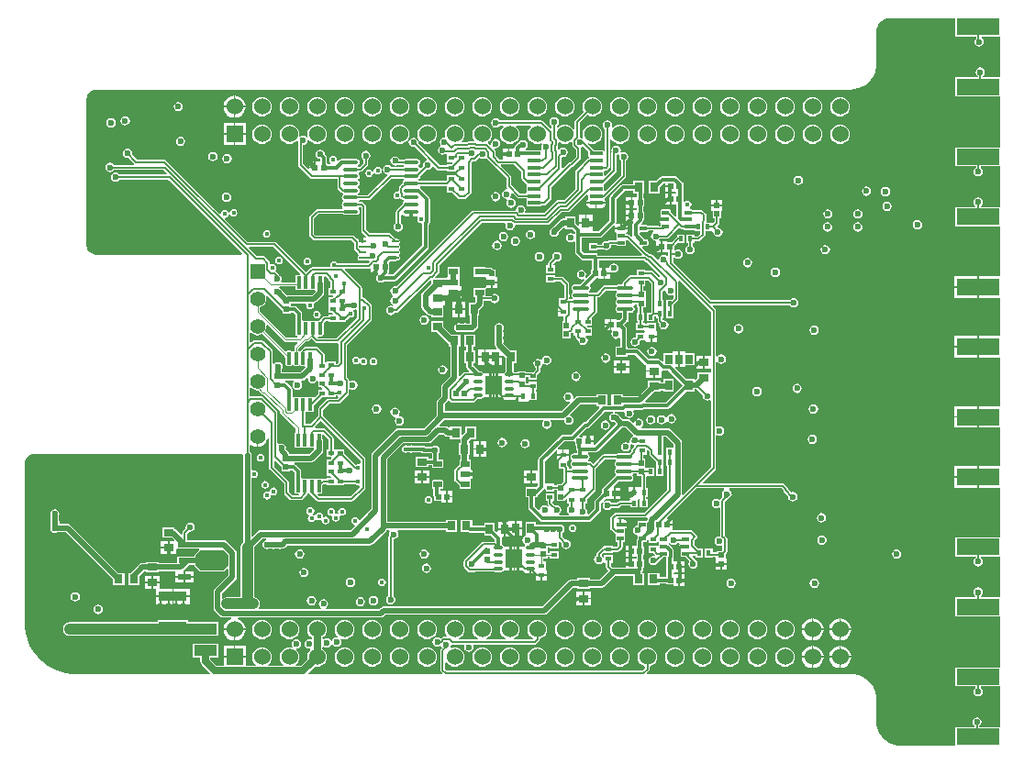
<source format=gbr>
G04 Layer_Physical_Order=6*
G04 Layer_Color=16711680*
%FSLAX26Y26*%
%MOIN*%
%TF.FileFunction,Copper,L6,Bot,Signal*%
%TF.Part,Single*%
G01*
G75*
%TA.AperFunction,SMDPad,CuDef*%
%ADD10R,0.020472X0.020472*%
%ADD11R,0.020472X0.020472*%
%ADD12R,0.017716X0.021654*%
%ADD13R,0.021654X0.017716*%
%ADD17R,0.155512X0.059055*%
%ADD18C,0.023622*%
%ADD25R,0.035433X0.027559*%
%ADD35O,0.055118X0.013780*%
%ADD36O,0.059055X0.015709*%
%ADD39R,0.102362X0.037402*%
%ADD44R,0.027559X0.035433*%
%ADD48R,0.025591X0.035433*%
%TA.AperFunction,Conductor*%
%ADD77C,0.013780*%
%ADD78C,0.004921*%
%ADD79C,0.007874*%
%ADD80C,0.039370*%
%ADD84C,0.019685*%
%ADD85C,0.025591*%
%TA.AperFunction,ComponentPad*%
%ADD91C,0.060000*%
%ADD92R,0.060000X0.060000*%
%ADD93C,0.055118*%
%ADD94R,0.055118X0.055118*%
%TA.AperFunction,ViaPad*%
%ADD95C,0.023622*%
%ADD96C,0.017716*%
%TA.AperFunction,SMDPad,CuDef*%
G04:AMPARAMS|DCode=97|XSize=15.709mil|YSize=25.591mil|CornerRadius=1.964mil|HoleSize=0mil|Usage=FLASHONLY|Rotation=90.000|XOffset=0mil|YOffset=0mil|HoleType=Round|Shape=RoundedRectangle|*
%AMROUNDEDRECTD97*
21,1,0.015709,0.021663,0,0,90.0*
21,1,0.011781,0.025591,0,0,90.0*
1,1,0.003927,0.010832,0.005891*
1,1,0.003927,0.010832,-0.005891*
1,1,0.003927,-0.010832,-0.005891*
1,1,0.003927,-0.010832,0.005891*
%
%ADD97ROUNDEDRECTD97*%
%ADD98R,0.031496X0.035433*%
%ADD99R,0.081890X0.038583*%
%ADD100R,0.059055X0.068898*%
%ADD101O,0.033465X0.011811*%
G04:AMPARAMS|DCode=102|XSize=9.842mil|YSize=23.622mil|CornerRadius=1.968mil|HoleSize=0mil|Usage=FLASHONLY|Rotation=270.000|XOffset=0mil|YOffset=0mil|HoleType=Round|Shape=RoundedRectangle|*
%AMROUNDEDRECTD102*
21,1,0.009842,0.019685,0,0,270.0*
21,1,0.005905,0.023622,0,0,270.0*
1,1,0.003937,-0.009842,-0.002953*
1,1,0.003937,-0.009842,0.002953*
1,1,0.003937,0.009842,0.002953*
1,1,0.003937,0.009842,-0.002953*
%
%ADD102ROUNDEDRECTD102*%
%ADD103R,0.035433X0.023622*%
%ADD104R,0.035433X0.031496*%
G04:AMPARAMS|DCode=105|XSize=70.866mil|YSize=118.11mil|CornerRadius=0mil|HoleSize=0mil|Usage=FLASHONLY|Rotation=270.000|XOffset=0mil|YOffset=0mil|HoleType=Round|Shape=Octagon|*
%AMOCTAGOND105*
4,1,8,0.059055,0.017716,0.059055,-0.017716,0.041339,-0.035433,-0.041339,-0.035433,-0.059055,-0.017716,-0.059055,0.017716,-0.041339,0.035433,0.041339,0.035433,0.059055,0.017716,0.0*
%
%ADD105OCTAGOND105*%

%ADD106R,0.047244X0.019685*%
%ADD107R,0.062992X0.019685*%
G04:AMPARAMS|DCode=108|XSize=15.709mil|YSize=45.276mil|CornerRadius=1.728mil|HoleSize=0mil|Usage=FLASHONLY|Rotation=0.000|XOffset=0mil|YOffset=0mil|HoleType=Round|Shape=RoundedRectangle|*
%AMROUNDEDRECTD108*
21,1,0.015709,0.041820,0,0,0.0*
21,1,0.012253,0.045276,0,0,0.0*
1,1,0.003456,0.006127,-0.020910*
1,1,0.003456,-0.006127,-0.020910*
1,1,0.003456,-0.006127,0.020910*
1,1,0.003456,0.006127,0.020910*
%
%ADD108ROUNDEDRECTD108*%
G04:AMPARAMS|DCode=109|XSize=15.744mil|YSize=47.244mil|CornerRadius=1.968mil|HoleSize=0mil|Usage=FLASHONLY|Rotation=90.000|XOffset=0mil|YOffset=0mil|HoleType=Round|Shape=RoundedRectangle|*
%AMROUNDEDRECTD109*
21,1,0.015744,0.043308,0,0,90.0*
21,1,0.011808,0.047244,0,0,90.0*
1,1,0.003936,0.021654,0.005904*
1,1,0.003936,0.021654,-0.005904*
1,1,0.003936,-0.021654,-0.005904*
1,1,0.003936,-0.021654,0.005904*
%
%ADD109ROUNDEDRECTD109*%
G04:AMPARAMS|DCode=110|XSize=21.654mil|YSize=31.496mil|CornerRadius=1.949mil|HoleSize=0mil|Usage=FLASHONLY|Rotation=90.000|XOffset=0mil|YOffset=0mil|HoleType=Round|Shape=RoundedRectangle|*
%AMROUNDEDRECTD110*
21,1,0.021654,0.027599,0,0,90.0*
21,1,0.017756,0.031496,0,0,90.0*
1,1,0.003898,0.013799,0.008878*
1,1,0.003898,0.013799,-0.008878*
1,1,0.003898,-0.013799,-0.008878*
1,1,0.003898,-0.013799,0.008878*
%
%ADD110ROUNDEDRECTD110*%
G36*
X3945472Y3766629D02*
Y3750590D01*
X3975787D01*
Y3753706D01*
X3984323D01*
X3993017Y3745012D01*
Y3719890D01*
X3992670Y3719370D01*
X3992153Y3716776D01*
Y3674956D01*
X3992670Y3672362D01*
X3994139Y3670162D01*
X3996339Y3668693D01*
X3998933Y3668177D01*
X4005966D01*
X4006397Y3667874D01*
X4008409Y3663177D01*
X4007836Y3662575D01*
X3987993D01*
X3973599Y3676969D01*
Y3708662D01*
X3972911Y3712118D01*
X3970953Y3715048D01*
X3918481Y3767521D01*
Y3787088D01*
X3923100Y3789001D01*
X3945472Y3766629D01*
D02*
G37*
G36*
X3996091Y4415114D02*
X3996607Y4412519D01*
X3998076Y4410320D01*
X4000276Y4408850D01*
X4002870Y4408334D01*
X4015123D01*
X4017717Y4408850D01*
X4019917Y4410320D01*
X4023667D01*
X4025866Y4408850D01*
X4028461Y4408334D01*
X4040713D01*
X4043308Y4408850D01*
X4045507Y4410320D01*
X4049258D01*
X4051457Y4408850D01*
X4054051Y4408334D01*
X4066137D01*
X4066484Y4407963D01*
X4068558Y4403685D01*
X4055912Y4391038D01*
X3970473D01*
X3965821Y4390113D01*
X3943715Y4412219D01*
X3938832Y4415482D01*
X3937573Y4417698D01*
X3940282Y4422091D01*
X3996091D01*
Y4415114D01*
D02*
G37*
G36*
X4068417Y4218023D02*
X4071347Y4216065D01*
X4074803Y4215378D01*
X4149606D01*
X4153370Y4211028D01*
Y4146458D01*
X4147834Y4140922D01*
X4141732D01*
Y4149606D01*
X4110236D01*
X4110236Y4147638D01*
X4103520D01*
Y4173228D01*
X4102833Y4176685D01*
X4100875Y4179615D01*
X4080205Y4200284D01*
X4077275Y4202242D01*
X4073819Y4202929D01*
X4032480D01*
X4029024Y4202242D01*
X4026094Y4200284D01*
X4018358Y4192548D01*
X4016400Y4189618D01*
X4015997Y4187588D01*
X4013824Y4186137D01*
X4010974D01*
X4006681Y4189731D01*
Y4196169D01*
X4031816Y4221304D01*
X4039854D01*
X4042734Y4221877D01*
X4045176Y4223508D01*
X4054054Y4232386D01*
X4068417Y4218023D01*
D02*
G37*
G36*
X4115557Y4450410D02*
X4115671Y4449835D01*
X4117629Y4446905D01*
X4124827Y4439708D01*
Y4417323D01*
X4118110D01*
Y4389764D01*
X4132647D01*
X4134513Y4385396D01*
X4131621Y4381890D01*
X4118110D01*
Y4354331D01*
Y4326772D01*
X4130904D01*
X4133796Y4323265D01*
X4131930Y4318898D01*
X4118110D01*
Y4314150D01*
X4104331D01*
X4100874Y4313462D01*
X4097944Y4311505D01*
X4082830Y4296390D01*
X4079642D01*
X4077047Y4295874D01*
X4074848Y4294404D01*
X4071098D01*
X4068898Y4295874D01*
X4066304Y4296390D01*
X4054051D01*
X4051457Y4295874D01*
X4049257Y4294404D01*
X4045507D01*
X4043308Y4295874D01*
X4040713Y4296390D01*
X4028461D01*
X4026039Y4295908D01*
X4025848Y4295885D01*
X4021039Y4298662D01*
Y4322835D01*
X4020122Y4327443D01*
X4017512Y4331350D01*
X4017512Y4331350D01*
X4001764Y4347098D01*
X3997857Y4349708D01*
X3993249Y4350625D01*
X3993248Y4350625D01*
X3981424D01*
X3979725Y4354921D01*
X3979725Y4354921D01*
X3979725D01*
X3979724Y4354921D01*
Y4360932D01*
X4032810D01*
X4035873Y4355932D01*
X4035163Y4352363D01*
X4036232Y4346986D01*
X4039278Y4342428D01*
X4043836Y4339383D01*
X4049212Y4338313D01*
X4054589Y4339383D01*
X4059147Y4342428D01*
X4062192Y4346986D01*
X4063262Y4352363D01*
X4062521Y4356087D01*
X4062515Y4356163D01*
X4064769Y4360664D01*
X4065612Y4361621D01*
X4067907Y4362078D01*
X4072791Y4365341D01*
X4096412Y4388962D01*
X4099676Y4393846D01*
X4100821Y4399606D01*
Y4433071D01*
X4099676Y4438831D01*
X4098674Y4440330D01*
Y4456933D01*
X4103071Y4460456D01*
X4105511D01*
X4115557Y4450410D01*
D02*
G37*
G36*
X5001785Y4945233D02*
Y4936310D01*
X5002472Y4932854D01*
X5004430Y4929924D01*
X5015574Y4918780D01*
Y4892817D01*
X4996947Y4874189D01*
X4995079D01*
X4991622Y4873502D01*
X4988692Y4871544D01*
X4968756Y4851608D01*
X4963756Y4853679D01*
Y4888327D01*
X4968504Y4892389D01*
X4975033Y4893687D01*
X4980567Y4897386D01*
X4984265Y4902920D01*
X4985564Y4909449D01*
X4984265Y4915977D01*
X4980567Y4921512D01*
X4975033Y4925210D01*
X4968504Y4926509D01*
X4961975Y4925210D01*
X4956441Y4921512D01*
X4955003Y4919360D01*
X4954130Y4919132D01*
X4949218Y4919703D01*
X4948992Y4920040D01*
Y4930353D01*
X4950274Y4932271D01*
X4950961Y4935727D01*
Y4943776D01*
X4955445Y4945988D01*
X4957389Y4944496D01*
X4965884Y4940978D01*
X4975000Y4939777D01*
X4984116Y4940978D01*
X4992611Y4944496D01*
X4996785Y4947699D01*
X5001785Y4945233D01*
D02*
G37*
G36*
X5236811Y3732874D02*
X5252385D01*
X5252779Y3732479D01*
Y3692732D01*
X5251717Y3691711D01*
X5245705Y3692174D01*
X5245236Y3692818D01*
Y3694055D01*
X5229331D01*
Y3673228D01*
X5226378D01*
Y3670276D01*
X5207520D01*
Y3652402D01*
X5208756D01*
X5212598Y3649606D01*
X5212598Y3647890D01*
X5211419Y3642890D01*
X5175197D01*
X5171740Y3642203D01*
X5168810Y3640245D01*
X5163582Y3635016D01*
X5144010D01*
X5141984Y3638048D01*
X5136450Y3641746D01*
X5129921Y3643044D01*
X5123393Y3641746D01*
X5120824Y3640030D01*
X5117637Y3643914D01*
X5123099Y3649375D01*
X5124016D01*
X5128624Y3650292D01*
X5132244Y3652710D01*
X5133802Y3652377D01*
X5137244Y3650956D01*
Y3649055D01*
X5154528D01*
Y3669291D01*
Y3689528D01*
X5154036D01*
X5152122Y3694147D01*
X5170343Y3712368D01*
X5211634D01*
X5216619Y3713359D01*
X5220845Y3716183D01*
X5223668Y3720409D01*
X5224660Y3725394D01*
X5223668Y3730378D01*
X5220845Y3734604D01*
X5222128Y3739465D01*
X5224666Y3741952D01*
X5236811D01*
Y3732874D01*
D02*
G37*
G36*
X4014577Y4468713D02*
X4012506Y4463713D01*
X4002870D01*
X4000276Y4463197D01*
X3998076Y4461727D01*
X3996607Y4459528D01*
X3996091Y4456933D01*
Y4437144D01*
X3946758D01*
X3944401Y4441553D01*
X3944887Y4442281D01*
X3946186Y4448810D01*
X3944887Y4455339D01*
X3941189Y4460873D01*
X3937639Y4463245D01*
X3937470Y4464094D01*
X3935512Y4467024D01*
X3925678Y4476859D01*
X3923403Y4478379D01*
X3926366Y4482812D01*
X3927435Y4488189D01*
X3926366Y4493565D01*
X3923320Y4498123D01*
X3918762Y4501169D01*
X3913386Y4502239D01*
X3908717Y4501310D01*
X3905085Y4502732D01*
X3903717Y4503463D01*
Y4507606D01*
X3903029Y4511063D01*
X3901072Y4513993D01*
X3885056Y4530008D01*
X3882126Y4531966D01*
X3878669Y4532654D01*
X3855710D01*
X3827212Y4561152D01*
X3829125Y4565771D01*
X3917519D01*
X4014577Y4468713D01*
D02*
G37*
G36*
X4116953Y3866338D02*
Y3828740D01*
X4110236D01*
Y3801181D01*
X4125179D01*
X4127045Y3796814D01*
X4124153Y3793307D01*
X4110236D01*
Y3765748D01*
X4110236D01*
Y3761811D01*
X4110236D01*
Y3734252D01*
X4124153D01*
X4127045Y3730745D01*
X4125179Y3726378D01*
X4110236D01*
Y3721630D01*
X4095611D01*
X4093051Y3721121D01*
X4092751Y3721570D01*
X4090552Y3723039D01*
X4087957Y3723555D01*
X4075705D01*
X4073110Y3723039D01*
X4070911Y3721570D01*
X4067161D01*
X4064961Y3723039D01*
X4062367Y3723555D01*
X4050114D01*
X4047520Y3723039D01*
X4045320Y3721570D01*
X4041570D01*
X4039371Y3723039D01*
X4036776Y3723555D01*
X4024524D01*
X4022102Y3723074D01*
X4021911Y3723050D01*
X4017102Y3725827D01*
Y3750000D01*
X4016185Y3754608D01*
X4013575Y3758515D01*
X4013575Y3758515D01*
X3997827Y3774263D01*
X3993920Y3776874D01*
X3992325Y3777191D01*
X3992817Y3782191D01*
X4052304D01*
X4058064Y3783337D01*
X4062948Y3786600D01*
X4092475Y3816128D01*
X4095738Y3821011D01*
X4096884Y3826772D01*
Y3860236D01*
X4095738Y3865997D01*
X4094737Y3867495D01*
Y3881482D01*
X4099737Y3883553D01*
X4116953Y3866338D01*
D02*
G37*
G36*
X4235063Y4708857D02*
Y4625984D01*
X4235750Y4622528D01*
X4237708Y4619598D01*
X4253004Y4604302D01*
X4250541Y4599694D01*
X4250000Y4599801D01*
X4243110D01*
Y4584646D01*
X4237205D01*
Y4599801D01*
X4230315D01*
X4225645Y4598872D01*
X4221686Y4596227D01*
X4219312Y4595993D01*
X4210493Y4604812D01*
X4207563Y4606770D01*
X4204107Y4607457D01*
X4070670D01*
X4064150Y4613977D01*
Y4669487D01*
X4079528Y4684866D01*
X4168439D01*
X4171573Y4682772D01*
X4176181Y4681855D01*
X4217520D01*
X4222128Y4682772D01*
X4226035Y4685382D01*
X4228645Y4689289D01*
X4229562Y4693898D01*
X4228645Y4698506D01*
X4226035Y4702413D01*
X4225888Y4708207D01*
X4228214Y4710456D01*
X4233464D01*
X4235063Y4708857D01*
D02*
G37*
G36*
X3841887Y4248007D02*
X3849789Y4244734D01*
X3858268Y4243617D01*
X3866747Y4244734D01*
X3874648Y4248007D01*
X3875410Y4248591D01*
X3957169Y4166832D01*
X3959710Y4163256D01*
X3958401Y4160360D01*
X3957828Y4157480D01*
X3958401Y4154600D01*
X3960032Y4152158D01*
X3960657Y4151741D01*
Y4139523D01*
X3961174Y4136929D01*
X3962643Y4134729D01*
X3964843Y4133260D01*
X3967437Y4132744D01*
X3979690D01*
X3982284Y4133260D01*
X3984484Y4134729D01*
X3988234D01*
X3990433Y4133260D01*
X3993028Y4132744D01*
X4005280D01*
X4007875Y4133260D01*
X4010074Y4134729D01*
X4013824D01*
X4016024Y4133260D01*
X4018618Y4132744D01*
X4030704D01*
X4031051Y4132373D01*
X4033125Y4128094D01*
X4014572Y4109541D01*
X3948116D01*
Y4122324D01*
X3948825Y4123384D01*
X3950123Y4129913D01*
X3948825Y4136442D01*
X3945126Y4141976D01*
X3939592Y4145675D01*
X3933063Y4146973D01*
X3926534Y4145675D01*
X3921000Y4141976D01*
X3919544Y4139797D01*
X3914544Y4141314D01*
Y4185039D01*
X3913856Y4188496D01*
X3911898Y4191426D01*
X3880402Y4222922D01*
X3877472Y4224880D01*
X3874016Y4225567D01*
X3846923D01*
X3843467Y4224880D01*
X3840537Y4222922D01*
X3835501Y4217887D01*
X3830882Y4219800D01*
Y4251284D01*
X3835882Y4252615D01*
X3841887Y4248007D01*
D02*
G37*
G36*
X4214475Y3702664D02*
X4219033Y3699619D01*
X4224409Y3698549D01*
X4225037Y3698674D01*
X4230100Y3695066D01*
X4230442Y3692034D01*
X4197046Y3658638D01*
X4082481D01*
X4077943Y3663177D01*
X4080014Y3668177D01*
X4087957D01*
X4090552Y3668693D01*
X4092751Y3670162D01*
X4094221Y3672362D01*
X4094737Y3674956D01*
Y3698952D01*
X4099352Y3703567D01*
X4110236D01*
Y3698819D01*
X4141732D01*
X4141732Y3698819D01*
X4142855D01*
Y3698819D01*
X4146732Y3698819D01*
X4174351D01*
Y3703567D01*
X4213872D01*
X4214475Y3702664D01*
D02*
G37*
G36*
X4511330Y4845976D02*
X4514260Y4844018D01*
X4517717Y4843330D01*
X4547244D01*
Y4838583D01*
X4577599D01*
Y4833504D01*
X4577598D01*
Y4831850D01*
X4577599D01*
Y4826772D01*
X4547244D01*
Y4810017D01*
X4542519Y4805292D01*
X4445734D01*
X4444259Y4806277D01*
X4444181Y4806486D01*
Y4811624D01*
X4444259Y4811833D01*
X4446507Y4813335D01*
X4449118Y4817242D01*
X4450034Y4821850D01*
X4449829Y4822883D01*
X4472802Y4845856D01*
X4476378Y4845145D01*
X4482907Y4846443D01*
X4488441Y4850141D01*
X4492140Y4855676D01*
X4492541Y4857694D01*
X4497966Y4859340D01*
X4511330Y4845976D01*
D02*
G37*
G36*
X3949410Y4333093D02*
Y4323425D01*
X3979724D01*
Y4326540D01*
X3988260D01*
X3996954Y4317846D01*
Y4292725D01*
X3996607Y4292205D01*
X3996091Y4289611D01*
Y4247791D01*
X3996607Y4245196D01*
X3998076Y4242997D01*
X4000276Y4241527D01*
X4001603Y4241263D01*
X4003588Y4238112D01*
X4004108Y4236011D01*
X4004015Y4235873D01*
X3963747D01*
X3865794Y4333826D01*
Y4344608D01*
X3866747Y4344734D01*
X3874648Y4348007D01*
X3881433Y4353213D01*
X3886639Y4359998D01*
X3889912Y4367899D01*
X3891028Y4376378D01*
X3889912Y4384857D01*
X3889443Y4385988D01*
X3893682Y4388820D01*
X3949410Y4333093D01*
D02*
G37*
G36*
X4817740Y4838779D02*
Y4814961D01*
X4818427Y4811504D01*
X4820385Y4808574D01*
X4833181Y4795779D01*
X4835960Y4793921D01*
X4836030Y4793573D01*
X4837552Y4791294D01*
Y4787445D01*
X4836030Y4785167D01*
X4835495Y4782479D01*
Y4770671D01*
X4836030Y4767983D01*
X4837552Y4765704D01*
Y4764507D01*
X4833314Y4760016D01*
X4811812D01*
X4780685Y4791143D01*
Y4818816D01*
X4779998Y4822272D01*
X4778040Y4825202D01*
X4742878Y4860364D01*
X4744791Y4864984D01*
X4791535D01*
X4817740Y4838779D01*
D02*
G37*
G36*
X4388138Y4813335D02*
X4390386Y4811833D01*
X4390464Y4811624D01*
Y4806486D01*
X4390386Y4806277D01*
X4388138Y4804775D01*
X4385528Y4800868D01*
X4384611Y4796260D01*
X4384877Y4794921D01*
X4374519Y4784563D01*
X4372561Y4781633D01*
X4371874Y4778177D01*
Y4769976D01*
X4366874Y4765872D01*
X4366142Y4766018D01*
X4360765Y4764949D01*
X4356207Y4761903D01*
X4353162Y4757345D01*
X4352092Y4751968D01*
X4353162Y4746592D01*
X4356207Y4742034D01*
X4360765Y4738989D01*
X4366142Y4737919D01*
X4371518Y4738989D01*
X4376076Y4742034D01*
X4380873Y4740213D01*
X4382393Y4738692D01*
X4385323Y4736734D01*
X4388780Y4736047D01*
X4388911D01*
X4390386Y4735061D01*
X4390464Y4734853D01*
Y4729714D01*
X4390386Y4729506D01*
X4388138Y4728003D01*
X4385528Y4724097D01*
X4384792Y4720400D01*
X4363692Y4699300D01*
X4361734Y4696370D01*
X4361047Y4692913D01*
Y4651884D01*
X4358015Y4649859D01*
X4354317Y4644324D01*
X4353019Y4637795D01*
X4354317Y4631267D01*
X4358015Y4625732D01*
X4363550Y4622034D01*
X4370079Y4620735D01*
X4376607Y4622034D01*
X4382142Y4625732D01*
X4385840Y4631267D01*
X4387139Y4637795D01*
X4385840Y4644324D01*
X4382142Y4649859D01*
X4379110Y4651884D01*
Y4680752D01*
X4384110Y4682269D01*
X4384477Y4681721D01*
X4390064Y4677988D01*
X4396654Y4676677D01*
X4414370D01*
Y4693898D01*
X4420275D01*
Y4676677D01*
X4437735D01*
X4438373Y4676036D01*
X4440703Y4672118D01*
X4439776Y4670731D01*
X4438706Y4665354D01*
X4439776Y4659978D01*
X4442821Y4655420D01*
X4447379Y4652374D01*
X4451827Y4651489D01*
X4452756Y4651305D01*
X4456462Y4646944D01*
Y4570175D01*
X4351085Y4464798D01*
X4337947D01*
X4337070Y4465465D01*
X4334351Y4469798D01*
X4334877Y4472441D01*
Y4476968D01*
X4337992D01*
Y4507283D01*
X4337992Y4507283D01*
X4337992D01*
X4339706Y4511652D01*
X4341602Y4513548D01*
X4358268D01*
X4362876Y4514465D01*
X4364595Y4515613D01*
X4368110D01*
X4370798Y4516148D01*
X4373078Y4517671D01*
X4374600Y4519949D01*
X4375135Y4522638D01*
Y4528543D01*
X4374600Y4531231D01*
X4373078Y4533511D01*
Y4537356D01*
X4374600Y4539635D01*
X4375135Y4542323D01*
Y4548228D01*
X4374600Y4550917D01*
X4373078Y4553195D01*
Y4557041D01*
X4374600Y4559320D01*
X4375135Y4562008D01*
Y4567913D01*
X4374600Y4570602D01*
X4373078Y4572881D01*
Y4576726D01*
X4374600Y4579005D01*
X4375135Y4581693D01*
Y4587598D01*
X4374600Y4590287D01*
X4373078Y4592566D01*
X4370798Y4594088D01*
X4368110Y4594623D01*
X4361063D01*
X4343001Y4612686D01*
X4340070Y4614644D01*
X4336614Y4615331D01*
X4267521D01*
X4253126Y4629725D01*
Y4712598D01*
X4252439Y4716055D01*
X4250481Y4718985D01*
X4243591Y4725875D01*
X4240661Y4727833D01*
X4237205Y4728520D01*
X4227624D01*
X4225798Y4733034D01*
X4225889Y4733797D01*
X4228215Y4736047D01*
X4264764D01*
X4268220Y4736734D01*
X4271150Y4738692D01*
X4346261Y4813803D01*
X4387826D01*
X4388138Y4813335D01*
D02*
G37*
G36*
X5169415Y4901960D02*
X5172949Y4898891D01*
X5171916Y4893701D01*
X5173215Y4887172D01*
X5176913Y4881637D01*
X5179945Y4879612D01*
Y4826576D01*
X5121942Y4768573D01*
X5117924Y4770374D01*
X5117261Y4770963D01*
Y4782479D01*
X5116726Y4785167D01*
X5115204Y4787446D01*
Y4791294D01*
X5116726Y4793573D01*
X5116796Y4793922D01*
X5119575Y4795779D01*
X5159930Y4836133D01*
X5161888Y4839063D01*
X5162575Y4842520D01*
Y4900493D01*
X5167946Y4901561D01*
X5168896Y4902196D01*
X5169415Y4901960D01*
D02*
G37*
G36*
X5277314Y3580495D02*
X5276053Y3578608D01*
X5274908Y3572848D01*
Y3572470D01*
X5270863Y3569159D01*
X5270408Y3569463D01*
X5267721Y3569997D01*
X5246058D01*
X5243372Y3569463D01*
X5241094Y3567941D01*
X5239573Y3565664D01*
X5239038Y3562977D01*
Y3552271D01*
X5233629Y3551195D01*
X5228094Y3547496D01*
X5224396Y3541962D01*
X5223097Y3535433D01*
X5224396Y3528905D01*
X5228094Y3523370D01*
X5233629Y3519672D01*
X5236628Y3519075D01*
X5238681Y3515873D01*
X5239379Y3513508D01*
X5239038Y3511796D01*
Y3504847D01*
X5236906Y3501656D01*
X5235989Y3497047D01*
X5235989Y3497047D01*
Y3480866D01*
X5219488D01*
Y3460630D01*
Y3440394D01*
X5235989D01*
Y3433622D01*
X5219489D01*
Y3413386D01*
X5216536D01*
Y3410433D01*
X5196299D01*
Y3400880D01*
X5149606D01*
X5147704Y3400501D01*
X5142890Y3405316D01*
Y3417323D01*
X5149606D01*
Y3444882D01*
X5118110D01*
Y3438790D01*
X5113110Y3437273D01*
X5110489Y3441197D01*
X5110363Y3441281D01*
X5109838Y3447459D01*
X5113578Y3451199D01*
X5118110Y3452756D01*
Y3452756D01*
X5118110Y3452756D01*
X5149606D01*
Y3457504D01*
X5167323D01*
X5170779Y3458191D01*
X5173709Y3460149D01*
X5182568Y3469007D01*
X5184525Y3471937D01*
X5185213Y3475394D01*
Y3492995D01*
X5187013D01*
X5189699Y3493529D01*
X5191976Y3495051D01*
X5193498Y3497328D01*
X5194033Y3500015D01*
Y3511796D01*
X5193498Y3514483D01*
X5191976Y3516760D01*
Y3520642D01*
X5193498Y3522919D01*
X5194033Y3525605D01*
Y3537387D01*
X5193498Y3540073D01*
X5193743Y3541304D01*
X5195638Y3542571D01*
X5198282Y3546528D01*
X5199211Y3551196D01*
Y3554134D01*
X5176181D01*
Y3557086D01*
X5173229D01*
Y3575175D01*
X5169870D01*
X5167320Y3580175D01*
X5168295Y3581519D01*
X5267717D01*
X5271173Y3582207D01*
X5274103Y3584165D01*
X5277314Y3580495D01*
D02*
G37*
G36*
X3955308Y4223025D02*
X3957750Y4221393D01*
X3960630Y4220820D01*
X4003511D01*
X4005424Y4216201D01*
X3993832Y4204608D01*
X3992200Y4202167D01*
X3991628Y4199286D01*
Y4187844D01*
X3990433Y4187606D01*
X3988234Y4186137D01*
X3984483D01*
X3982284Y4187606D01*
X3979690Y4188122D01*
X3967437D01*
X3964843Y4187606D01*
X3962643Y4186137D01*
X3959466Y4185824D01*
X3886054Y4259235D01*
X3886639Y4259998D01*
X3889912Y4267899D01*
X3891028Y4276378D01*
X3890444Y4280817D01*
X3895180Y4283153D01*
X3955308Y4223025D01*
D02*
G37*
G36*
X5159077Y3792955D02*
X5159941Y3792377D01*
Y3786363D01*
X5159077Y3785785D01*
X5156253Y3781559D01*
X5155261Y3776575D01*
X5156253Y3771590D01*
X5159077Y3767364D01*
X5159941Y3766786D01*
Y3760773D01*
X5159077Y3760195D01*
X5156253Y3755969D01*
X5155261Y3750984D01*
X5156253Y3745999D01*
X5159077Y3741773D01*
X5159941Y3741196D01*
X5160298Y3740408D01*
X5160165Y3735474D01*
X5157823Y3733909D01*
X5157823Y3733909D01*
X5115501Y3691586D01*
X5112890Y3687679D01*
X5112247Y3684449D01*
X5110827D01*
Y3672032D01*
X5107684Y3669933D01*
X5105074Y3666026D01*
X5104922Y3665259D01*
X5085973Y3646311D01*
X5083363Y3642404D01*
X5082446Y3637795D01*
X5082446Y3637795D01*
Y3615224D01*
X5061083Y3593862D01*
X5059525Y3594093D01*
X5055898Y3599686D01*
X5056430Y3602362D01*
X5055132Y3608891D01*
X5051433Y3614425D01*
X5048402Y3616451D01*
Y3633858D01*
X5055118D01*
Y3650613D01*
X5085127Y3680621D01*
X5087084Y3683551D01*
X5087772Y3687008D01*
Y3760039D01*
X5120867Y3793133D01*
X5158957D01*
X5159077Y3792955D01*
D02*
G37*
G36*
X4905512Y3684035D02*
Y3677165D01*
X4937008D01*
Y3681913D01*
X4945472D01*
Y3673819D01*
X4945472D01*
Y3672638D01*
X4945472D01*
Y3642323D01*
X4975787D01*
Y3647146D01*
X4975897Y3647168D01*
X4978827Y3649125D01*
X4979633Y3649931D01*
X4984252Y3648017D01*
Y3633858D01*
X4990968D01*
Y3624325D01*
X4987937Y3622300D01*
X4984239Y3616765D01*
X4982940Y3610236D01*
X4984239Y3603708D01*
X4987937Y3598173D01*
X4991514Y3595783D01*
X4989997Y3590783D01*
X4954885D01*
X4953368Y3595783D01*
X4956945Y3598173D01*
X4960643Y3603708D01*
X4961942Y3610236D01*
X4960643Y3616765D01*
X4956945Y3622300D01*
X4951410Y3625998D01*
X4944882Y3627296D01*
X4941306Y3626585D01*
X4931159Y3636732D01*
X4932385Y3641732D01*
X4937008D01*
Y3669291D01*
X4905512D01*
Y3641732D01*
X4912228D01*
Y3633858D01*
X4912916Y3630402D01*
X4914873Y3627472D01*
X4911639Y3623635D01*
X4908103Y3625998D01*
X4901575Y3627296D01*
X4895046Y3625998D01*
X4889511Y3622300D01*
X4885813Y3616765D01*
X4884812Y3611731D01*
X4880677Y3609857D01*
X4879710Y3609761D01*
X4866373Y3623098D01*
Y3654528D01*
X4876969D01*
Y3663627D01*
X4878594Y3664713D01*
X4898279Y3684398D01*
X4904559Y3684796D01*
X4905512Y3684035D01*
D02*
G37*
G36*
X5288212Y4431298D02*
Y4326772D01*
X5271654D01*
Y4295276D01*
X5299213D01*
Y4312030D01*
X5300985Y4313803D01*
X5307087D01*
Y4307087D01*
X5311834D01*
Y4295276D01*
X5312522Y4291819D01*
X5314480Y4288889D01*
X5318297Y4285072D01*
X5317586Y4281496D01*
X5318884Y4274967D01*
X5322582Y4269433D01*
X5328117Y4265735D01*
X5334646Y4264436D01*
X5341174Y4265735D01*
X5346709Y4269433D01*
X5350407Y4274967D01*
X5351706Y4281496D01*
X5350407Y4288025D01*
X5346709Y4293559D01*
X5341174Y4297258D01*
X5334646Y4298556D01*
X5330519Y4302087D01*
X5331094Y4307087D01*
X5334646D01*
Y4338582D01*
X5334646D01*
X5334646Y4342520D01*
X5334646D01*
Y4374016D01*
X5329898D01*
Y4402068D01*
X5336797Y4408966D01*
X5341405Y4406503D01*
X5341208Y4405512D01*
X5342506Y4398983D01*
X5346204Y4393449D01*
X5351739Y4389750D01*
X5358268Y4388452D01*
X5364796Y4389750D01*
X5365495Y4390217D01*
X5369905Y4387860D01*
Y4380067D01*
X5363854Y4374016D01*
X5342520D01*
Y4342520D01*
X5342520D01*
X5342520Y4338582D01*
X5342520D01*
Y4307087D01*
X5370079D01*
Y4338582D01*
X5370079D01*
X5370079Y4342520D01*
X5370079D01*
Y4354695D01*
X5385324Y4369940D01*
X5387281Y4372870D01*
X5387969Y4376326D01*
Y4439319D01*
X5387853Y4439901D01*
X5392461Y4442364D01*
X5446526Y4388298D01*
X5447879Y4387395D01*
X5506716Y4328557D01*
Y4169449D01*
X5483267D01*
Y4145669D01*
Y4121890D01*
X5506716D01*
Y4112237D01*
X5502953Y4109252D01*
X5457677D01*
Y4089202D01*
X5449986Y4081510D01*
X5449985Y4081510D01*
X5449882Y4081406D01*
X5444882Y4083477D01*
Y4085630D01*
X5415653D01*
X5376138Y4125144D01*
X5378052Y4129764D01*
X5386811D01*
Y4157480D01*
Y4185197D01*
X5366968D01*
Y4180118D01*
X5334645D01*
Y4150503D01*
X5330026Y4148590D01*
X5324431Y4154185D01*
X5320524Y4156795D01*
X5315916Y4157712D01*
X5315915Y4157712D01*
X5280579D01*
X5244736Y4193555D01*
X5240829Y4196165D01*
X5236221Y4197082D01*
X5236220Y4197082D01*
X5203740D01*
Y4203740D01*
X5201019D01*
Y4267716D01*
X5201019Y4267717D01*
X5200102Y4272325D01*
X5197492Y4276232D01*
X5197491Y4276232D01*
X5191243Y4282480D01*
X5202413Y4293650D01*
X5202413Y4293650D01*
X5205023Y4297557D01*
X5205940Y4302165D01*
Y4326541D01*
X5215571D01*
X5220556Y4327533D01*
X5224782Y4330356D01*
X5227605Y4334582D01*
X5228597Y4339567D01*
X5227605Y4344552D01*
X5224782Y4348778D01*
X5226065Y4353638D01*
X5228603Y4356126D01*
X5238162D01*
Y4345079D01*
X5240968D01*
Y4326772D01*
X5236221D01*
Y4295276D01*
X5240968D01*
Y4288752D01*
X5234252D01*
Y4261193D01*
X5264701D01*
X5265423Y4260668D01*
X5266029Y4258203D01*
X5264782Y4255753D01*
X5262241Y4253319D01*
X5234252D01*
Y4240257D01*
X5230933Y4237533D01*
X5224404Y4236234D01*
X5218870Y4232536D01*
X5215171Y4227001D01*
X5213873Y4220472D01*
X5215171Y4213944D01*
X5218870Y4208409D01*
X5224404Y4204711D01*
X5230933Y4203412D01*
X5237462Y4204711D01*
X5242996Y4208409D01*
X5246694Y4213944D01*
X5247993Y4220472D01*
X5247841Y4221238D01*
X5251694Y4225760D01*
X5265748Y4225760D01*
X5268543Y4221918D01*
Y4220681D01*
X5286417D01*
Y4239539D01*
X5289370D01*
Y4242492D01*
X5310197D01*
Y4258398D01*
X5308960D01*
X5305118Y4261193D01*
X5305118Y4263398D01*
Y4288752D01*
X5273622D01*
Y4284622D01*
X5265748D01*
Y4288752D01*
X5259032D01*
Y4295276D01*
X5263779D01*
Y4326772D01*
X5259032D01*
Y4345079D01*
X5268477D01*
Y4375394D01*
X5268477D01*
Y4376575D01*
X5268477D01*
Y4406890D01*
X5261000D01*
Y4421260D01*
X5267717D01*
Y4443724D01*
X5275787D01*
X5288212Y4431298D01*
D02*
G37*
G36*
X4220291Y4336674D02*
Y4307867D01*
X4145865Y4233441D01*
X4080794D01*
X4077289Y4237349D01*
X4079642Y4241011D01*
X4091895D01*
X4094489Y4241527D01*
X4096688Y4242997D01*
X4098158Y4245196D01*
X4098674Y4247791D01*
Y4286689D01*
X4108072Y4296086D01*
X4118110D01*
Y4291339D01*
X4181102D01*
Y4298410D01*
X4181583Y4298732D01*
X4192493Y4309642D01*
X4196842Y4308776D01*
X4202218Y4309846D01*
X4206776Y4312891D01*
X4209822Y4317449D01*
X4210891Y4322826D01*
X4209822Y4328203D01*
X4206941Y4332515D01*
X4207384Y4334215D01*
X4208052Y4335813D01*
X4208943Y4337327D01*
X4215190Y4338569D01*
X4215881Y4339031D01*
X4220291Y4336674D01*
D02*
G37*
G36*
X5475777Y4027198D02*
X5475066Y4023622D01*
X5476364Y4017093D01*
X5480063Y4011559D01*
X5485597Y4007860D01*
X5492126Y4006562D01*
X5498655Y4007860D01*
X5501716Y4009906D01*
X5506716Y4007234D01*
Y3765255D01*
X5444698Y3703237D01*
X5444698Y3703237D01*
X5405770Y3664309D01*
X5403609Y3664771D01*
X5400880Y3666490D01*
Y3854331D01*
X5399734Y3860091D01*
X5396471Y3864975D01*
X5360053Y3901392D01*
X5355170Y3904655D01*
X5349409Y3905801D01*
X5254185D01*
X5252668Y3910801D01*
X5256147Y3913126D01*
X5259846Y3918660D01*
X5261144Y3925189D01*
X5259846Y3931718D01*
X5256147Y3937252D01*
X5250613Y3940950D01*
X5244084Y3942249D01*
X5237555Y3940950D01*
X5232021Y3937252D01*
X5228323Y3931718D01*
X5227734Y3928759D01*
X5222309Y3927113D01*
X5214565Y3934857D01*
X5209682Y3938120D01*
X5203921Y3939265D01*
X5189961D01*
X5186952Y3938667D01*
X5170093Y3955526D01*
X5165209Y3958789D01*
X5161846Y3959458D01*
X5160072Y3960643D01*
X5156751Y3961304D01*
X5157244Y3966304D01*
X5185994D01*
X5185995Y3966304D01*
X5187699Y3966643D01*
X5191992Y3962593D01*
X5191601Y3960630D01*
X5192900Y3954101D01*
X5196598Y3948567D01*
X5202133Y3944868D01*
X5208661Y3943570D01*
X5215190Y3944868D01*
X5220725Y3948567D01*
X5224423Y3954101D01*
X5225721Y3960630D01*
X5224423Y3967159D01*
X5223074Y3969178D01*
X5225746Y3974178D01*
X5257000D01*
X5257001Y3974178D01*
X5261609Y3975095D01*
X5263183Y3976147D01*
X5346456D01*
X5346457Y3976146D01*
X5351065Y3977063D01*
X5354972Y3979674D01*
X5415653Y4040354D01*
X5444882D01*
Y4047939D01*
X5452756D01*
X5454658Y4048317D01*
X5475777Y4027198D01*
D02*
G37*
G36*
X5012401Y3856680D02*
Y3843110D01*
X5015517D01*
Y3834646D01*
X5015516Y3834646D01*
X5016433Y3830037D01*
X5018469Y3826990D01*
Y3815191D01*
X5008839D01*
X5003854Y3814200D01*
X4999628Y3811376D01*
X4996804Y3807150D01*
X4995813Y3802165D01*
X4996804Y3797180D01*
X4999628Y3792955D01*
X5000493Y3792377D01*
Y3786363D01*
X4999628Y3785785D01*
X4996804Y3781559D01*
X4995813Y3776575D01*
X4996804Y3771590D01*
X4999628Y3767364D01*
X4998345Y3762504D01*
X4995806Y3760016D01*
X4989347D01*
Y3761811D01*
X4988659Y3765267D01*
X4986701Y3768198D01*
X4984252Y3770647D01*
X4984252Y3787401D01*
X4988094Y3790197D01*
X4989331D01*
Y3806102D01*
X4947677D01*
Y3790197D01*
X4948914D01*
X4952756Y3787401D01*
X4952756Y3785197D01*
Y3759843D01*
X4969511D01*
X4971283Y3758070D01*
Y3714371D01*
X4961046Y3704134D01*
X4945472D01*
Y3699977D01*
X4937008D01*
Y3704724D01*
X4905512D01*
X4901806Y3707849D01*
Y3786350D01*
X4942677Y3827221D01*
X4947677Y3825150D01*
Y3812008D01*
X4965551D01*
Y3827913D01*
X4950440D01*
X4948369Y3832913D01*
X4973492Y3858036D01*
X5002194D01*
X5002194Y3858036D01*
X5006803Y3858953D01*
X5007401Y3859353D01*
X5012401Y3856680D01*
D02*
G37*
G36*
X4233094Y3789566D02*
Y3780105D01*
X4228094Y3777096D01*
X4224409Y3777829D01*
X4219033Y3776760D01*
X4215051Y3774099D01*
X4174351Y3814800D01*
Y3828740D01*
X4146732D01*
X4142855Y3828740D01*
Y3828740D01*
X4141732D01*
Y3828740D01*
X4135016D01*
Y3870079D01*
X4134329Y3873535D01*
X4132371Y3876465D01*
X4104812Y3904024D01*
X4101882Y3905982D01*
X4098425Y3906670D01*
X4068246D01*
X4066175Y3911670D01*
X4088583Y3934078D01*
X4233094Y3789566D01*
D02*
G37*
G36*
X5150335Y3961304D02*
X5147015Y3960643D01*
X5141480Y3956945D01*
X5137782Y3951410D01*
X5136483Y3944882D01*
X5137782Y3938353D01*
X5141480Y3932819D01*
X5147015Y3929120D01*
X5153543Y3927822D01*
X5154942Y3928100D01*
X5160959Y3922084D01*
X5084291Y3845416D01*
X5079291Y3847488D01*
Y3855315D01*
X5059055D01*
Y3858267D01*
X5056102D01*
Y3878504D01*
X5038819D01*
Y3873425D01*
X5029104D01*
X5027191Y3878045D01*
X5054427Y3905280D01*
X5055118D01*
X5055118Y3905280D01*
X5059727Y3906197D01*
X5063633Y3908808D01*
X5121130Y3966304D01*
X5149843D01*
X5150335Y3961304D01*
D02*
G37*
G36*
X3841887Y4048006D02*
X3849789Y4044734D01*
X3858268Y4043617D01*
X3859602Y4043793D01*
X3871807Y4031588D01*
X3874249Y4029956D01*
X3877129Y4029383D01*
X3880223D01*
X3940958Y3968648D01*
Y3964350D01*
X3941531Y3961470D01*
X3943162Y3959028D01*
X3997533Y3904657D01*
Y3890600D01*
X3996339Y3890362D01*
X3994139Y3888893D01*
X3992670Y3886693D01*
X3992153Y3884099D01*
Y3842279D01*
X3992670Y3839685D01*
X3994139Y3837485D01*
X3996339Y3836016D01*
X3998933Y3835499D01*
X4011186D01*
X4013780Y3836016D01*
X4015980Y3837485D01*
X4019730D01*
X4021929Y3836016D01*
X4024524Y3835499D01*
X4036776D01*
X4039371Y3836016D01*
X4041570Y3837485D01*
X4045320D01*
X4047520Y3836016D01*
X4050114Y3835499D01*
X4062200D01*
X4062547Y3835128D01*
X4064621Y3830850D01*
X4046068Y3812297D01*
X3975787D01*
Y3812402D01*
X3975409D01*
X3974537Y3816784D01*
X3971274Y3821668D01*
X3961337Y3831605D01*
X3961942Y3834646D01*
X3960643Y3841174D01*
X3956945Y3846709D01*
X3951410Y3850407D01*
X3944882Y3851706D01*
X3938353Y3850407D01*
X3936276Y3849019D01*
X3931276Y3851692D01*
Y3963903D01*
X3930588Y3967360D01*
X3928631Y3970290D01*
X3879739Y4019182D01*
X3876809Y4021140D01*
X3873352Y4021827D01*
X3833661D01*
X3830882Y4024108D01*
Y4051284D01*
X3835882Y4052615D01*
X3841887Y4048006D01*
D02*
G37*
G36*
X5089567Y3985236D02*
X5099468D01*
X5101382Y3980617D01*
X5050130Y3929365D01*
X5049439D01*
X5049438Y3929365D01*
X5044830Y3928449D01*
X5040923Y3925838D01*
X4997206Y3882121D01*
X4968504D01*
X4963895Y3881204D01*
X4959989Y3878594D01*
X4881248Y3799854D01*
X4878638Y3795947D01*
X4877721Y3791339D01*
X4877721Y3791338D01*
Y3752126D01*
X4857283D01*
Y3728347D01*
Y3704567D01*
X4877721D01*
Y3697902D01*
X4871749Y3691929D01*
X4831693D01*
Y3654528D01*
X4842288D01*
Y3618111D01*
X4842288Y3618110D01*
X4843205Y3613502D01*
X4845815Y3609595D01*
X4885185Y3570225D01*
X4889092Y3567615D01*
X4893701Y3566698D01*
X4893701Y3566698D01*
X5062992D01*
X5062992Y3566698D01*
X5067601Y3567615D01*
X5071507Y3570225D01*
X5103003Y3601721D01*
X5103003Y3601721D01*
X5105614Y3605628D01*
X5106531Y3610236D01*
X5106531Y3610237D01*
Y3632807D01*
X5111992Y3638268D01*
X5115876Y3635081D01*
X5114160Y3632513D01*
X5112861Y3625984D01*
X5114160Y3619456D01*
X5117858Y3613921D01*
X5123393Y3610223D01*
X5129921Y3608924D01*
X5136450Y3610223D01*
X5141984Y3613921D01*
X5144010Y3616952D01*
X5167323D01*
X5170779Y3617640D01*
X5173709Y3619598D01*
X5178938Y3624827D01*
X5212598D01*
Y3618110D01*
X5240157D01*
Y3646099D01*
X5242591Y3648640D01*
X5245041Y3649887D01*
X5247506Y3649282D01*
X5248032Y3648559D01*
Y3618110D01*
X5275432D01*
X5278855Y3614463D01*
X5263975Y3599583D01*
X5161417D01*
X5157961Y3598896D01*
X5155031Y3596938D01*
X5143220Y3585127D01*
X5141262Y3582197D01*
X5140574Y3578740D01*
Y3543307D01*
X5141262Y3539851D01*
X5143220Y3536921D01*
X5155031Y3525110D01*
X5157961Y3523152D01*
X5158853Y3522974D01*
X5158864Y3522919D01*
X5160386Y3520642D01*
Y3516760D01*
X5158864Y3514483D01*
X5158330Y3511796D01*
Y3500015D01*
X5158864Y3497328D01*
X5160386Y3495051D01*
X5162663Y3493529D01*
X5165349Y3492995D01*
X5167149D01*
Y3479135D01*
X5163582Y3475567D01*
X5149606D01*
Y3480315D01*
X5118110D01*
Y3475567D01*
X5116142D01*
X5112685Y3474880D01*
X5109755Y3472922D01*
X5092039Y3455205D01*
X5090081Y3452275D01*
X5089393Y3448819D01*
Y3443223D01*
X5086362Y3441197D01*
X5082664Y3435662D01*
X5081365Y3429134D01*
X5082664Y3422605D01*
X5086362Y3417071D01*
X5091897Y3413372D01*
X5098425Y3412074D01*
X5104954Y3413372D01*
X5110489Y3417071D01*
X5113110Y3420994D01*
X5118110Y3419478D01*
Y3417323D01*
X5124827D01*
Y3401575D01*
X5125514Y3398119D01*
X5127472Y3395188D01*
X5134544Y3388116D01*
X5104001Y3357573D01*
X5065945D01*
Y3361220D01*
X5020669D01*
Y3357573D01*
X5000001D01*
X5000000Y3357573D01*
X4994239Y3356427D01*
X4989356Y3353164D01*
X4894355Y3258163D01*
X4316663D01*
X4310903Y3257017D01*
X4306019Y3253754D01*
X4300586Y3248321D01*
X4108515D01*
X4106998Y3253321D01*
X4110489Y3255653D01*
X4114187Y3261188D01*
X4115485Y3267716D01*
X4114187Y3274245D01*
X4110489Y3279780D01*
X4104954Y3283478D01*
X4098425Y3284777D01*
X4091897Y3283478D01*
X4086362Y3279780D01*
X4082664Y3274245D01*
X4081365Y3267716D01*
X4082664Y3261188D01*
X4086362Y3255653D01*
X4089853Y3253321D01*
X4088336Y3248321D01*
X3865167D01*
X3862495Y3253321D01*
X3865698Y3258116D01*
X3867608Y3267716D01*
X3865698Y3277317D01*
X3860260Y3285457D01*
X3852121Y3290895D01*
X3846939Y3291926D01*
Y3472441D01*
X3846472Y3474790D01*
X3877298Y3505616D01*
X3889710D01*
X3890203Y3500616D01*
X3887172Y3500014D01*
X3881637Y3496315D01*
X3877939Y3490781D01*
X3876641Y3484252D01*
X3877939Y3477723D01*
X3881637Y3472189D01*
X3887172Y3468490D01*
X3893701Y3467192D01*
X3900229Y3468490D01*
X3900539Y3468697D01*
X3900984Y3468608D01*
X3910618D01*
X3910794Y3468490D01*
X3917323Y3467192D01*
X3923851Y3468490D01*
X3924028Y3468608D01*
X3932372D01*
X3933432Y3467900D01*
X3939961Y3466601D01*
X3946489Y3467900D01*
X3947550Y3468608D01*
X3948228D01*
X3953989Y3469754D01*
X3958872Y3473017D01*
X3966865Y3481010D01*
X4267717D01*
X4273477Y3482156D01*
X4278361Y3485419D01*
X4325604Y3532663D01*
X4325605Y3532663D01*
X4327920Y3536128D01*
X4338050D01*
X4340211Y3531128D01*
X4337585Y3527198D01*
X4336286Y3520669D01*
X4336998Y3517093D01*
X4336133Y3516229D01*
X4334175Y3513299D01*
X4333488Y3509843D01*
Y3297553D01*
X4330456Y3295528D01*
X4326758Y3289993D01*
X4325460Y3283465D01*
X4326758Y3276936D01*
X4330456Y3271401D01*
X4335991Y3267703D01*
X4342520Y3266405D01*
X4349048Y3267703D01*
X4354583Y3271401D01*
X4358281Y3276936D01*
X4359580Y3283465D01*
X4358281Y3289993D01*
X4354583Y3295528D01*
X4351551Y3297553D01*
Y3502136D01*
X4353347Y3503609D01*
X4359875Y3504908D01*
X4365410Y3508606D01*
X4369108Y3514141D01*
X4370407Y3520669D01*
X4369108Y3527198D01*
X4366482Y3531128D01*
X4368643Y3536128D01*
X4542323D01*
Y3528543D01*
X4583661D01*
Y3573819D01*
X4542323D01*
Y3566234D01*
X4330014D01*
Y3792977D01*
X4388125Y3851089D01*
X4480315D01*
X4486075Y3852235D01*
X4490959Y3855498D01*
X4490959Y3855498D01*
X4519030Y3883569D01*
X4535284D01*
X4539734Y3879120D01*
X4544617Y3875857D01*
X4550378Y3874711D01*
X4558071D01*
Y3867126D01*
X4594375D01*
X4595183Y3866142D01*
Y3853347D01*
X4591535D01*
Y3808071D01*
X4595183D01*
Y3791889D01*
X4594437Y3791390D01*
X4592918Y3789118D01*
X4592385Y3786437D01*
Y3774182D01*
X4576291Y3758087D01*
X4574333Y3755157D01*
X4573645Y3751701D01*
Y3720472D01*
X4574333Y3717016D01*
X4576291Y3714086D01*
X4592385Y3697992D01*
Y3693878D01*
X4592918Y3691198D01*
X4594437Y3688925D01*
X4596709Y3687407D01*
X4599390Y3686873D01*
X4626988D01*
X4629669Y3687407D01*
X4631941Y3688925D01*
X4633460Y3691198D01*
X4633993Y3693878D01*
Y3711634D01*
X4633460Y3714314D01*
X4632830Y3715257D01*
X4632277Y3717494D01*
X4633724Y3721410D01*
X4635603Y3722665D01*
X4638244Y3726617D01*
X4639171Y3731280D01*
Y3737205D01*
X4613189D01*
Y3743110D01*
X4639171D01*
Y3749035D01*
X4638244Y3753698D01*
X4635603Y3757650D01*
X4633724Y3758906D01*
X4632277Y3762821D01*
X4632830Y3765058D01*
X4633460Y3766001D01*
X4633993Y3768681D01*
Y3786437D01*
X4633460Y3789118D01*
X4631941Y3791390D01*
X4629669Y3792909D01*
X4626988Y3793442D01*
X4625289D01*
Y3808071D01*
X4628937D01*
Y3853347D01*
X4625289D01*
Y3859907D01*
X4632509Y3867126D01*
X4654528D01*
Y3912402D01*
X4613189D01*
Y3890383D01*
X4604409Y3881603D01*
X4599409Y3883674D01*
Y3912402D01*
X4558071D01*
Y3910430D01*
X4553071Y3908359D01*
X4552163Y3909266D01*
X4547280Y3912529D01*
X4541519Y3913675D01*
X4520236D01*
X4518323Y3918294D01*
X4537731Y3937703D01*
X4894940D01*
X4896263Y3935334D01*
X4896971Y3932703D01*
X4893687Y3927788D01*
X4892389Y3921260D01*
X4893687Y3914731D01*
X4897386Y3909197D01*
X4902920Y3905498D01*
X4909449Y3904200D01*
X4915977Y3905498D01*
X4921512Y3909197D01*
X4925210Y3914731D01*
X4926509Y3921260D01*
X4925210Y3927788D01*
X4921926Y3932703D01*
X4922634Y3935334D01*
X4923957Y3937703D01*
X4968529D01*
X4973097Y3935039D01*
X4974396Y3928511D01*
X4978094Y3922976D01*
X4983629Y3919278D01*
X4990157Y3917979D01*
X4996686Y3919278D01*
X5002221Y3922976D01*
X5005919Y3928511D01*
X5007217Y3935039D01*
X5005919Y3941568D01*
X5002221Y3947103D01*
X4996686Y3950801D01*
X4995998Y3950938D01*
X4994546Y3955723D01*
X5031645Y3992821D01*
X5089567D01*
Y3985236D01*
D02*
G37*
G36*
X5223161Y4759212D02*
X5237340D01*
Y4746614D01*
X5220839D01*
Y4726378D01*
Y4706142D01*
X5237340D01*
Y4699370D01*
X5220839D01*
Y4679134D01*
Y4658898D01*
X5221948D01*
X5223103Y4656109D01*
X5223576Y4653898D01*
X5221158Y4650278D01*
X5220241Y4645669D01*
X5220241Y4645669D01*
Y4609252D01*
X5220241Y4609252D01*
X5220877Y4606053D01*
X5216380Y4603480D01*
X5211111Y4608749D01*
X5208181Y4610707D01*
X5204724Y4611394D01*
X5199403D01*
X5198109Y4616394D01*
X5199575Y4617374D01*
X5202219Y4621331D01*
X5203148Y4625999D01*
Y4628937D01*
X5180118D01*
X5157088D01*
Y4625999D01*
X5158017Y4621331D01*
X5160661Y4617374D01*
X5162556Y4616108D01*
X5162801Y4614876D01*
X5162267Y4612190D01*
Y4600408D01*
X5162801Y4597722D01*
X5164323Y4595445D01*
Y4594236D01*
X5160078Y4589740D01*
X5135827D01*
X5132370Y4589053D01*
X5129606Y4587206D01*
X5125984Y4587926D01*
X5119456Y4586628D01*
X5113921Y4582929D01*
X5110223Y4577395D01*
X5109546Y4573992D01*
X5094488D01*
Y4578740D01*
X5062992D01*
Y4551181D01*
X5094488D01*
Y4555929D01*
X5118222D01*
X5119456Y4555105D01*
X5125984Y4553806D01*
X5132513Y4555105D01*
X5138047Y4558803D01*
X5141746Y4564337D01*
X5143044Y4570866D01*
X5143710Y4571677D01*
X5163105D01*
X5164323Y4569854D01*
X5166600Y4568333D01*
X5169286Y4567798D01*
X5190950D01*
X5193636Y4568333D01*
X5195913Y4569854D01*
X5197435Y4572132D01*
X5197970Y4574818D01*
Y4586599D01*
X5197625Y4588330D01*
X5198073Y4589170D01*
X5203433Y4590264D01*
X5204406Y4589908D01*
X5256056Y4538257D01*
X5254143Y4533638D01*
X5094488D01*
Y4543307D01*
X5062992D01*
Y4541570D01*
X5046327D01*
X5035664Y4552232D01*
Y4598194D01*
X5102362D01*
X5102362Y4598194D01*
X5106971Y4599110D01*
X5110877Y4601721D01*
X5153730Y4644573D01*
X5155762Y4643566D01*
X5157853Y4641626D01*
X5157088Y4637780D01*
Y4634842D01*
X5177165D01*
Y4649978D01*
X5169286D01*
X5164618Y4649050D01*
X5163848Y4648535D01*
X5160243Y4652140D01*
X5160732Y4652872D01*
X5161649Y4657480D01*
Y4739106D01*
X5192350Y4769808D01*
X5223161D01*
Y4759212D01*
D02*
G37*
G36*
X5267154Y4511330D02*
X5270084Y4509372D01*
X5273540Y4508685D01*
X5273818D01*
X5321199Y4461303D01*
X5319494Y4455937D01*
X5317091Y4455525D01*
X5295757Y4476859D01*
X5292826Y4478817D01*
X5289370Y4479504D01*
X5267717D01*
Y4484252D01*
X5236221D01*
Y4461788D01*
X5212598D01*
X5209142Y4461100D01*
X5206212Y4459142D01*
X5187511Y4440441D01*
X5185553Y4437511D01*
X5184866Y4434055D01*
Y4429364D01*
X5172224D01*
X5167240Y4428373D01*
X5163014Y4425549D01*
X5162894Y4425370D01*
X5121063D01*
X5117607Y4424683D01*
X5114677Y4422725D01*
X5091731Y4399780D01*
X5065452D01*
X5065333Y4399959D01*
X5064468Y4400537D01*
Y4406550D01*
X5065333Y4407128D01*
X5068156Y4411354D01*
X5069148Y4416339D01*
X5068156Y4421323D01*
X5065333Y4425549D01*
X5064917Y4429776D01*
X5088487Y4453346D01*
X5097874D01*
Y4448268D01*
X5115158D01*
Y4468504D01*
Y4488740D01*
X5098657D01*
Y4515574D01*
X5262909D01*
X5267154Y4511330D01*
D02*
G37*
G36*
X5189961Y3909160D02*
X5197686D01*
X5223460Y3883385D01*
X5221814Y3877960D01*
X5221807Y3877959D01*
X5216273Y3874260D01*
X5212574Y3868726D01*
X5212166Y3866671D01*
X5212118Y3866623D01*
X5210160Y3863693D01*
X5209472Y3860236D01*
X5210160Y3856780D01*
X5211310Y3855058D01*
X5211310Y3855058D01*
X5211227Y3855182D01*
X5211201Y3854949D01*
X5207897Y3851646D01*
X5206467Y3852281D01*
X5203379Y3854344D01*
X5196850Y3855643D01*
X5190322Y3854344D01*
X5184787Y3850646D01*
X5181089Y3845111D01*
X5179790Y3838583D01*
X5181089Y3832054D01*
X5184787Y3826519D01*
X5190322Y3822821D01*
X5196850Y3821523D01*
X5203379Y3822821D01*
X5208914Y3826519D01*
X5212612Y3832054D01*
X5213910Y3838583D01*
X5212612Y3845111D01*
X5212478Y3845312D01*
X5215236Y3850184D01*
X5216273Y3850134D01*
X5221807Y3846436D01*
X5224872Y3845826D01*
X5226518Y3840401D01*
X5218997Y3832880D01*
X5217039Y3829950D01*
X5216351Y3826493D01*
Y3821941D01*
X5209602Y3815191D01*
X5168287D01*
X5163303Y3814200D01*
X5159077Y3811376D01*
X5158957Y3811197D01*
X5117126D01*
X5113669Y3810510D01*
X5110739Y3808552D01*
X5078740Y3776552D01*
X5072331Y3782961D01*
X5069401Y3784919D01*
X5065945Y3785606D01*
X5061515D01*
X5061396Y3785785D01*
X5060531Y3786363D01*
Y3792377D01*
X5061396Y3792955D01*
X5064219Y3797180D01*
X5065211Y3802165D01*
X5064219Y3807150D01*
X5061396Y3811376D01*
X5057968Y3813666D01*
X5058270Y3817213D01*
X5058800Y3818666D01*
X5086614D01*
X5086614Y3818666D01*
X5091223Y3819583D01*
X5095130Y3822193D01*
X5182587Y3909651D01*
X5185039Y3910138D01*
X5189961Y3909160D01*
D02*
G37*
G36*
X4042169Y4087491D02*
X4041995Y4086614D01*
X4043294Y4080086D01*
X4046992Y4074551D01*
X4052526Y4070853D01*
X4059055Y4069554D01*
X4065584Y4070853D01*
X4071118Y4074551D01*
X4073740Y4078475D01*
X4078740Y4076958D01*
Y4055118D01*
X4091534D01*
X4094426Y4051612D01*
X4092560Y4047244D01*
X4078740D01*
Y4030490D01*
X4067008Y4018758D01*
X4061255Y4018814D01*
X4059056Y4020284D01*
X4056461Y4020800D01*
X4044209D01*
X4041614Y4020284D01*
X4039415Y4018814D01*
X4035665D01*
X4033465Y4020284D01*
X4030871Y4020800D01*
X4018618D01*
X4016024Y4020284D01*
X4013824Y4018814D01*
X4010074D01*
X4007875Y4020284D01*
X4005280Y4020800D01*
X3993028D01*
X3990606Y4020318D01*
X3990415Y4020294D01*
X3985606Y4023072D01*
Y4047244D01*
X3984689Y4051853D01*
X3982079Y4055759D01*
X3982079Y4055760D01*
X3966331Y4071507D01*
X3962424Y4074118D01*
X3960829Y4074435D01*
X3961321Y4079435D01*
X3989429D01*
X3990751Y4077066D01*
X3991459Y4074435D01*
X3988175Y4069521D01*
X3986877Y4062992D01*
X3988175Y4056463D01*
X3991874Y4050929D01*
X3997408Y4047231D01*
X4003937Y4045932D01*
X4010466Y4047231D01*
X4016000Y4050929D01*
X4019698Y4056463D01*
X4020997Y4062992D01*
X4019698Y4069521D01*
X4016415Y4074435D01*
X4017123Y4077066D01*
X4018445Y4079435D01*
X4020808D01*
X4026568Y4080581D01*
X4031452Y4083844D01*
X4037561Y4089954D01*
X4042169Y4087491D01*
D02*
G37*
G36*
X6394685Y5330512D02*
X6468331D01*
Y5323140D01*
X6468252Y5323087D01*
X6464553Y5317552D01*
X6463255Y5311024D01*
X6464553Y5304495D01*
X6468252Y5298960D01*
X6473786Y5295262D01*
X6480315Y5293963D01*
X6486844Y5295262D01*
X6492378Y5298960D01*
X6496077Y5304495D01*
X6497375Y5311024D01*
X6496077Y5317552D01*
X6492378Y5323087D01*
X6488750Y5325512D01*
X6490266Y5330512D01*
X6554887D01*
Y5181299D01*
X6493284D01*
Y5186699D01*
X6496315Y5188724D01*
X6500014Y5194259D01*
X6501312Y5200787D01*
X6500014Y5207316D01*
X6496315Y5212851D01*
X6490781Y5216549D01*
X6484252Y5217847D01*
X6477723Y5216549D01*
X6472189Y5212851D01*
X6468490Y5207316D01*
X6467192Y5200787D01*
X6468490Y5194259D01*
X6472189Y5188724D01*
X6475220Y5186699D01*
Y5181299D01*
X6394685D01*
Y5112401D01*
X6554887D01*
Y4926968D01*
X6394685D01*
Y4858071D01*
X6468331D01*
Y4853329D01*
X6464315Y4850646D01*
X6460617Y4845111D01*
X6459318Y4838583D01*
X6460617Y4832054D01*
X6464315Y4826519D01*
X6469849Y4822821D01*
X6476378Y4821523D01*
X6482907Y4822821D01*
X6488441Y4826519D01*
X6492140Y4832054D01*
X6493438Y4838583D01*
X6492140Y4845111D01*
X6488441Y4850646D01*
X6486394Y4852014D01*
Y4858071D01*
X6554887D01*
Y4708858D01*
X6485410D01*
Y4714258D01*
X6488441Y4716283D01*
X6492140Y4721818D01*
X6493438Y4728346D01*
X6492140Y4734875D01*
X6488441Y4740410D01*
X6482907Y4744108D01*
X6476378Y4745407D01*
X6469849Y4744108D01*
X6464315Y4740410D01*
X6460617Y4734875D01*
X6459318Y4728346D01*
X6460617Y4721818D01*
X6464315Y4716283D01*
X6467346Y4714258D01*
Y4708858D01*
X6394685D01*
Y4639961D01*
X6554887D01*
Y4459606D01*
X6480315D01*
Y4420079D01*
Y4380551D01*
X6554887D01*
Y4241496D01*
X6480315D01*
Y4201968D01*
Y4162441D01*
X6554887D01*
Y3987165D01*
X6480315D01*
Y3947638D01*
Y3908110D01*
X6554887D01*
Y3769055D01*
X6480315D01*
Y3729528D01*
Y3690000D01*
X6554887D01*
Y3509646D01*
X6394685D01*
Y3440748D01*
X6468331D01*
Y3436006D01*
X6464315Y3433323D01*
X6460617Y3427788D01*
X6459318Y3421260D01*
X6460617Y3414731D01*
X6464315Y3409197D01*
X6469849Y3405498D01*
X6476378Y3404200D01*
X6482907Y3405498D01*
X6488441Y3409197D01*
X6492140Y3414731D01*
X6493438Y3421260D01*
X6492140Y3427788D01*
X6488441Y3433323D01*
X6486394Y3434691D01*
Y3440748D01*
X6554887D01*
Y3291535D01*
X6485410D01*
Y3296935D01*
X6488441Y3298960D01*
X6492140Y3304495D01*
X6493438Y3311024D01*
X6492140Y3317552D01*
X6488441Y3323087D01*
X6482907Y3326785D01*
X6476378Y3328084D01*
X6469849Y3326785D01*
X6464315Y3323087D01*
X6460617Y3317552D01*
X6459318Y3311024D01*
X6460617Y3304495D01*
X6464315Y3298960D01*
X6467346Y3296935D01*
Y3291535D01*
X6394685D01*
Y3222638D01*
X6554887D01*
Y3037205D01*
X6394685D01*
Y2968307D01*
X6467346D01*
Y2962908D01*
X6464315Y2960882D01*
X6460617Y2955347D01*
X6459318Y2948819D01*
X6460617Y2942290D01*
X6464315Y2936756D01*
X6469849Y2933057D01*
X6476378Y2931759D01*
X6482907Y2933057D01*
X6488441Y2936756D01*
X6492140Y2942290D01*
X6493438Y2948819D01*
X6492140Y2955347D01*
X6488441Y2960882D01*
X6485410Y2962908D01*
Y2968307D01*
X6554887D01*
Y2819095D01*
X6481473D01*
Y2824494D01*
X6484504Y2826519D01*
X6488202Y2832054D01*
X6489501Y2838583D01*
X6488202Y2845111D01*
X6484504Y2850646D01*
X6478970Y2854344D01*
X6472441Y2855643D01*
X6465912Y2854344D01*
X6460378Y2850646D01*
X6456679Y2845111D01*
X6455381Y2838583D01*
X6456679Y2832054D01*
X6460378Y2826519D01*
X6463409Y2824494D01*
Y2819095D01*
X6394685D01*
Y2752199D01*
X6196850Y2752200D01*
X6187954Y2752199D01*
X6170504Y2755670D01*
X6154067Y2762479D01*
X6139274Y2772363D01*
X6126694Y2784944D01*
X6116809Y2799737D01*
X6110001Y2816174D01*
X6106530Y2833623D01*
X6106530Y2842519D01*
X6106530Y2921260D01*
X6106472Y2921554D01*
X6106516Y2921851D01*
X6106136Y2929569D01*
X6105919Y2930434D01*
Y2931326D01*
X6102908Y2946465D01*
X6102454Y2947561D01*
X6102223Y2948724D01*
X6096316Y2962985D01*
X6095657Y2963972D01*
X6095203Y2965067D01*
X6086627Y2977902D01*
X6085789Y2978741D01*
X6085130Y2979727D01*
X6074215Y2990641D01*
X6073229Y2991300D01*
X6072390Y2992139D01*
X6059556Y3000715D01*
X6058460Y3001169D01*
X6057474Y3001827D01*
X6043213Y3007735D01*
X6042050Y3007966D01*
X6040954Y3008420D01*
X6025815Y3011431D01*
X6024922D01*
X6024056Y3011648D01*
X6016339Y3012027D01*
X6016042Y3011983D01*
X6015748Y3012042D01*
X5275442Y3012042D01*
X5273529Y3016661D01*
X5281386Y3024519D01*
X5283344Y3027449D01*
X5284032Y3030905D01*
Y3040966D01*
X5284116Y3040978D01*
X5292611Y3044496D01*
X5299906Y3050094D01*
X5305504Y3057389D01*
X5309022Y3065884D01*
X5310223Y3075000D01*
X5309022Y3084116D01*
X5305504Y3092611D01*
X5299906Y3099906D01*
X5292611Y3105504D01*
X5284116Y3109022D01*
X5275000Y3110223D01*
X5265884Y3109022D01*
X5257389Y3105504D01*
X5250094Y3099906D01*
X5244496Y3092611D01*
X5240978Y3084116D01*
X5239777Y3075000D01*
X5240978Y3065884D01*
X5244496Y3057389D01*
X5250094Y3050094D01*
X5257389Y3044496D01*
X5265884Y3040978D01*
X5265968Y3040966D01*
Y3034647D01*
X5256101Y3024779D01*
X4547049D01*
X4540528Y3031300D01*
Y3054351D01*
X4545528Y3056044D01*
X4550094Y3050094D01*
X4557389Y3044496D01*
X4565884Y3040978D01*
X4575000Y3039777D01*
X4584116Y3040978D01*
X4592611Y3044496D01*
X4599906Y3050094D01*
X4605504Y3057389D01*
X4609022Y3065884D01*
X4610223Y3075000D01*
X4609022Y3084116D01*
X4605504Y3092611D01*
X4599906Y3099906D01*
X4592611Y3105504D01*
X4584116Y3109022D01*
X4575000Y3110223D01*
X4565884Y3109022D01*
X4562404Y3107581D01*
X4559060Y3111575D01*
X4560171Y3117165D01*
X4560216Y3117297D01*
X4562519Y3119453D01*
X4564893Y3120936D01*
X4565125Y3120890D01*
X4604627D01*
X4607324Y3121426D01*
X4609242Y3119664D01*
X4610630Y3117374D01*
X4610223Y3116765D01*
X4608924Y3110236D01*
X4610223Y3103708D01*
X4613921Y3098173D01*
X4619456Y3094475D01*
X4625984Y3093176D01*
X4632513Y3094475D01*
X4638048Y3098173D01*
X4641746Y3103708D01*
X4643044Y3110236D01*
X4641920Y3115889D01*
X4644546Y3120890D01*
X4866142D01*
X4869598Y3121577D01*
X4872528Y3123535D01*
X4881386Y3132393D01*
X4883344Y3135323D01*
X4884032Y3138780D01*
Y3140966D01*
X4884116Y3140978D01*
X4892611Y3144496D01*
X4899906Y3150094D01*
X4905504Y3157389D01*
X4909022Y3165884D01*
X4910223Y3175000D01*
X4909022Y3184116D01*
X4905504Y3192611D01*
X4899906Y3199906D01*
X4892611Y3205504D01*
X4884116Y3209022D01*
X4875000Y3210223D01*
X4865884Y3209022D01*
X4857389Y3205504D01*
X4850094Y3199906D01*
X4844496Y3192611D01*
X4840978Y3184116D01*
X4839777Y3175000D01*
X4840978Y3165884D01*
X4844496Y3157389D01*
X4850094Y3150094D01*
X4857389Y3144496D01*
X4858700Y3143953D01*
X4857706Y3138953D01*
X4792294D01*
X4791300Y3143953D01*
X4792611Y3144496D01*
X4799906Y3150094D01*
X4805504Y3157389D01*
X4809022Y3165884D01*
X4810223Y3175000D01*
X4809022Y3184116D01*
X4805504Y3192611D01*
X4799906Y3199906D01*
X4792611Y3205504D01*
X4784116Y3209022D01*
X4775000Y3210223D01*
X4765884Y3209022D01*
X4757389Y3205504D01*
X4750094Y3199906D01*
X4744496Y3192611D01*
X4740978Y3184116D01*
X4739777Y3175000D01*
X4740978Y3165884D01*
X4744496Y3157389D01*
X4750094Y3150094D01*
X4757389Y3144496D01*
X4758700Y3143953D01*
X4757706Y3138953D01*
X4692294D01*
X4691300Y3143953D01*
X4692611Y3144496D01*
X4699906Y3150094D01*
X4705504Y3157389D01*
X4709022Y3165884D01*
X4710223Y3175000D01*
X4709022Y3184116D01*
X4705504Y3192611D01*
X4699906Y3199906D01*
X4692611Y3205504D01*
X4684116Y3209022D01*
X4675000Y3210223D01*
X4665884Y3209022D01*
X4657389Y3205504D01*
X4650094Y3199906D01*
X4644496Y3192611D01*
X4640978Y3184116D01*
X4639777Y3175000D01*
X4640978Y3165884D01*
X4644496Y3157389D01*
X4650094Y3150094D01*
X4657389Y3144496D01*
X4658700Y3143953D01*
X4657706Y3138953D01*
X4638446D01*
X4638002Y3139250D01*
X4634546Y3139937D01*
X4605612D01*
X4602155Y3139250D01*
X4601711Y3138953D01*
X4592294D01*
X4591300Y3143953D01*
X4592611Y3144496D01*
X4599906Y3150094D01*
X4605504Y3157389D01*
X4609022Y3165884D01*
X4610223Y3175000D01*
X4609022Y3184116D01*
X4605504Y3192611D01*
X4599906Y3199906D01*
X4592611Y3205504D01*
X4584116Y3209022D01*
X4575000Y3210223D01*
X4565884Y3209022D01*
X4557389Y3205504D01*
X4550094Y3199906D01*
X4544496Y3192611D01*
X4540978Y3184116D01*
X4539777Y3175000D01*
X4540978Y3165884D01*
X4544496Y3157389D01*
X4548013Y3152805D01*
X4545548Y3147805D01*
X4534736D01*
X4531280Y3147118D01*
X4528350Y3145160D01*
X4525058Y3141868D01*
X4523874Y3141985D01*
X4518340Y3145683D01*
X4511811Y3146981D01*
X4505282Y3145683D01*
X4499748Y3141985D01*
X4496050Y3136450D01*
X4494751Y3129921D01*
X4496050Y3123393D01*
X4499748Y3117858D01*
X4505282Y3114160D01*
X4511811Y3112861D01*
X4518340Y3114160D01*
X4521504Y3116274D01*
X4527008Y3114233D01*
X4527537Y3111575D01*
X4529274Y3108976D01*
X4525110Y3104812D01*
X4523152Y3101881D01*
X4522464Y3098425D01*
Y3027559D01*
X4523152Y3024103D01*
X4525110Y3021173D01*
X4529621Y3016661D01*
X4527708Y3012042D01*
X4044121D01*
X4042207Y3016661D01*
X4066449Y3040903D01*
X4075000Y3039777D01*
X4084116Y3040978D01*
X4092611Y3044496D01*
X4099906Y3050094D01*
X4105504Y3057389D01*
X4109022Y3065884D01*
X4110223Y3075000D01*
X4109022Y3084116D01*
X4105504Y3092611D01*
X4099906Y3099906D01*
X4094835Y3103797D01*
Y3110601D01*
X4099835Y3112810D01*
X4103708Y3110223D01*
X4110236Y3108924D01*
X4116765Y3110223D01*
X4122300Y3113921D01*
X4125998Y3119456D01*
X4126281Y3120881D01*
X4126463Y3120954D01*
X4131484Y3121409D01*
X4134363Y3117101D01*
X4139898Y3113403D01*
X4146427Y3112104D01*
X4152955Y3113403D01*
X4158490Y3117101D01*
X4162188Y3122635D01*
X4163487Y3129164D01*
X4162188Y3135693D01*
X4160891Y3137634D01*
X4164206Y3141673D01*
X4165884Y3140978D01*
X4175000Y3139777D01*
X4184116Y3140978D01*
X4192611Y3144496D01*
X4199906Y3150094D01*
X4205504Y3157389D01*
X4209022Y3165884D01*
X4210223Y3175000D01*
X4209022Y3184116D01*
X4205504Y3192611D01*
X4199906Y3199906D01*
X4192611Y3205504D01*
X4184116Y3209022D01*
X4175000Y3210223D01*
X4165884Y3209022D01*
X4157389Y3205504D01*
X4150094Y3199906D01*
X4144496Y3192611D01*
X4140978Y3184116D01*
X4139777Y3175000D01*
X4140978Y3165884D01*
X4144496Y3157389D01*
X4149642Y3150682D01*
X4149011Y3148646D01*
X4147098Y3146091D01*
X4146427Y3146224D01*
X4139898Y3144925D01*
X4134363Y3141227D01*
X4130665Y3135693D01*
X4130382Y3134267D01*
X4130200Y3134194D01*
X4125178Y3133739D01*
X4122300Y3138048D01*
X4116765Y3141746D01*
X4110236Y3143044D01*
X4103708Y3141746D01*
X4099835Y3139159D01*
X4094835Y3141367D01*
Y3146203D01*
X4099906Y3150094D01*
X4105504Y3157389D01*
X4109022Y3165884D01*
X4110223Y3175000D01*
X4109022Y3184116D01*
X4105504Y3192611D01*
X4099906Y3199906D01*
X4092611Y3205504D01*
X4084116Y3209022D01*
X4075000Y3210223D01*
X4065884Y3209022D01*
X4057389Y3205504D01*
X4050094Y3199906D01*
X4044496Y3192611D01*
X4040978Y3184116D01*
X4039777Y3175000D01*
X4040978Y3165884D01*
X4044496Y3157389D01*
X4050094Y3150094D01*
X4057389Y3144496D01*
X4057720Y3144359D01*
X4057780Y3140687D01*
X4053395Y3137884D01*
X4047244Y3139107D01*
X4040715Y3137809D01*
X4035181Y3134110D01*
X4031483Y3128576D01*
X4030184Y3122047D01*
X4031483Y3115519D01*
X4035181Y3109984D01*
X4040715Y3106286D01*
X4047244Y3104987D01*
X4048942Y3105325D01*
X4051061Y3100648D01*
X4050094Y3099906D01*
X4044496Y3092611D01*
X4040978Y3084116D01*
X4039777Y3075000D01*
X4040903Y3066449D01*
X4017124Y3042670D01*
X3998444D01*
X3996747Y3047670D01*
X3999906Y3050094D01*
X4005504Y3057389D01*
X4009022Y3065884D01*
X4010223Y3075000D01*
X4009022Y3084116D01*
X4005504Y3092611D01*
X3999906Y3099906D01*
X3999541Y3100186D01*
X3999669Y3101524D01*
X4001190Y3105224D01*
X4006529Y3106286D01*
X4012063Y3109984D01*
X4015762Y3115519D01*
X4017060Y3122047D01*
X4015762Y3128576D01*
X4012063Y3134110D01*
X4006529Y3137809D01*
X4000000Y3139107D01*
X3993471Y3137809D01*
X3987937Y3134110D01*
X3984238Y3128576D01*
X3982940Y3122047D01*
X3984238Y3115519D01*
X3985492Y3113642D01*
X3985369Y3113228D01*
X3982416Y3109246D01*
X3975000Y3110223D01*
X3965884Y3109022D01*
X3957389Y3105504D01*
X3950094Y3099906D01*
X3944496Y3092611D01*
X3940978Y3084116D01*
X3939777Y3075000D01*
X3940978Y3065884D01*
X3944496Y3057389D01*
X3950094Y3050094D01*
X3953253Y3047670D01*
X3951556Y3042670D01*
X3898444D01*
X3896747Y3047670D01*
X3899906Y3050094D01*
X3905504Y3057389D01*
X3909022Y3065884D01*
X3910223Y3075000D01*
X3909022Y3084116D01*
X3905504Y3092611D01*
X3899906Y3099906D01*
X3892611Y3105504D01*
X3884116Y3109022D01*
X3875000Y3110223D01*
X3865884Y3109022D01*
X3857389Y3105504D01*
X3850094Y3099906D01*
X3844496Y3092611D01*
X3840978Y3084116D01*
X3839777Y3075000D01*
X3840978Y3065884D01*
X3844496Y3057389D01*
X3850094Y3050094D01*
X3853253Y3047670D01*
X3851556Y3042670D01*
X3815000D01*
Y3072047D01*
X3775000D01*
X3735000D01*
Y3042670D01*
X3711223D01*
X3687355Y3066537D01*
Y3073819D01*
X3715157D01*
Y3122244D01*
X3623425D01*
Y3073819D01*
X3651228D01*
Y3059055D01*
X3652603Y3052142D01*
X3656518Y3046282D01*
X3686139Y3016661D01*
X3684226Y3012042D01*
X3199977D01*
X3187659Y3012042D01*
X3163231Y3015258D01*
X3139434Y3021635D01*
X3116671Y3031064D01*
X3095335Y3043383D01*
X3075789Y3058383D01*
X3058369Y3075805D01*
X3043372Y3095353D01*
X3031054Y3116691D01*
X3021628Y3139453D01*
X3015254Y3163253D01*
X3012040Y3187679D01*
X3012042Y3199998D01*
X3012042Y3199999D01*
X3012042Y3200000D01*
X3012042Y3775000D01*
X3012041Y3775005D01*
X3012042Y3775010D01*
X3012039Y3778748D01*
X3013493Y3786082D01*
X3016352Y3792991D01*
X3020504Y3799208D01*
X3025792Y3804495D01*
X3032009Y3808648D01*
X3038918Y3811506D01*
X3046252Y3812961D01*
X3049990Y3812958D01*
X3049995Y3812959D01*
X3050000Y3812958D01*
X3799999Y3812958D01*
X3802782Y3813512D01*
X3806621Y3810491D01*
X3807114Y3809663D01*
X3806797Y3808071D01*
Y3491977D01*
X3804110Y3490181D01*
X3798672Y3482042D01*
X3796762Y3472441D01*
Y3292805D01*
X3748032D01*
X3738431Y3290895D01*
X3733636Y3287691D01*
X3728636Y3290364D01*
Y3305773D01*
X3778360Y3355497D01*
X3778361Y3355498D01*
X3781624Y3360381D01*
X3782770Y3366142D01*
X3782769Y3366142D01*
Y3452755D01*
X3782770Y3452756D01*
X3781624Y3458517D01*
X3778361Y3463400D01*
X3746865Y3494896D01*
X3741981Y3498159D01*
X3736220Y3499305D01*
X3603520D01*
Y3523818D01*
X3610597Y3530895D01*
X3614173Y3530184D01*
X3620702Y3531483D01*
X3626236Y3535181D01*
X3629935Y3540715D01*
X3631233Y3547244D01*
X3629935Y3553773D01*
X3626236Y3559307D01*
X3620702Y3563006D01*
X3614173Y3564304D01*
X3607645Y3563006D01*
X3602110Y3559307D01*
X3598412Y3553773D01*
X3597113Y3547244D01*
X3597824Y3543668D01*
X3588102Y3533945D01*
X3586144Y3531015D01*
X3585456Y3527559D01*
Y3521105D01*
X3580837Y3519191D01*
X3561825Y3538203D01*
X3558071Y3540712D01*
Y3546260D01*
X3512795D01*
Y3508858D01*
X3548594D01*
X3556612Y3500840D01*
X3554698Y3496220D01*
X3538386D01*
Y3472441D01*
Y3448662D01*
X3563150D01*
Y3465646D01*
X3565945Y3469488D01*
X3593034D01*
X3594488Y3469199D01*
X3645850D01*
X3647762Y3464199D01*
X3628937Y3445374D01*
Y3439961D01*
X3603817D01*
X3602362Y3440250D01*
X3600908Y3439961D01*
X3565945D01*
Y3416628D01*
X3499016D01*
Y3420276D01*
X3453740D01*
Y3416628D01*
X3440945D01*
X3440945Y3416628D01*
X3435184Y3415482D01*
X3430301Y3412219D01*
X3398987Y3380905D01*
X3388780D01*
Y3335630D01*
X3430118D01*
Y3369460D01*
X3447180Y3386522D01*
X3453740D01*
Y3382874D01*
X3499016D01*
Y3386522D01*
X3556089D01*
X3560866Y3385984D01*
X3560866Y3381522D01*
Y3369094D01*
X3591535D01*
Y3385984D01*
X3590981D01*
X3589441Y3390754D01*
X3589438Y3390984D01*
X3608887Y3410433D01*
X3628937D01*
Y3405020D01*
X3649114Y3384843D01*
X3736713D01*
X3748044Y3396174D01*
X3752664Y3394260D01*
Y3372377D01*
X3702939Y3322652D01*
X3699675Y3317769D01*
X3698530Y3312008D01*
Y3253447D01*
X3699675Y3247687D01*
X3702939Y3242803D01*
X3723118Y3222624D01*
X3728002Y3219360D01*
X3733762Y3218215D01*
X3761739D01*
X3762733Y3213215D01*
X3754827Y3209940D01*
X3746472Y3203528D01*
X3740060Y3195173D01*
X3736030Y3185442D01*
X3735044Y3177953D01*
X3775000D01*
X3814956D01*
X3813970Y3185442D01*
X3809940Y3195173D01*
X3803528Y3203528D01*
X3795173Y3209940D01*
X3787267Y3213215D01*
X3788261Y3218215D01*
X4306821D01*
X4312581Y3219360D01*
X4317465Y3222624D01*
X4322899Y3228057D01*
X4900591D01*
X4906351Y3229203D01*
X4911235Y3232466D01*
X5006235Y3327467D01*
X5020669D01*
Y3323819D01*
X5065945D01*
Y3327467D01*
X5110236D01*
X5115997Y3328613D01*
X5120880Y3331876D01*
X5159779Y3370774D01*
X5221811D01*
Y3335276D01*
X5263149D01*
Y3380551D01*
X5258984D01*
X5257123Y3384089D01*
X5256791Y3385551D01*
X5259157Y3389092D01*
X5260074Y3393701D01*
Y3398228D01*
X5263189D01*
Y3428543D01*
X5260074D01*
Y3445472D01*
X5263189D01*
Y3475787D01*
X5260074D01*
Y3492059D01*
X5261010Y3492995D01*
X5267721D01*
X5270408Y3493529D01*
X5272685Y3495051D01*
X5274207Y3497328D01*
X5274528Y3498941D01*
X5279528Y3498448D01*
Y3488189D01*
X5311024D01*
Y3491747D01*
X5316024Y3493343D01*
X5317866Y3490750D01*
Y3487232D01*
X5316344Y3484955D01*
X5315810Y3482269D01*
Y3480831D01*
X5311024Y3480315D01*
Y3480315D01*
X5279528D01*
Y3452756D01*
X5296282D01*
X5303758Y3445280D01*
X5303266Y3444190D01*
X5300811Y3441156D01*
X5295276Y3442257D01*
X5288747Y3440958D01*
X5283212Y3437260D01*
X5279514Y3431726D01*
X5278216Y3425197D01*
X5279514Y3418668D01*
X5283212Y3413134D01*
X5288747Y3409435D01*
X5295276Y3408137D01*
X5301804Y3409435D01*
X5307339Y3413134D01*
X5309563Y3416462D01*
X5311527Y3416853D01*
X5314457Y3418811D01*
X5333524Y3437877D01*
X5343706D01*
X5344257Y3437206D01*
X5344257Y3437205D01*
Y3416732D01*
X5343110D01*
Y3386417D01*
X5344257D01*
Y3369488D01*
X5343110D01*
Y3366373D01*
X5318267D01*
Y3380551D01*
X5276929D01*
Y3335276D01*
X5318267D01*
Y3342288D01*
X5343110D01*
Y3339173D01*
X5369528D01*
Y3334095D01*
X5386811D01*
Y3354331D01*
Y3374567D01*
X5373029D01*
X5371057Y3377953D01*
X5373029Y3381339D01*
X5386811D01*
Y3401575D01*
Y3421811D01*
X5369528D01*
X5368342Y3426320D01*
Y3432992D01*
X5369393Y3434566D01*
X5370310Y3439174D01*
Y3462401D01*
X5369393Y3467009D01*
X5366783Y3470916D01*
X5366783Y3470916D01*
X5352806Y3484893D01*
X5352806Y3484896D01*
X5353046Y3488903D01*
X5353736Y3489079D01*
X5358001Y3487959D01*
X5358015Y3487937D01*
X5363550Y3484238D01*
X5370079Y3482940D01*
X5376607Y3484238D01*
X5382142Y3487937D01*
X5384168Y3490968D01*
X5388949D01*
X5390251Y3489387D01*
X5392076Y3485968D01*
X5391340Y3482269D01*
Y3479331D01*
X5414370D01*
Y3473425D01*
X5391340D01*
Y3470487D01*
X5392269Y3465819D01*
X5394913Y3461862D01*
X5396808Y3460596D01*
X5397053Y3459365D01*
X5396519Y3456678D01*
Y3444897D01*
X5397053Y3442210D01*
X5398575Y3439933D01*
X5400852Y3438411D01*
X5403538Y3437877D01*
X5414508D01*
X5428102Y3424282D01*
X5425183Y3419914D01*
X5423885Y3413386D01*
X5425183Y3406857D01*
X5428882Y3401323D01*
X5434416Y3397624D01*
X5440945Y3396326D01*
X5447474Y3397624D01*
X5453008Y3401323D01*
X5456706Y3406857D01*
X5458005Y3413386D01*
X5456706Y3419914D01*
X5453008Y3425449D01*
X5448969Y3428148D01*
X5447331Y3430599D01*
X5438826Y3439105D01*
X5440739Y3443724D01*
X5448819D01*
Y3437008D01*
X5476378D01*
Y3468504D01*
X5463471D01*
X5462598Y3468677D01*
X5459747D01*
X5445055Y3483369D01*
Y3496947D01*
X5454221Y3506112D01*
X5456179Y3509042D01*
X5456867Y3512499D01*
Y3512795D01*
X5456179Y3516251D01*
X5454221Y3519182D01*
X5439457Y3533945D01*
X5436527Y3535903D01*
X5433071Y3536591D01*
X5366693D01*
Y3552165D01*
X5346457D01*
Y3558070D01*
X5366693D01*
Y3575354D01*
X5348894D01*
X5346980Y3579974D01*
X5454825Y3687819D01*
X5552959D01*
X5553501Y3687018D01*
X5552187Y3680227D01*
X5550929Y3679386D01*
X5547231Y3673851D01*
X5545932Y3667323D01*
X5547231Y3660794D01*
X5549755Y3657016D01*
X5540858Y3648119D01*
X5538292Y3645490D01*
X5534724Y3647254D01*
X5532391Y3648813D01*
X5525862Y3650111D01*
X5519334Y3648813D01*
X5513799Y3645115D01*
X5510101Y3639580D01*
X5508802Y3633051D01*
X5510101Y3626523D01*
X5513799Y3620988D01*
X5519334Y3617290D01*
X5525862Y3615991D01*
X5532391Y3617290D01*
X5533212Y3617839D01*
X5538212Y3615166D01*
Y3517668D01*
X5535433Y3513123D01*
X5528904Y3511825D01*
X5523370Y3508126D01*
X5519672Y3502592D01*
X5518373Y3496063D01*
X5519672Y3489534D01*
X5523370Y3484000D01*
X5528904Y3480302D01*
X5535433Y3479003D01*
X5541962Y3480302D01*
X5542661Y3480769D01*
X5547071Y3478412D01*
Y3463387D01*
X5543723Y3460039D01*
X5528150D01*
Y3455882D01*
X5511811D01*
Y3468504D01*
X5484252D01*
Y3437008D01*
X5511811D01*
Y3437819D01*
X5521131D01*
X5523071Y3433622D01*
Y3416339D01*
X5563543D01*
Y3433622D01*
X5558465D01*
Y3449235D01*
X5562489Y3453259D01*
X5564447Y3456189D01*
X5565134Y3459646D01*
Y3504624D01*
X5564447Y3508081D01*
X5562489Y3511011D01*
X5556276Y3517224D01*
Y3637991D01*
X5570501Y3652216D01*
X5575055Y3655260D01*
X5578099Y3659814D01*
X5579221Y3660936D01*
X5581179Y3663866D01*
X5581866Y3667323D01*
X5581179Y3670779D01*
X5579221Y3673709D01*
X5578548Y3674159D01*
X5575055Y3679386D01*
X5573797Y3680227D01*
X5572483Y3687018D01*
X5573025Y3687819D01*
X5762304D01*
X5768527Y3681595D01*
Y3681399D01*
X5769215Y3677943D01*
X5771173Y3675013D01*
X5786515Y3659670D01*
X5786078Y3657473D01*
X5787377Y3650944D01*
X5791075Y3645410D01*
X5796609Y3641711D01*
X5803138Y3640413D01*
X5809667Y3641711D01*
X5815201Y3645410D01*
X5818900Y3650944D01*
X5820198Y3657473D01*
X5818900Y3664002D01*
X5815201Y3669536D01*
X5809667Y3673235D01*
X5803138Y3674533D01*
X5798183Y3673548D01*
X5786591Y3685140D01*
Y3685336D01*
X5785903Y3688793D01*
X5783945Y3691723D01*
X5772431Y3703237D01*
X5769501Y3705195D01*
X5766045Y3705882D01*
X5479422D01*
X5477508Y3710502D01*
X5522135Y3755128D01*
X5524092Y3758058D01*
X5524780Y3761514D01*
Y3879002D01*
X5529190Y3881359D01*
X5529889Y3880892D01*
X5536417Y3879593D01*
X5542946Y3880892D01*
X5548481Y3884590D01*
X5552179Y3890125D01*
X5553477Y3896653D01*
X5552179Y3903182D01*
X5548481Y3908717D01*
X5542946Y3912415D01*
X5536417Y3913714D01*
X5529889Y3912415D01*
X5529190Y3911948D01*
X5524780Y3914305D01*
Y4146091D01*
X5529780Y4147608D01*
X5531244Y4145417D01*
X5536779Y4141719D01*
X5543307Y4140420D01*
X5549836Y4141719D01*
X5555370Y4145417D01*
X5559069Y4150952D01*
X5560367Y4157480D01*
X5559069Y4164009D01*
X5555370Y4169544D01*
X5549836Y4173242D01*
X5543307Y4174540D01*
X5536779Y4173242D01*
X5531244Y4169544D01*
X5529780Y4167353D01*
X5524780Y4168869D01*
Y4332298D01*
X5524092Y4335755D01*
X5522135Y4338685D01*
X5512266Y4348553D01*
X5514179Y4353173D01*
X5792998D01*
X5795023Y4350141D01*
X5800558Y4346443D01*
X5807087Y4345145D01*
X5813615Y4346443D01*
X5819150Y4350141D01*
X5822848Y4355676D01*
X5824147Y4362205D01*
X5822848Y4368733D01*
X5819150Y4374268D01*
X5813615Y4377966D01*
X5807087Y4379265D01*
X5800558Y4377966D01*
X5795023Y4374268D01*
X5792998Y4371236D01*
X5507678D01*
X5465048Y4413867D01*
X5463696Y4414770D01*
X5368284Y4510182D01*
Y4526508D01*
X5373284Y4528025D01*
X5373764Y4527307D01*
X5379298Y4523609D01*
X5385827Y4522310D01*
X5392355Y4523609D01*
X5397890Y4527307D01*
X5401588Y4532842D01*
X5402887Y4539370D01*
X5401588Y4545899D01*
X5397890Y4551433D01*
X5392355Y4555132D01*
X5385827Y4556430D01*
X5379298Y4555132D01*
X5377441Y4553891D01*
X5372441Y4556563D01*
Y4567345D01*
X5383836Y4578740D01*
X5409449D01*
Y4610236D01*
X5381890D01*
Y4601854D01*
X5380425Y4600875D01*
X5361637Y4582087D01*
X5346024D01*
Y4587165D01*
X5328740D01*
Y4566929D01*
Y4546693D01*
X5346024D01*
X5350220Y4544753D01*
Y4534808D01*
X5345220Y4532743D01*
X5341174Y4535447D01*
X5334646Y4536745D01*
X5328117Y4535447D01*
X5322582Y4531748D01*
X5318884Y4526214D01*
X5317723Y4520377D01*
X5315450Y4519052D01*
X5312772Y4518257D01*
X5294130Y4536898D01*
X5291200Y4538856D01*
X5287744Y4539544D01*
X5282581D01*
X5278337Y4543788D01*
X5275407Y4545746D01*
X5273792Y4546067D01*
X5256681Y4563179D01*
X5258594Y4567798D01*
X5271658D01*
X5274345Y4568333D01*
X5276622Y4569854D01*
X5278144Y4572132D01*
X5278678Y4574818D01*
Y4586599D01*
X5278144Y4589286D01*
X5276622Y4591563D01*
X5274345Y4593085D01*
X5271658Y4593619D01*
X5264947D01*
X5246614Y4611952D01*
X5247059Y4615071D01*
X5249995Y4618979D01*
X5271658D01*
X5274345Y4619514D01*
X5276622Y4621035D01*
X5278144Y4623313D01*
X5278445Y4624827D01*
X5295085D01*
X5295627Y4624026D01*
X5294313Y4617235D01*
X5293055Y4616394D01*
X5289357Y4610859D01*
X5288058Y4604331D01*
X5289357Y4597802D01*
X5293055Y4592267D01*
X5298590Y4588569D01*
X5300939Y4588102D01*
X5305120Y4587253D01*
X5305551Y4582475D01*
Y4569882D01*
X5322834D01*
Y4587165D01*
X5319844D01*
X5317998Y4591939D01*
X5320433Y4595299D01*
X5346457D01*
X5349913Y4595986D01*
X5352843Y4597944D01*
X5390748Y4635849D01*
X5393220Y4633377D01*
X5396150Y4631419D01*
X5399606Y4630732D01*
X5405231D01*
X5406449Y4628909D01*
X5408726Y4627388D01*
X5411413Y4626853D01*
X5419329D01*
X5419604Y4626670D01*
X5424213Y4625753D01*
X5444882D01*
Y4622047D01*
X5467346D01*
Y4613977D01*
X5456889Y4603520D01*
X5444882D01*
Y4610236D01*
X5417323D01*
Y4578740D01*
X5422071D01*
Y4570522D01*
X5417070Y4567181D01*
X5413372Y4561647D01*
X5412074Y4555118D01*
X5413372Y4548590D01*
X5417070Y4543055D01*
X5422605Y4539357D01*
X5429134Y4538058D01*
X5435662Y4539357D01*
X5441197Y4543055D01*
X5444895Y4548590D01*
X5446194Y4555118D01*
X5444895Y4561647D01*
X5441197Y4567181D01*
X5440134Y4567892D01*
Y4578740D01*
X5444882D01*
Y4585456D01*
X5460630D01*
X5464086Y4586144D01*
X5467016Y4588102D01*
X5482764Y4603850D01*
X5484722Y4606780D01*
X5485410Y4610236D01*
Y4622047D01*
X5507874D01*
Y4622047D01*
X5510505Y4623054D01*
X5514673Y4619302D01*
X5514436Y4618110D01*
X5515735Y4611582D01*
X5519433Y4606047D01*
X5524967Y4602349D01*
X5531496Y4601050D01*
X5538025Y4602349D01*
X5543559Y4606047D01*
X5547258Y4611582D01*
X5548556Y4618110D01*
X5547258Y4624639D01*
X5543559Y4630173D01*
X5538025Y4633872D01*
X5531496Y4635170D01*
X5530072Y4636533D01*
X5530002Y4643213D01*
X5533946Y4647157D01*
X5535903Y4650087D01*
X5536591Y4653543D01*
Y4669882D01*
X5542717D01*
Y4696299D01*
X5547795D01*
Y4713582D01*
X5527559D01*
X5507323D01*
Y4696299D01*
X5512401D01*
Y4669882D01*
X5518527D01*
Y4657284D01*
X5512874Y4651631D01*
X5507874Y4653543D01*
Y4653543D01*
X5491721D01*
X5489108Y4657314D01*
X5488775Y4658543D01*
X5489347Y4661417D01*
Y4681102D01*
X5488659Y4684559D01*
X5486701Y4687489D01*
X5476859Y4697331D01*
X5473929Y4699289D01*
X5470472Y4699977D01*
X5439257D01*
X5438040Y4701799D01*
X5435762Y4703321D01*
X5433076Y4703855D01*
X5430193D01*
X5428676Y4708855D01*
X5431194Y4710538D01*
X5434240Y4715096D01*
X5435309Y4720472D01*
X5434240Y4725849D01*
X5431194Y4730407D01*
X5426636Y4733452D01*
X5421260Y4734522D01*
X5415883Y4733452D01*
X5411325Y4730407D01*
X5411272Y4730327D01*
X5406272Y4731844D01*
Y4753346D01*
X5405125D01*
Y4770275D01*
X5406272D01*
Y4800591D01*
X5400636D01*
X5381688Y4819539D01*
X5377781Y4822149D01*
X5373172Y4823066D01*
X5373172Y4823066D01*
X5330709D01*
X5326100Y4822149D01*
X5322193Y4819539D01*
X5307142Y4804488D01*
X5278280D01*
Y4759212D01*
X5319618D01*
Y4782903D01*
X5334382Y4797667D01*
X5339382Y4795807D01*
Y4788386D01*
X5359619D01*
Y4785433D01*
X5362571D01*
Y4765197D01*
X5376353D01*
X5378325Y4761811D01*
X5376353Y4758425D01*
X5362571D01*
Y4738189D01*
Y4717953D01*
X5379855D01*
X5381041Y4713444D01*
Y4677635D01*
X5376421Y4675722D01*
X5359387Y4692756D01*
Y4696836D01*
X5358853Y4699522D01*
X5357331Y4701799D01*
X5355054Y4703321D01*
X5352367Y4703855D01*
X5330704D01*
X5328017Y4703321D01*
X5325740Y4701799D01*
X5324218Y4699522D01*
X5323684Y4696836D01*
Y4685054D01*
X5324218Y4682368D01*
X5323974Y4681136D01*
X5322078Y4679870D01*
X5319434Y4675913D01*
X5318506Y4671245D01*
Y4668307D01*
X5341535D01*
Y4662402D01*
X5318506D01*
Y4659464D01*
X5319434Y4654796D01*
X5322078Y4650838D01*
X5323973Y4649572D01*
X5324218Y4648341D01*
X5323684Y4645654D01*
Y4640922D01*
X5318069D01*
X5316152Y4642203D01*
X5312695Y4642890D01*
X5276404D01*
X5274345Y4644266D01*
X5271658Y4644800D01*
X5255516D01*
X5253445Y4649800D01*
X5257897Y4654253D01*
X5257898Y4654253D01*
X5260508Y4658160D01*
X5261425Y4662768D01*
X5264540Y4663976D01*
Y4694291D01*
X5261425D01*
Y4711220D01*
X5264540D01*
Y4741535D01*
X5261425D01*
Y4759212D01*
X5264500D01*
Y4804488D01*
X5223161D01*
Y4793893D01*
X5187362D01*
X5182754Y4792976D01*
X5178847Y4790365D01*
X5178846Y4790365D01*
X5141091Y4752610D01*
X5138481Y4748703D01*
X5137564Y4744095D01*
X5137564Y4744094D01*
Y4662468D01*
X5097374Y4622279D01*
X5078466D01*
X5074961Y4625827D01*
Y4650590D01*
X5051181D01*
X5027401D01*
Y4645768D01*
X5022782Y4643855D01*
X5014764Y4651873D01*
Y4676181D01*
X4977362D01*
Y4668596D01*
X4968504D01*
X4968504Y4668596D01*
X4962743Y4667450D01*
X4957860Y4664187D01*
X4926364Y4632691D01*
X4923101Y4627808D01*
X4922989Y4627247D01*
X4921246Y4624639D01*
X4919948Y4618110D01*
X4921246Y4611582D01*
X4924945Y4606047D01*
X4930479Y4602349D01*
X4937008Y4601050D01*
X4943537Y4602349D01*
X4949071Y4606047D01*
X4952769Y4611582D01*
X4953996Y4617747D01*
X4972362Y4636113D01*
X4977362Y4634042D01*
Y4630905D01*
X5001670D01*
X5011580Y4620996D01*
Y4613737D01*
X5011383Y4613552D01*
X5006580Y4611522D01*
X5002592Y4614187D01*
X4996063Y4615485D01*
X4989534Y4614187D01*
X4984000Y4610489D01*
X4980301Y4604954D01*
X4979003Y4598425D01*
X4980301Y4591897D01*
X4984000Y4586362D01*
X4989534Y4582664D01*
X4996063Y4581365D01*
X5002592Y4582664D01*
X5006580Y4585328D01*
X5011580Y4583215D01*
Y4547245D01*
X5011579Y4547244D01*
X5012496Y4542636D01*
X5015107Y4538729D01*
X5032823Y4521012D01*
X5032823Y4521012D01*
X5036730Y4518402D01*
X5041339Y4517485D01*
X5041339Y4517485D01*
X5062992D01*
Y4515748D01*
X5074572D01*
Y4483661D01*
X5071457D01*
Y4470377D01*
X5053362Y4452283D01*
X5049478Y4455470D01*
X5051195Y4458038D01*
X5052493Y4464567D01*
X5051195Y4471096D01*
X5047496Y4476630D01*
X5041962Y4480328D01*
X5035433Y4481627D01*
X5028904Y4480328D01*
X5023370Y4476630D01*
X5019672Y4471096D01*
X5018373Y4464567D01*
X5019672Y4458038D01*
X5023370Y4452504D01*
X5028904Y4448805D01*
X5035433Y4447507D01*
X5041962Y4448805D01*
X5044530Y4450522D01*
X5047717Y4446638D01*
X5030444Y4429364D01*
X5012776D01*
X5007791Y4428373D01*
X5003565Y4425549D01*
X5000741Y4421323D01*
X4999750Y4416339D01*
X5000741Y4411354D01*
X5003565Y4407128D01*
X5004430Y4406550D01*
Y4400537D01*
X5003565Y4399959D01*
X5000741Y4395733D01*
X4999750Y4390748D01*
X5000741Y4385763D01*
X5003565Y4381537D01*
X5001571Y4376856D01*
X5000016Y4375173D01*
X4993069D01*
X4991315Y4377311D01*
Y4384237D01*
X4991612Y4384681D01*
X4992300Y4388138D01*
X4991612Y4391594D01*
X4991315Y4392038D01*
Y4428492D01*
X4990628Y4431948D01*
X4988670Y4434878D01*
X4968985Y4454563D01*
X4966055Y4456521D01*
X4962599Y4457209D01*
X4938359D01*
Y4462598D01*
X4906863D01*
Y4435039D01*
X4938359D01*
Y4439145D01*
X4958858D01*
X4973252Y4424751D01*
Y4381052D01*
X4972121Y4379921D01*
X4954107D01*
Y4352362D01*
X4950264Y4349567D01*
X4949028D01*
Y4333661D01*
X4969855D01*
Y4327756D01*
X4949028D01*
Y4311850D01*
X4968908D01*
X4971283Y4308956D01*
Y4294685D01*
X4965157D01*
Y4264370D01*
X4965157Y4264370D01*
Y4263189D01*
X4965157D01*
X4965157Y4259370D01*
Y4232874D01*
X4995472D01*
Y4251401D01*
X4996189D01*
X4999645Y4252089D01*
X5002575Y4254047D01*
X5002874Y4254346D01*
X5007874Y4252274D01*
Y4244095D01*
X5014590D01*
Y4240158D01*
X5015278Y4236701D01*
X5017236Y4233771D01*
X5024500Y4226507D01*
X5024279Y4225394D01*
X5025577Y4218865D01*
X5029275Y4213330D01*
X5034810Y4209632D01*
X5041339Y4208334D01*
X5047867Y4209632D01*
X5053402Y4213330D01*
X5057100Y4218865D01*
X5058399Y4225394D01*
X5057100Y4231922D01*
X5053402Y4237457D01*
X5050951Y4239095D01*
X5052468Y4244095D01*
X5074803D01*
Y4271654D01*
X5058072D01*
X5055180Y4275160D01*
X5057046Y4279528D01*
X5074803D01*
Y4307087D01*
X5074803Y4307087D01*
X5074803D01*
X5076318Y4311577D01*
X5089064Y4324322D01*
X5091021Y4327252D01*
X5091709Y4330709D01*
Y4381716D01*
X5095472D01*
X5098929Y4382404D01*
X5101859Y4384362D01*
X5124804Y4407307D01*
X5162894D01*
X5163014Y4407128D01*
X5163878Y4406550D01*
Y4400537D01*
X5163014Y4399959D01*
X5160190Y4395733D01*
X5159199Y4390748D01*
X5160190Y4385763D01*
X5163014Y4381537D01*
X5163878Y4380959D01*
Y4374946D01*
X5163014Y4374368D01*
X5160190Y4370142D01*
X5159199Y4365158D01*
X5160190Y4360173D01*
X5163014Y4355947D01*
X5163878Y4355369D01*
Y4349355D01*
X5163014Y4348778D01*
X5160190Y4344552D01*
X5159199Y4339567D01*
X5160190Y4334582D01*
X5163014Y4330356D01*
X5167240Y4327533D01*
X5172224Y4326541D01*
X5181855D01*
Y4307153D01*
X5173324Y4298622D01*
X5161968D01*
Y4303701D01*
X5144685D01*
Y4283465D01*
Y4263228D01*
X5145729D01*
X5148107Y4258228D01*
X5145656Y4254560D01*
X5144357Y4248032D01*
X5145656Y4241503D01*
X5149354Y4235968D01*
X5154889Y4232270D01*
X5161417Y4230971D01*
X5167946Y4232270D01*
X5171934Y4234935D01*
X5176934Y4232822D01*
Y4203740D01*
X5158465D01*
Y4166338D01*
X5203740D01*
Y4172997D01*
X5231232D01*
X5267075Y4137154D01*
X5270982Y4134544D01*
X5271496Y4134441D01*
Y4117126D01*
X5299212D01*
Y4114173D01*
X5302165D01*
Y4090394D01*
X5326929D01*
Y4112671D01*
X5331929Y4116249D01*
X5333633Y4115910D01*
X5333633Y4115910D01*
X5351311D01*
X5404229Y4062992D01*
X5341469Y4000231D01*
X5268210D01*
X5266296Y4004851D01*
X5301800Y4040354D01*
X5321850D01*
Y4044002D01*
X5334645D01*
Y4040354D01*
X5370079D01*
Y4085630D01*
X5334645D01*
Y4074108D01*
X5321850D01*
Y4077756D01*
X5276575D01*
Y4057706D01*
X5241796Y4022927D01*
X5186024D01*
Y4030512D01*
X5144685D01*
Y3990389D01*
X5130905D01*
Y4030512D01*
X5089567D01*
Y4022927D01*
X5025410D01*
X5025409Y4022927D01*
X5019649Y4021781D01*
X5014765Y4018518D01*
X5008960Y4012713D01*
X5004352Y4015176D01*
X5005249Y4019685D01*
X5003950Y4026214D01*
X5000252Y4031748D01*
X4994718Y4035447D01*
X4988189Y4036745D01*
X4981660Y4035447D01*
X4976126Y4031748D01*
X4972427Y4026214D01*
X4971129Y4019685D01*
X4972427Y4013156D01*
X4976126Y4007622D01*
X4981660Y4003923D01*
X4988189Y4002625D01*
X4992698Y4003522D01*
X4995161Y3998914D01*
X4964056Y3967809D01*
X4538675D01*
Y3993765D01*
X4549935Y4005024D01*
X4555982Y4006048D01*
X4560543Y4001488D01*
X4563473Y3999530D01*
X4566929Y3998842D01*
X4641732D01*
X4645188Y3999530D01*
X4648118Y4001488D01*
X4660199Y4013568D01*
X4669291D01*
X4673516Y4014408D01*
X4677097Y4016801D01*
X4678261Y4018543D01*
X4698228D01*
Y4028543D01*
X4687008D01*
Y4097441D01*
X4698228D01*
Y4107441D01*
X4678261D01*
X4677097Y4109184D01*
X4673516Y4111577D01*
X4669291Y4112417D01*
X4664456D01*
X4641964Y4134910D01*
Y4142717D01*
X4648622D01*
Y4187992D01*
X4641964D01*
Y4201772D01*
X4650591D01*
Y4247047D01*
X4609252D01*
Y4201772D01*
X4617879D01*
Y4187992D01*
X4611220D01*
Y4142717D01*
X4617879D01*
Y4129922D01*
X4617879Y4129921D01*
X4618796Y4125313D01*
X4621406Y4121406D01*
X4627783Y4115029D01*
X4625869Y4110410D01*
X4613189D01*
X4609733Y4109722D01*
X4606803Y4107765D01*
X4594475Y4095437D01*
X4589856Y4097351D01*
Y4201772D01*
X4595472D01*
Y4247047D01*
X4561642D01*
X4534449Y4274241D01*
Y4296260D01*
X4489173D01*
Y4254921D01*
X4511192D01*
X4552348Y4213765D01*
X4554134Y4212572D01*
Y4201772D01*
X4559750D01*
Y4095674D01*
X4529710Y4065634D01*
X4526447Y4060751D01*
X4525301Y4054990D01*
Y4022967D01*
X4512978Y4010644D01*
X4509715Y4005761D01*
X4508569Y4000000D01*
Y3951117D01*
X4463253Y3905801D01*
X4371063D01*
X4365302Y3904655D01*
X4360419Y3901392D01*
X4276757Y3817731D01*
X4273494Y3812847D01*
X4272349Y3807087D01*
Y3612534D01*
X4231526Y3571712D01*
X4226144Y3573401D01*
X4225578Y3576243D01*
X4222533Y3580801D01*
X4217975Y3583846D01*
X4212598Y3584916D01*
X4207222Y3583846D01*
X4202664Y3580801D01*
X4199618Y3576243D01*
X4198549Y3570866D01*
X4199618Y3565490D01*
X4202664Y3560932D01*
X4207222Y3557886D01*
X4210064Y3557321D01*
X4211753Y3551939D01*
X4195537Y3535722D01*
X3871064D01*
X3871063Y3535722D01*
X3865302Y3534577D01*
X3860419Y3531313D01*
X3860419Y3531313D01*
X3841523Y3512417D01*
X3836903Y3514331D01*
Y3724498D01*
X3841903Y3727014D01*
X3846457Y3726108D01*
X3851833Y3727177D01*
X3856391Y3730223D01*
X3859437Y3734781D01*
X3860506Y3740157D01*
X3859437Y3745534D01*
X3856391Y3750092D01*
X3851833Y3753137D01*
X3846457Y3754207D01*
X3841903Y3753301D01*
X3836903Y3755817D01*
Y3808071D01*
X3835758Y3813831D01*
X3832494Y3818715D01*
X3830882Y3819792D01*
Y3843747D01*
X3835882Y3846213D01*
X3839326Y3843570D01*
X3848463Y3839786D01*
X3855315Y3838884D01*
Y3876378D01*
X3861220D01*
Y3838884D01*
X3868073Y3839786D01*
X3877209Y3843570D01*
X3885055Y3849591D01*
X3891075Y3857436D01*
X3894860Y3866573D01*
X3895417Y3870804D01*
X3900417Y3870476D01*
Y3763780D01*
X3901104Y3760323D01*
X3903062Y3757393D01*
X3955535Y3704920D01*
Y3673228D01*
X3956223Y3669772D01*
X3958180Y3666842D01*
X3977865Y3647157D01*
X3980796Y3645199D01*
X3984252Y3644512D01*
X4015748D01*
X4019204Y3645199D01*
X4022134Y3647157D01*
X4037037Y3662059D01*
X4038994Y3664989D01*
X4039682Y3668445D01*
Y3668901D01*
X4040005Y3669117D01*
X4045320Y3670162D01*
X4047520Y3668693D01*
X4047921Y3668613D01*
X4049854Y3665719D01*
X4072354Y3643220D01*
X4075284Y3641262D01*
X4078740Y3640575D01*
X4200787D01*
X4204244Y3641262D01*
X4207174Y3643220D01*
X4248512Y3684558D01*
X4250470Y3687488D01*
X4251158Y3690945D01*
Y3793307D01*
X4250470Y3796764D01*
X4248512Y3799694D01*
X4097079Y3951127D01*
Y3971805D01*
X4121156Y3995881D01*
X4152016D01*
X4155472Y3996569D01*
X4158402Y3998527D01*
X4188473Y4028598D01*
X4190431Y4031528D01*
X4191118Y4034984D01*
Y4045946D01*
X4196118Y4048619D01*
X4198196Y4047231D01*
X4204724Y4045932D01*
X4211253Y4047231D01*
X4216788Y4050929D01*
X4220486Y4056463D01*
X4221784Y4062992D01*
X4220486Y4069521D01*
X4216788Y4075055D01*
X4211253Y4078754D01*
X4204724Y4080052D01*
X4198196Y4078754D01*
X4196118Y4077365D01*
X4192567Y4078830D01*
X4191011Y4079966D01*
X4190431Y4082884D01*
X4188473Y4085814D01*
X4184229Y4090058D01*
Y4210069D01*
X4272135Y4297975D01*
X4274092Y4300905D01*
X4274780Y4304361D01*
Y4348425D01*
X4274092Y4351881D01*
X4272135Y4354811D01*
X4246544Y4380402D01*
X4243614Y4382360D01*
X4240158Y4383047D01*
X4238354D01*
Y4416347D01*
X4237667Y4419803D01*
X4235709Y4422733D01*
X4176030Y4482412D01*
X4177944Y4487031D01*
X4263779D01*
X4266102Y4487493D01*
X4269747Y4485491D01*
X4271102Y4484289D01*
Y4471890D01*
X4288386D01*
Y4492126D01*
X4294291D01*
Y4471890D01*
X4296605D01*
X4298122Y4466890D01*
X4295023Y4464819D01*
X4291325Y4459284D01*
X4290026Y4452756D01*
X4291325Y4446227D01*
X4295023Y4440693D01*
X4300558Y4436994D01*
X4307087Y4435696D01*
X4313615Y4436994D01*
X4319150Y4440693D01*
X4319164Y4440713D01*
X4356073D01*
X4356073Y4440713D01*
X4360682Y4441630D01*
X4364589Y4444241D01*
X4477019Y4556671D01*
X4477019Y4556671D01*
X4479630Y4560578D01*
X4480546Y4565186D01*
Y4646883D01*
X4481941Y4648278D01*
X4484551Y4652184D01*
X4485468Y4656793D01*
Y4739173D01*
X4485468Y4739173D01*
X4484551Y4743782D01*
X4481941Y4747688D01*
X4481940Y4747689D01*
X4450444Y4779185D01*
X4450433Y4779192D01*
X4449460Y4785856D01*
X4450596Y4787228D01*
X4546260D01*
X4547244Y4786420D01*
Y4763780D01*
X4563999D01*
X4586133Y4741645D01*
X4589063Y4739687D01*
X4592520Y4739000D01*
X4610236D01*
X4613693Y4739687D01*
X4616623Y4741645D01*
X4632371Y4757393D01*
X4634329Y4760323D01*
X4635016Y4763780D01*
Y4870275D01*
X4640552Y4875811D01*
X4646357D01*
X4649813Y4876498D01*
X4652743Y4878456D01*
X4663916Y4889628D01*
X4665102Y4889511D01*
X4670637Y4885813D01*
X4677165Y4884515D01*
X4683694Y4885813D01*
X4685415Y4886963D01*
X4689465Y4889164D01*
X4691448Y4886248D01*
X4762622Y4815075D01*
Y4787402D01*
X4763309Y4783945D01*
X4765267Y4781015D01*
X4767234Y4779048D01*
X4764771Y4774440D01*
X4763779Y4774637D01*
X4757251Y4773339D01*
X4751716Y4769641D01*
X4748018Y4764106D01*
X4746719Y4757577D01*
X4748018Y4751049D01*
X4751716Y4745514D01*
X4757251Y4741816D01*
X4763779Y4740517D01*
X4764837Y4740727D01*
X4766797Y4737535D01*
X4767213Y4736102D01*
X4763757Y4730929D01*
X4762458Y4724400D01*
X4763757Y4717871D01*
X4767455Y4712337D01*
X4772989Y4708639D01*
X4779518Y4707340D01*
X4786047Y4708639D01*
X4791581Y4712337D01*
X4795279Y4717871D01*
X4796578Y4724400D01*
X4795279Y4730929D01*
X4791581Y4736463D01*
X4786047Y4740162D01*
X4779518Y4741460D01*
X4778461Y4741250D01*
X4776501Y4744443D01*
X4776084Y4745875D01*
X4779541Y4751049D01*
X4780840Y4757577D01*
X4780642Y4758569D01*
X4785250Y4761032D01*
X4801685Y4744598D01*
X4804615Y4742640D01*
X4808071Y4741952D01*
X4836324D01*
X4837552Y4740113D01*
Y4736264D01*
X4836030Y4733986D01*
X4835495Y4731298D01*
Y4719490D01*
X4836030Y4716801D01*
X4837552Y4714523D01*
X4839831Y4713000D01*
X4842519Y4712465D01*
X4885827D01*
X4888515Y4713000D01*
X4890794Y4714523D01*
X4892023Y4716362D01*
X4898622D01*
X4902078Y4717049D01*
X4905008Y4719007D01*
X4923709Y4737708D01*
X4925667Y4740638D01*
X4926355Y4744095D01*
Y4783661D01*
X4998820Y4856126D01*
X5000688D01*
X5004144Y4856813D01*
X5007074Y4858771D01*
X5030993Y4882690D01*
X5032951Y4885620D01*
X5033638Y4889076D01*
Y4922521D01*
X5033519Y4923118D01*
X5036363Y4928782D01*
X5038015Y4929110D01*
X5040625Y4930855D01*
X5060094Y4911385D01*
X5059904Y4910431D01*
Y4898623D01*
X5060439Y4895935D01*
X5061962Y4893657D01*
Y4889808D01*
X5060439Y4887529D01*
X5060370Y4887181D01*
X5057590Y4885323D01*
X5016251Y4843985D01*
X5014293Y4841055D01*
X5013606Y4837598D01*
Y4776757D01*
X4972258Y4735410D01*
X4950030D01*
X4946574Y4734722D01*
X4943644Y4732765D01*
X4900020Y4689141D01*
X4832602D01*
X4830245Y4693550D01*
X4830712Y4694249D01*
X4832011Y4700778D01*
X4830712Y4707307D01*
X4827014Y4712841D01*
X4821480Y4716539D01*
X4814951Y4717838D01*
X4808422Y4716539D01*
X4802888Y4712841D01*
X4799190Y4707307D01*
X4798061Y4701634D01*
X4797891Y4700778D01*
X4793541Y4697015D01*
X4645647D01*
X4645189Y4697321D01*
X4641732Y4698008D01*
X4638276Y4697321D01*
X4635346Y4695363D01*
X4361844Y4421861D01*
X4358268Y4422572D01*
X4351739Y4421273D01*
X4346204Y4417575D01*
X4342506Y4412040D01*
X4341208Y4405512D01*
X4342506Y4398983D01*
X4346204Y4393449D01*
X4350508Y4390573D01*
X4350817Y4389385D01*
Y4386205D01*
X4350508Y4385017D01*
X4346204Y4382142D01*
X4342506Y4376607D01*
X4341208Y4370079D01*
X4342506Y4363550D01*
X4346204Y4358015D01*
X4351197Y4354679D01*
X4349039Y4350399D01*
X4342511Y4351697D01*
X4335982Y4350399D01*
X4330448Y4346700D01*
X4326749Y4341166D01*
X4325451Y4334637D01*
X4326749Y4328108D01*
X4330448Y4322574D01*
X4335982Y4318876D01*
X4342511Y4317577D01*
X4349040Y4318876D01*
X4354574Y4322574D01*
X4356600Y4325605D01*
X4362039D01*
X4365495Y4326293D01*
X4368426Y4328251D01*
X4484173Y4443998D01*
X4489173Y4441927D01*
Y4431721D01*
X4457860Y4400408D01*
X4454597Y4395524D01*
X4453451Y4389764D01*
Y4350394D01*
X4454597Y4344633D01*
X4457860Y4339750D01*
X4477545Y4320065D01*
X4482428Y4316801D01*
X4488189Y4315656D01*
X4489173D01*
Y4310039D01*
X4534449D01*
Y4351378D01*
X4538291Y4354173D01*
X4539528D01*
Y4374468D01*
X4543150Y4377795D01*
X4567913D01*
Y4399606D01*
X4570866D01*
Y4402559D01*
X4598583D01*
Y4421417D01*
X4593504D01*
Y4453740D01*
X4593504D01*
Y4457677D01*
X4593504D01*
Y4491142D01*
X4548228D01*
Y4457677D01*
X4548228D01*
Y4457061D01*
X4543924Y4452061D01*
X4515749D01*
X4515748Y4452061D01*
X4514294Y4451772D01*
X4506354D01*
X4504440Y4456391D01*
X4517213Y4469164D01*
X4519171Y4472094D01*
X4519859Y4475551D01*
Y4499212D01*
X4674007Y4653360D01*
X4757930D01*
X4760287Y4648951D01*
X4759819Y4648252D01*
X4758521Y4641723D01*
X4759819Y4635194D01*
X4763518Y4629660D01*
X4769052Y4625962D01*
X4775581Y4624663D01*
X4782109Y4625962D01*
X4787644Y4629660D01*
X4791342Y4635194D01*
X4792471Y4640867D01*
X4792641Y4641723D01*
X4796990Y4645486D01*
X4914361D01*
X4917817Y4646174D01*
X4920747Y4648132D01*
X4964371Y4691756D01*
X4988189D01*
X4991645Y4692443D01*
X4994575Y4694401D01*
X5054904Y4754730D01*
X5059904Y4752659D01*
Y4745080D01*
X5060439Y4742392D01*
X5060201Y4741196D01*
X5058300Y4739926D01*
X5055655Y4735967D01*
X5054726Y4731298D01*
Y4728346D01*
X5088583D01*
X5122439D01*
Y4731298D01*
X5121510Y4735967D01*
X5120473Y4737520D01*
X5120567Y4741918D01*
X5121983Y4743576D01*
X5123512Y4744598D01*
X5195363Y4816448D01*
X5197321Y4819378D01*
X5198008Y4822835D01*
Y4879612D01*
X5201040Y4881637D01*
X5204738Y4887172D01*
X5206037Y4893701D01*
X5204738Y4900229D01*
X5201040Y4905764D01*
X5195505Y4909462D01*
X5188976Y4910761D01*
X5182448Y4909462D01*
X5181498Y4908827D01*
X5180979Y4909064D01*
X5177445Y4912133D01*
X5178477Y4917323D01*
X5177179Y4923851D01*
X5173481Y4929386D01*
X5167946Y4933084D01*
X5161417Y4934383D01*
X5154889Y4933084D01*
X5149354Y4929386D01*
X5145656Y4923851D01*
X5144357Y4917323D01*
X5145227Y4912948D01*
X5145199Y4912905D01*
X5144511Y4909449D01*
Y4846261D01*
X5122261Y4824010D01*
X5117261Y4826081D01*
Y4833660D01*
X5116726Y4836348D01*
X5115204Y4838627D01*
Y4839824D01*
X5119442Y4844315D01*
X5125000D01*
X5128456Y4845002D01*
X5131386Y4846960D01*
X5136308Y4851881D01*
X5138266Y4854811D01*
X5138953Y4858268D01*
Y4957706D01*
X5143953Y4958700D01*
X5144496Y4957389D01*
X5150094Y4950094D01*
X5157389Y4944496D01*
X5165884Y4940978D01*
X5175000Y4939777D01*
X5184116Y4940978D01*
X5192611Y4944496D01*
X5199906Y4950094D01*
X5205504Y4957389D01*
X5209022Y4965884D01*
X5210223Y4975000D01*
X5209022Y4984116D01*
X5205504Y4992611D01*
X5199906Y4999906D01*
X5192611Y5005504D01*
X5184116Y5009022D01*
X5175000Y5010223D01*
X5165884Y5009022D01*
X5157389Y5005504D01*
X5150469Y5000194D01*
X5149068Y5000606D01*
X5145958Y5002730D01*
X5146981Y5007874D01*
X5145683Y5014403D01*
X5141985Y5019937D01*
X5136450Y5023636D01*
X5129921Y5024934D01*
X5123393Y5023636D01*
X5117858Y5019937D01*
X5114160Y5014403D01*
X5112861Y5007874D01*
X5114160Y5001345D01*
X5117858Y4995811D01*
X5120890Y4993785D01*
Y4915868D01*
X5115890Y4914372D01*
X5115204Y4915398D01*
X5112925Y4916921D01*
X5110237Y4917456D01*
X5079569D01*
X5058331Y4938694D01*
X5061163Y4942933D01*
X5065884Y4940978D01*
X5075000Y4939777D01*
X5084116Y4940978D01*
X5092611Y4944496D01*
X5099906Y4950094D01*
X5105504Y4957389D01*
X5109022Y4965884D01*
X5110223Y4975000D01*
X5109022Y4984116D01*
X5105504Y4992611D01*
X5099906Y4999906D01*
X5092611Y5005504D01*
X5084116Y5009022D01*
X5075000Y5010223D01*
X5065884Y5009022D01*
X5057389Y5005504D01*
X5050094Y4999906D01*
X5044496Y4992611D01*
X5040978Y4984116D01*
X5039777Y4975000D01*
X5040978Y4965884D01*
X5041674Y4964202D01*
X5038910Y4961507D01*
X5037716Y4960693D01*
X5031486Y4961932D01*
X5028717Y4966479D01*
Y5015944D01*
X5057321Y5044548D01*
X5057389Y5044496D01*
X5065884Y5040978D01*
X5075000Y5039777D01*
X5084116Y5040978D01*
X5092611Y5044496D01*
X5099906Y5050094D01*
X5105504Y5057389D01*
X5109022Y5065884D01*
X5110223Y5075000D01*
X5109022Y5084116D01*
X5105504Y5092611D01*
X5099906Y5099906D01*
X5092611Y5105504D01*
X5084116Y5109022D01*
X5075000Y5110223D01*
X5065884Y5109022D01*
X5057389Y5105504D01*
X5050094Y5099906D01*
X5044496Y5092611D01*
X5040978Y5084116D01*
X5039777Y5075000D01*
X5040978Y5065884D01*
X5044496Y5057389D01*
X5044548Y5057321D01*
X5013299Y5026071D01*
X5011341Y5023141D01*
X5010653Y5019685D01*
Y4993245D01*
X5005653Y4992250D01*
X5005504Y4992611D01*
X4999906Y4999906D01*
X4992611Y5005504D01*
X4984116Y5009022D01*
X4975000Y5010223D01*
X4965884Y5009022D01*
X4957389Y5005504D01*
X4950173Y4999967D01*
X4948287Y5000215D01*
X4945173Y5001271D01*
Y5006462D01*
X4948205Y5008488D01*
X4951903Y5014023D01*
X4953202Y5020551D01*
X4951903Y5027080D01*
X4948205Y5032615D01*
X4942670Y5036313D01*
X4936142Y5037611D01*
X4929613Y5036313D01*
X4924078Y5032615D01*
X4920380Y5027080D01*
X4919082Y5020551D01*
X4920380Y5014023D01*
X4924078Y5008488D01*
X4927110Y5006462D01*
Y4997150D01*
X4922490Y4995236D01*
X4895592Y5022134D01*
X4892662Y5024092D01*
X4889206Y5024780D01*
X4738498D01*
X4736473Y5027811D01*
X4730938Y5031510D01*
X4724409Y5032808D01*
X4717881Y5031510D01*
X4712346Y5027811D01*
X4708648Y5022277D01*
X4707349Y5015748D01*
X4708648Y5009219D01*
X4712346Y5003685D01*
X4717881Y4999986D01*
X4724409Y4998688D01*
X4730938Y4999986D01*
X4736473Y5003685D01*
X4738498Y5006716D01*
X4750756D01*
X4752453Y5001716D01*
X4750094Y4999906D01*
X4744496Y4992611D01*
X4740978Y4984116D01*
X4739777Y4975000D01*
X4740978Y4965884D01*
X4744496Y4957389D01*
X4750094Y4950094D01*
X4757389Y4944496D01*
X4765884Y4940978D01*
X4775000Y4939777D01*
X4784116Y4940978D01*
X4792611Y4944496D01*
X4799906Y4950094D01*
X4805504Y4957389D01*
X4809022Y4965884D01*
X4810223Y4975000D01*
X4809022Y4984116D01*
X4805504Y4992611D01*
X4799906Y4999906D01*
X4797547Y5001716D01*
X4799244Y5006716D01*
X4850756D01*
X4852453Y5001716D01*
X4850094Y4999906D01*
X4844496Y4992611D01*
X4840978Y4984116D01*
X4839777Y4975000D01*
X4840978Y4965884D01*
X4844496Y4957389D01*
X4850094Y4950094D01*
X4857389Y4944496D01*
X4865884Y4940978D01*
X4875000Y4939777D01*
X4884116Y4940978D01*
X4888502Y4942794D01*
X4891817Y4938755D01*
X4889750Y4935663D01*
X4888452Y4929134D01*
X4889750Y4922605D01*
X4890690Y4921198D01*
X4890093Y4920024D01*
X4887385Y4917146D01*
X4885827Y4917456D01*
X4842519D01*
X4839831Y4916921D01*
X4839306Y4916570D01*
X4833312D01*
X4832664Y4917435D01*
X4833822Y4924222D01*
X4834888Y4924935D01*
X4838587Y4930469D01*
X4839885Y4936998D01*
X4838587Y4943527D01*
X4834888Y4949061D01*
X4829354Y4952760D01*
X4822825Y4954058D01*
X4816296Y4952760D01*
X4810762Y4949061D01*
X4809968Y4947874D01*
X4806435Y4945513D01*
X4806435Y4945513D01*
X4794634Y4933712D01*
X4792024Y4929805D01*
X4791107Y4925197D01*
X4787814Y4921811D01*
X4774606D01*
Y4901575D01*
X4771654D01*
Y4898622D01*
X4751417D01*
Y4883047D01*
X4738290D01*
X4724583Y4896754D01*
Y4910515D01*
X4723895Y4913971D01*
X4721938Y4916901D01*
X4718970Y4919869D01*
X4721434Y4924477D01*
X4724409Y4923885D01*
X4730938Y4925183D01*
X4736473Y4928882D01*
X4740171Y4934416D01*
X4741470Y4940945D01*
X4740171Y4947474D01*
X4736473Y4953008D01*
X4730938Y4956706D01*
X4724409Y4958005D01*
X4717881Y4956706D01*
X4712346Y4953008D01*
X4708648Y4947474D01*
X4707349Y4940945D01*
X4707941Y4937969D01*
X4703333Y4935506D01*
X4697157Y4941682D01*
X4696733Y4945268D01*
X4697151Y4947980D01*
X4699906Y4950094D01*
X4705504Y4957389D01*
X4709022Y4965884D01*
X4710223Y4975000D01*
X4709022Y4984116D01*
X4705504Y4992611D01*
X4699906Y4999906D01*
X4692611Y5005504D01*
X4684116Y5009022D01*
X4675000Y5010223D01*
X4665884Y5009022D01*
X4657389Y5005504D01*
X4650094Y4999906D01*
X4644496Y4992611D01*
X4640978Y4984116D01*
X4639777Y4975000D01*
X4640978Y4965884D01*
X4644496Y4957389D01*
X4647858Y4953008D01*
X4645392Y4948008D01*
X4623934D01*
X4620478Y4947321D01*
X4617547Y4945363D01*
X4617358Y4945173D01*
X4601271D01*
X4600215Y4948287D01*
X4599967Y4950173D01*
X4605504Y4957389D01*
X4609022Y4965884D01*
X4610223Y4975000D01*
X4609022Y4984116D01*
X4605504Y4992611D01*
X4599906Y4999906D01*
X4592611Y5005504D01*
X4584116Y5009022D01*
X4575000Y5010223D01*
X4565884Y5009022D01*
X4557389Y5005504D01*
X4550094Y4999906D01*
X4544496Y4992611D01*
X4540978Y4984116D01*
X4539777Y4975000D01*
X4540768Y4967475D01*
X4538812Y4964189D01*
X4536891Y4962685D01*
X4531526Y4961618D01*
X4525991Y4957919D01*
X4522293Y4952385D01*
X4520994Y4945856D01*
X4522293Y4939328D01*
X4523438Y4937614D01*
X4524953Y4933091D01*
X4522163Y4931207D01*
X4519424Y4929376D01*
X4515725Y4923842D01*
X4514427Y4917313D01*
X4515725Y4910784D01*
X4519424Y4905250D01*
X4524958Y4901551D01*
X4531487Y4900253D01*
X4538016Y4901551D01*
X4542210Y4904354D01*
X4543395D01*
X4547244Y4901575D01*
Y4874016D01*
X4565001D01*
X4566867Y4869648D01*
X4563975Y4866142D01*
X4547244D01*
Y4861394D01*
X4521458D01*
X4441546Y4941306D01*
X4442257Y4944882D01*
X4440958Y4951410D01*
X4437260Y4956945D01*
X4431725Y4960643D01*
X4425197Y4961942D01*
X4418668Y4960643D01*
X4413134Y4956945D01*
X4409435Y4951410D01*
X4408137Y4944882D01*
X4409435Y4938353D01*
X4413134Y4932819D01*
X4418668Y4929120D01*
X4425197Y4927822D01*
X4428773Y4928533D01*
X4473513Y4883793D01*
X4471867Y4878368D01*
X4469849Y4877966D01*
X4464315Y4874268D01*
X4460617Y4868733D01*
X4459318Y4862205D01*
X4460029Y4858629D01*
X4453765Y4852365D01*
X4448021Y4853691D01*
X4446507Y4855956D01*
X4444259Y4857458D01*
X4444181Y4857667D01*
Y4862806D01*
X4444259Y4863014D01*
X4446507Y4864516D01*
X4449118Y4868423D01*
X4450034Y4873032D01*
X4449118Y4877640D01*
X4446507Y4881547D01*
X4442600Y4884157D01*
X4437992Y4885074D01*
X4396654D01*
X4392045Y4884157D01*
X4388911Y4882063D01*
X4374510D01*
X4374029Y4884481D01*
X4370331Y4890016D01*
X4364796Y4893714D01*
X4358268Y4895013D01*
X4351739Y4893714D01*
X4346204Y4890016D01*
X4342506Y4884481D01*
X4341208Y4877953D01*
X4342506Y4871424D01*
X4346204Y4865890D01*
X4351739Y4862191D01*
X4358268Y4860893D01*
X4364796Y4862191D01*
X4367503Y4864000D01*
X4388911D01*
X4389150Y4863840D01*
X4389504Y4858480D01*
X4386367Y4855489D01*
X4344798D01*
X4342772Y4858520D01*
X4337237Y4862218D01*
X4330709Y4863517D01*
X4324180Y4862218D01*
X4318645Y4858520D01*
X4314947Y4852985D01*
X4313649Y4846457D01*
X4314947Y4839928D01*
X4318645Y4834393D01*
X4324180Y4830695D01*
X4329482Y4829641D01*
X4331204Y4826154D01*
X4331451Y4824539D01*
X4261023Y4754110D01*
X4225262D01*
X4223787Y4755096D01*
X4223709Y4755305D01*
Y4760443D01*
X4223787Y4760652D01*
X4226035Y4762154D01*
X4228645Y4766061D01*
X4229562Y4770669D01*
X4228645Y4775278D01*
X4226035Y4779185D01*
X4223787Y4780687D01*
X4223709Y4780895D01*
Y4786034D01*
X4223787Y4786242D01*
X4226035Y4787744D01*
X4228645Y4791651D01*
X4229562Y4796260D01*
X4228645Y4800868D01*
X4226035Y4804775D01*
X4223787Y4806277D01*
X4223709Y4806486D01*
Y4811624D01*
X4223787Y4811833D01*
X4226035Y4813335D01*
X4228645Y4817242D01*
X4229562Y4821850D01*
X4228645Y4826459D01*
X4226035Y4830366D01*
X4225889Y4836160D01*
X4228215Y4838409D01*
X4233268D01*
X4236724Y4839097D01*
X4239654Y4841055D01*
X4258355Y4859755D01*
X4260313Y4862685D01*
X4261000Y4866142D01*
Y4883549D01*
X4264032Y4885574D01*
X4267730Y4891109D01*
X4269029Y4897638D01*
X4267730Y4904166D01*
X4264032Y4909701D01*
X4258497Y4913399D01*
X4251968Y4914698D01*
X4245440Y4913399D01*
X4239905Y4909701D01*
X4236207Y4904166D01*
X4234908Y4897638D01*
X4236207Y4891109D01*
X4239905Y4885574D01*
X4242937Y4883549D01*
Y4869883D01*
X4229527Y4856473D01*
X4225262D01*
X4223787Y4857458D01*
X4223709Y4857667D01*
Y4862806D01*
X4223787Y4863014D01*
X4226035Y4864516D01*
X4228645Y4868423D01*
X4229562Y4873032D01*
X4228645Y4877640D01*
X4226035Y4881547D01*
X4222128Y4884157D01*
X4217520Y4885074D01*
X4164370D01*
X4159762Y4884157D01*
X4155855Y4881547D01*
X4155855Y4881547D01*
X4152213Y4877905D01*
X4147605Y4880368D01*
X4147908Y4881890D01*
X4146838Y4887266D01*
X4143793Y4891824D01*
X4139235Y4894870D01*
X4133858Y4895939D01*
X4128482Y4894870D01*
X4123924Y4891824D01*
X4120878Y4887266D01*
X4119809Y4881890D01*
X4120878Y4876513D01*
X4123924Y4871955D01*
X4124795Y4871373D01*
X4123278Y4866373D01*
X4113583D01*
Y4869488D01*
X4110468D01*
Y4889764D01*
X4109551Y4894372D01*
X4106941Y4898279D01*
X4103669Y4901550D01*
X4103674Y4901575D01*
X4102376Y4908103D01*
X4098677Y4913638D01*
X4093143Y4917336D01*
X4086614Y4918635D01*
X4080086Y4917336D01*
X4074551Y4913638D01*
X4070853Y4908103D01*
X4069554Y4901575D01*
X4070853Y4895046D01*
X4074551Y4889511D01*
X4080086Y4885813D01*
X4086383Y4884561D01*
Y4874567D01*
X4069882D01*
Y4854331D01*
X4066929D01*
Y4851378D01*
X4046693D01*
Y4850565D01*
X4042074Y4848652D01*
X4024780Y4865946D01*
Y4935926D01*
X4030151Y4936994D01*
X4035685Y4940693D01*
X4039383Y4946227D01*
X4040682Y4952756D01*
X4040673Y4952799D01*
X4041267Y4953383D01*
X4047927Y4952918D01*
X4050094Y4950094D01*
X4057389Y4944496D01*
X4065884Y4940978D01*
X4075000Y4939777D01*
X4084116Y4940978D01*
X4092611Y4944496D01*
X4099906Y4950094D01*
X4105504Y4957389D01*
X4109022Y4965884D01*
X4110223Y4975000D01*
X4109022Y4984116D01*
X4105504Y4992611D01*
X4099906Y4999906D01*
X4092611Y5005504D01*
X4084116Y5009022D01*
X4075000Y5010223D01*
X4065884Y5009022D01*
X4057389Y5005504D01*
X4050094Y4999906D01*
X4044496Y4992611D01*
X4040978Y4984116D01*
X4039777Y4975000D01*
X4040978Y4965884D01*
X4036530Y4963554D01*
X4035685Y4964819D01*
X4030151Y4968517D01*
X4023622Y4969816D01*
X4017093Y4968517D01*
X4014154Y4966553D01*
X4009492Y4969452D01*
X4010223Y4975000D01*
X4009022Y4984116D01*
X4005504Y4992611D01*
X3999906Y4999906D01*
X3992611Y5005504D01*
X3984116Y5009022D01*
X3975000Y5010223D01*
X3965884Y5009022D01*
X3957389Y5005504D01*
X3950094Y4999906D01*
X3944496Y4992611D01*
X3940978Y4984116D01*
X3939777Y4975000D01*
X3940978Y4965884D01*
X3944496Y4957389D01*
X3950094Y4950094D01*
X3957389Y4944496D01*
X3965884Y4940978D01*
X3975000Y4939777D01*
X3984116Y4940978D01*
X3992611Y4944496D01*
X3999906Y4950094D01*
X3999960Y4950164D01*
X4005909Y4950003D01*
X4007404Y4948338D01*
X4006716Y4944882D01*
Y4862205D01*
X4007404Y4858748D01*
X4009362Y4855818D01*
X4049716Y4815464D01*
X4052646Y4813506D01*
X4056102Y4812819D01*
X4148449D01*
Y4783465D01*
X4149136Y4780008D01*
X4151094Y4777078D01*
X4163889Y4764283D01*
X4166819Y4762325D01*
X4167664Y4762157D01*
X4167666Y4762154D01*
X4169914Y4760652D01*
X4169992Y4760443D01*
Y4755305D01*
X4169914Y4755096D01*
X4167666Y4753594D01*
X4165055Y4749687D01*
X4164139Y4745079D01*
X4165055Y4740470D01*
X4167666Y4736563D01*
X4169914Y4735061D01*
X4169992Y4734853D01*
Y4729714D01*
X4169914Y4729506D01*
X4167666Y4728003D01*
X4165055Y4724097D01*
X4164139Y4719488D01*
X4165055Y4714880D01*
X4167666Y4710973D01*
X4167812Y4705179D01*
X4165486Y4702929D01*
X4075787D01*
X4072331Y4702242D01*
X4069401Y4700284D01*
X4048732Y4679615D01*
X4046774Y4676685D01*
X4046086Y4673228D01*
Y4610236D01*
X4046774Y4606780D01*
X4048732Y4603850D01*
X4060543Y4592039D01*
X4063473Y4590081D01*
X4066929Y4589393D01*
X4200366D01*
X4209472Y4580287D01*
Y4558507D01*
X4210160Y4555051D01*
X4212118Y4552121D01*
X4223632Y4540607D01*
X4223825Y4539635D01*
X4225348Y4537355D01*
Y4533510D01*
X4223825Y4531231D01*
X4223290Y4528543D01*
Y4522638D01*
X4223825Y4519949D01*
X4225348Y4517671D01*
X4227627Y4516148D01*
X4230315Y4515613D01*
X4250000D01*
X4252688Y4516148D01*
X4253303Y4516559D01*
X4262927D01*
X4264369Y4514521D01*
X4265284Y4511559D01*
X4263900Y4509488D01*
X4263768Y4508824D01*
X4260038Y4505095D01*
X4150831D01*
X4150775Y4505377D01*
X4147730Y4509935D01*
X4143172Y4512980D01*
X4137795Y4514050D01*
X4132419Y4512980D01*
X4127861Y4509935D01*
X4124815Y4505377D01*
X4123746Y4500000D01*
X4124479Y4496315D01*
X4121470Y4491315D01*
X4057086D01*
X4053630Y4490628D01*
X4050700Y4488670D01*
X4035433Y4473403D01*
X3927646Y4581190D01*
X3924716Y4583147D01*
X3921260Y4583835D01*
X3822624D01*
X3740184Y4666275D01*
X3742145Y4671385D01*
X3745534Y4672059D01*
X3750092Y4675105D01*
X3753137Y4679663D01*
X3753748Y4682732D01*
X3757336Y4683364D01*
X3758939Y4683202D01*
X3761719Y4679042D01*
X3766277Y4675996D01*
X3771653Y4674927D01*
X3777030Y4675996D01*
X3781588Y4679042D01*
X3784633Y4683600D01*
X3785703Y4688976D01*
X3784633Y4694353D01*
X3781588Y4698911D01*
X3777030Y4701956D01*
X3771653Y4703026D01*
X3766277Y4701956D01*
X3761719Y4698911D01*
X3758673Y4694353D01*
X3758063Y4691283D01*
X3754475Y4690652D01*
X3752872Y4690814D01*
X3750092Y4694974D01*
X3745534Y4698019D01*
X3740157Y4699089D01*
X3734781Y4698019D01*
X3730223Y4694974D01*
X3727177Y4690416D01*
X3726503Y4687026D01*
X3721393Y4685066D01*
X3526057Y4880402D01*
X3523126Y4882360D01*
X3519670Y4883047D01*
X3421064D01*
X3402176Y4901936D01*
X3402887Y4905512D01*
X3401588Y4912040D01*
X3397890Y4917575D01*
X3392355Y4921273D01*
X3385827Y4922572D01*
X3379298Y4921273D01*
X3373764Y4917575D01*
X3370065Y4912040D01*
X3368767Y4905512D01*
X3370065Y4898983D01*
X3373764Y4893449D01*
X3379298Y4889750D01*
X3385827Y4888452D01*
X3389403Y4889163D01*
X3410604Y4867962D01*
X3410471Y4866551D01*
X3408921Y4862962D01*
X3337178D01*
X3334891Y4866384D01*
X3329357Y4870083D01*
X3322828Y4871381D01*
X3316299Y4870083D01*
X3310765Y4866384D01*
X3307066Y4860850D01*
X3305768Y4854321D01*
X3307066Y4847792D01*
X3310765Y4842258D01*
X3316299Y4838560D01*
X3322828Y4837261D01*
X3329357Y4838560D01*
X3334891Y4842258D01*
X3336656Y4844899D01*
X3517919D01*
X3530269Y4832549D01*
X3528356Y4827929D01*
X3356609D01*
X3354583Y4830961D01*
X3349048Y4834659D01*
X3342520Y4835958D01*
X3335991Y4834659D01*
X3330456Y4830961D01*
X3326758Y4825426D01*
X3325460Y4818898D01*
X3326758Y4812369D01*
X3330456Y4806834D01*
X3335991Y4803136D01*
X3342520Y4801837D01*
X3349048Y4803136D01*
X3354583Y4806834D01*
X3356609Y4809866D01*
X3534857D01*
X3803224Y4541498D01*
X3800761Y4536890D01*
X3799999Y4537042D01*
X3275000Y4537042D01*
X3274999Y4537042D01*
X3274998Y4537042D01*
X3271259Y4537041D01*
X3263925Y4538499D01*
X3257018Y4541360D01*
X3250801Y4545514D01*
X3245514Y4550801D01*
X3241360Y4557018D01*
X3238499Y4563926D01*
X3237041Y4571260D01*
X3237042Y4574998D01*
X3237042Y4574999D01*
X3237042Y4575000D01*
X3237041Y5099952D01*
X3237069Y5103650D01*
X3238582Y5110972D01*
X3241496Y5117858D01*
X3245698Y5124043D01*
X3251027Y5129288D01*
X3257277Y5133393D01*
X3264208Y5136198D01*
X3271553Y5137596D01*
X3275292Y5137565D01*
X3275343Y5137574D01*
X3275393Y5137564D01*
X6015748Y5137565D01*
X6016042Y5137623D01*
X6016339Y5137579D01*
X6024056Y5137958D01*
X6024922Y5138175D01*
X6025815D01*
X6040954Y5141186D01*
X6042050Y5141640D01*
X6043213Y5141871D01*
X6057474Y5147778D01*
X6058460Y5148437D01*
X6059556Y5148891D01*
X6072391Y5157466D01*
X6073229Y5158305D01*
X6074216Y5158964D01*
X6085130Y5169879D01*
X6085789Y5170865D01*
X6086628Y5171704D01*
X6095204Y5184538D01*
X6095658Y5185634D01*
X6096317Y5186620D01*
X6102223Y5200881D01*
X6102455Y5202044D01*
X6102909Y5203140D01*
X6105920Y5218279D01*
Y5219172D01*
X6106137Y5220038D01*
X6106516Y5227756D01*
X6106471Y5228052D01*
X6106530Y5228346D01*
X6106530Y5346457D01*
X6106530Y5351475D01*
X6108488Y5361318D01*
X6112329Y5370591D01*
X6117904Y5378936D01*
X6125001Y5386032D01*
X6133346Y5391608D01*
X6142619Y5395449D01*
X6152461Y5397407D01*
X6157480Y5397407D01*
X6394685Y5397407D01*
Y5330512D01*
D02*
G37*
G36*
X5370774Y3848095D02*
Y3839358D01*
X5370079Y3834646D01*
X5365774Y3834646D01*
X5342520D01*
Y3803150D01*
X5342520D01*
X5342520Y3799212D01*
X5342520D01*
Y3767717D01*
X5347267D01*
Y3682875D01*
X5279238Y3614846D01*
X5275591Y3618269D01*
Y3649606D01*
X5270843D01*
Y3657480D01*
X5275591D01*
Y3688976D01*
X5270843D01*
Y3727619D01*
X5271654Y3732283D01*
X5273266Y3732284D01*
X5299213D01*
Y3763780D01*
X5271881D01*
X5271433Y3763835D01*
X5267126Y3764920D01*
Y3794685D01*
X5261000D01*
Y3811024D01*
X5271654D01*
Y3826613D01*
X5276654Y3828684D01*
X5282307Y3823030D01*
Y3812992D01*
X5282994Y3809536D01*
X5284952Y3806606D01*
X5307087Y3784471D01*
Y3767717D01*
X5307087D01*
Y3763779D01*
X5307087D01*
Y3732284D01*
X5334646D01*
Y3763779D01*
X5334646D01*
Y3767717D01*
X5334646D01*
Y3798150D01*
X5334646Y3799212D01*
X5334646D01*
X5334646Y3803150D01*
X5334646D01*
Y3834646D01*
X5332908D01*
Y3875695D01*
X5343174D01*
X5370774Y3848095D01*
D02*
G37*
G36*
X4150670Y4023411D02*
X4152078Y4017748D01*
X4148275Y4013945D01*
X4117414D01*
X4113958Y4013258D01*
X4111028Y4011300D01*
X4081661Y3981932D01*
X4079703Y3979002D01*
X4079015Y3975546D01*
Y3950056D01*
X4051377Y3922418D01*
X4033776D01*
Y3966145D01*
X4034100Y3966361D01*
X4039415Y3967407D01*
X4041614Y3965937D01*
X4044209Y3965421D01*
X4056461D01*
X4059056Y3965937D01*
X4061255Y3967407D01*
X4062725Y3969606D01*
X4063241Y3972200D01*
Y3989522D01*
X4063473Y3989677D01*
X4093482Y4019685D01*
X4110236D01*
Y4019685D01*
X4115236Y4019685D01*
X4141732D01*
Y4024433D01*
X4147638D01*
X4148796Y4024663D01*
X4150670Y4023411D01*
D02*
G37*
%LPC*%
G36*
X4074803Y4332947D02*
X4069427Y4331878D01*
X4064869Y4328832D01*
X4061823Y4324274D01*
X4060754Y4318898D01*
X4061823Y4313521D01*
X4064869Y4308963D01*
X4069427Y4305918D01*
X4074803Y4304848D01*
X4080180Y4305918D01*
X4084738Y4308963D01*
X4087783Y4313521D01*
X4088853Y4318898D01*
X4087783Y4324274D01*
X4084738Y4328832D01*
X4080180Y4331878D01*
X4074803Y4332947D01*
D02*
G37*
G36*
X5177717Y3666338D02*
X5160433D01*
Y3649055D01*
X5177717D01*
Y3666338D01*
D02*
G37*
G36*
X5223425Y3694055D02*
X5207520D01*
Y3676181D01*
X5223425D01*
Y3694055D01*
D02*
G37*
G36*
X5177717Y3689528D02*
X5160433D01*
Y3672244D01*
X5177717D01*
Y3689528D01*
D02*
G37*
G36*
X3937008Y4529797D02*
X3931631Y4528728D01*
X3927073Y4525682D01*
X3924028Y4521124D01*
X3922958Y4515748D01*
X3924028Y4510372D01*
X3927073Y4505814D01*
X3931631Y4502768D01*
X3937008Y4501699D01*
X3942384Y4502768D01*
X3946942Y4505814D01*
X3949988Y4510372D01*
X3951057Y4515748D01*
X3949988Y4521124D01*
X3946942Y4525682D01*
X3942384Y4528728D01*
X3937008Y4529797D01*
D02*
G37*
G36*
X5213583Y3480866D02*
X5196299D01*
Y3463583D01*
X5213583D01*
Y3480866D01*
D02*
G37*
G36*
Y3457677D02*
X5196299D01*
Y3440394D01*
X5213583D01*
Y3457677D01*
D02*
G37*
G36*
X5213583Y3433622D02*
X5196299D01*
Y3416338D01*
X5213583D01*
Y3433622D01*
D02*
G37*
G36*
X5187013Y3575175D02*
X5179134D01*
Y3560039D01*
X5199211D01*
Y3562977D01*
X5198282Y3567645D01*
X5195638Y3571603D01*
X5191681Y3574247D01*
X5187013Y3575175D01*
D02*
G37*
G36*
X5412559Y4185197D02*
X5392716D01*
Y4157480D01*
Y4129764D01*
X5412559D01*
Y4134842D01*
X5444882D01*
Y4180118D01*
X5412559D01*
Y4185197D01*
D02*
G37*
G36*
X5477362Y4142716D02*
X5452598D01*
Y4121890D01*
X5477362D01*
Y4142716D01*
D02*
G37*
G36*
X5291522Y4202283D02*
X5284993Y4200984D01*
X5279459Y4197286D01*
X5275761Y4191751D01*
X5274462Y4185223D01*
X5275761Y4178694D01*
X5279459Y4173159D01*
X5284993Y4169461D01*
X5291522Y4168163D01*
X5298051Y4169461D01*
X5303585Y4173159D01*
X5307283Y4178694D01*
X5308582Y4185223D01*
X5307283Y4191751D01*
X5303585Y4197286D01*
X5298051Y4200984D01*
X5291522Y4202283D01*
D02*
G37*
G36*
X5477362Y4169449D02*
X5452598D01*
Y4148622D01*
X5477362D01*
Y4169449D01*
D02*
G37*
G36*
X5310197Y4236587D02*
X5292323D01*
Y4220681D01*
X5310197D01*
Y4236587D01*
D02*
G37*
G36*
X5362205Y3958005D02*
X5355676Y3956706D01*
X5350141Y3953008D01*
X5346443Y3947474D01*
X5346319Y3946847D01*
X5341011Y3945791D01*
X5338824Y3949063D01*
X5333289Y3952762D01*
X5326761Y3954060D01*
X5320232Y3952762D01*
X5314698Y3949063D01*
X5310999Y3943529D01*
X5309701Y3937000D01*
X5310999Y3930471D01*
X5314698Y3924937D01*
X5320232Y3921238D01*
X5326761Y3919940D01*
X5333289Y3921238D01*
X5338824Y3924937D01*
X5342522Y3930471D01*
X5342647Y3931098D01*
X5347955Y3932154D01*
X5350141Y3928882D01*
X5355676Y3925183D01*
X5362205Y3923885D01*
X5368733Y3925183D01*
X5374268Y3928882D01*
X5377966Y3934416D01*
X5379265Y3940945D01*
X5377966Y3947474D01*
X5374268Y3953008D01*
X5368733Y3956706D01*
X5362205Y3958005D01*
D02*
G37*
G36*
X5287391Y3954060D02*
X5280862Y3952762D01*
X5275328Y3949063D01*
X5271630Y3943529D01*
X5270331Y3937000D01*
X5271630Y3930471D01*
X5275328Y3924937D01*
X5280862Y3921238D01*
X5287391Y3919940D01*
X5293920Y3921238D01*
X5299454Y3924937D01*
X5303153Y3930471D01*
X5304451Y3937000D01*
X5303153Y3943529D01*
X5299454Y3949063D01*
X5293920Y3952762D01*
X5287391Y3954060D01*
D02*
G37*
G36*
X4989331Y3827913D02*
X4971457D01*
Y3812008D01*
X4989331D01*
Y3827913D01*
D02*
G37*
G36*
X5079291Y3878504D02*
X5062008D01*
Y3861220D01*
X5079291D01*
Y3878504D01*
D02*
G37*
G36*
X5122047Y3934383D02*
X5115519Y3933084D01*
X5109984Y3929386D01*
X5106286Y3923851D01*
X5104987Y3917323D01*
X5106286Y3910794D01*
X5109984Y3905260D01*
X5115519Y3901561D01*
X5122047Y3900263D01*
X5128576Y3901561D01*
X5134110Y3905260D01*
X5137809Y3910794D01*
X5139107Y3917323D01*
X5137809Y3923851D01*
X5134110Y3929386D01*
X5128576Y3933084D01*
X5122047Y3934383D01*
D02*
G37*
G36*
X4869095Y3565945D02*
X4831693D01*
Y3520669D01*
X4831693D01*
X4832054Y3515762D01*
X4826519Y3512063D01*
X4822821Y3506529D01*
X4821523Y3500000D01*
X4822821Y3493471D01*
X4826519Y3487937D01*
X4829185Y3486155D01*
X4830060Y3480589D01*
X4827703Y3477520D01*
X4809646D01*
Y3467520D01*
X4820867D01*
Y3398622D01*
X4809646D01*
Y3388622D01*
X4823572D01*
X4823600Y3388479D01*
X4827116Y3383218D01*
X4832377Y3379702D01*
X4838583Y3378468D01*
X4846457D01*
Y3394685D01*
X4852362D01*
Y3378468D01*
X4860237D01*
X4863937Y3379204D01*
X4868937Y3375813D01*
Y3375000D01*
X4910591D01*
Y3390905D01*
X4909354D01*
X4905512Y3393701D01*
Y3421260D01*
X4897290D01*
Y3433661D01*
X4912795D01*
Y3438340D01*
X4921260D01*
Y3433071D01*
X4952756D01*
Y3460630D01*
X4921260D01*
Y3453393D01*
X4912795D01*
Y3463976D01*
X4912796D01*
Y3465158D01*
X4912795D01*
Y3473252D01*
X4921260D01*
Y3468504D01*
X4952756D01*
Y3491967D01*
X4957756Y3494038D01*
X4963966Y3487828D01*
X4963255Y3484252D01*
X4964553Y3477723D01*
X4968252Y3472189D01*
X4973786Y3468490D01*
X4980315Y3467192D01*
X4986844Y3468490D01*
X4992378Y3472189D01*
X4996077Y3477723D01*
X4997375Y3484252D01*
X4996077Y3490781D01*
X4992378Y3496315D01*
X4986844Y3500014D01*
X4980315Y3501312D01*
X4976739Y3500601D01*
X4965725Y3511615D01*
Y3525281D01*
X4968756Y3527307D01*
X4972454Y3532841D01*
X4973753Y3539370D01*
X4972454Y3545899D01*
X4972030Y3546533D01*
X4971756Y3547915D01*
X4969145Y3551822D01*
X4965238Y3554433D01*
X4963856Y3554708D01*
X4963221Y3555132D01*
X4956693Y3556430D01*
X4951259Y3555349D01*
X4938505D01*
X4933071Y3556430D01*
X4927637Y3555349D01*
X4914882D01*
X4909449Y3556430D01*
X4904015Y3555349D01*
X4869095D01*
Y3565945D01*
D02*
G37*
G36*
X4638780Y3573819D02*
X4597441D01*
Y3528543D01*
X4624865D01*
X4625313Y3528244D01*
X4629921Y3527328D01*
X4682087D01*
Y3516732D01*
X4706395D01*
X4721225Y3501902D01*
Y3495693D01*
X4719489Y3494268D01*
X4680415D01*
X4676958Y3493581D01*
X4674028Y3491623D01*
X4610740Y3428334D01*
X4608782Y3425404D01*
X4608094Y3421947D01*
Y3404824D01*
X4608782Y3401368D01*
X4610740Y3398438D01*
X4622847Y3386330D01*
X4625778Y3384372D01*
X4629234Y3383685D01*
X4646357D01*
X4649813Y3384372D01*
X4650257Y3384669D01*
X4717944D01*
X4718217Y3384486D01*
X4722441Y3383646D01*
X4744095D01*
X4748319Y3384486D01*
X4751901Y3386879D01*
X4753065Y3388622D01*
X4773032D01*
Y3398622D01*
X4761811D01*
Y3467520D01*
X4773032D01*
Y3477520D01*
X4753065D01*
X4751901Y3479262D01*
X4748319Y3481655D01*
X4745310Y3482254D01*
Y3506889D01*
X4745310Y3506890D01*
X4749461Y3511653D01*
X4752953D01*
Y3536417D01*
X4732126D01*
Y3531595D01*
X4727507Y3529681D01*
X4719488Y3537700D01*
Y3562008D01*
X4682087D01*
Y3551412D01*
X4638780D01*
Y3573819D01*
D02*
G37*
G36*
X4752953Y3567086D02*
X4732126D01*
Y3542323D01*
X4752953D01*
Y3567086D01*
D02*
G37*
G36*
X4788386Y3398622D02*
X4784056D01*
Y3388622D01*
X4788386D01*
Y3398622D01*
D02*
G37*
G36*
X5003937Y3557357D02*
X4998560Y3556287D01*
X4994002Y3553242D01*
X4990957Y3548684D01*
X4989887Y3543307D01*
X4990957Y3537931D01*
X4994002Y3533373D01*
X4998560Y3530327D01*
X5003937Y3529258D01*
X5009314Y3530327D01*
X5013872Y3533373D01*
X5016917Y3537931D01*
X5017986Y3543307D01*
X5016917Y3548684D01*
X5013872Y3553242D01*
X5009314Y3556287D01*
X5003937Y3557357D01*
D02*
G37*
G36*
X4798622Y3398622D02*
X4794291D01*
Y3388622D01*
X4798622D01*
Y3398622D01*
D02*
G37*
G36*
X4788386Y3477520D02*
X4784056D01*
Y3467520D01*
X4788386D01*
Y3477520D01*
D02*
G37*
G36*
X4798622D02*
X4794291D01*
Y3467520D01*
X4798622D01*
Y3477520D01*
D02*
G37*
G36*
X4464567Y3465879D02*
X4458038Y3464580D01*
X4452504Y3460882D01*
X4448805Y3455347D01*
X4447507Y3448819D01*
X4448805Y3442290D01*
X4452504Y3436756D01*
X4458038Y3433057D01*
X4464567Y3431759D01*
X4471096Y3433057D01*
X4476630Y3436756D01*
X4480328Y3442290D01*
X4481627Y3448819D01*
X4480328Y3455347D01*
X4476630Y3460882D01*
X4471096Y3464580D01*
X4464567Y3465879D01*
D02*
G37*
G36*
X4792323Y3571023D02*
X4771496D01*
Y3567086D01*
X4758858D01*
Y3539370D01*
Y3511653D01*
X4779685D01*
Y3515590D01*
X4792323D01*
Y3543307D01*
Y3571023D01*
D02*
G37*
G36*
X4819055Y3540354D02*
X4798228D01*
Y3515590D01*
X4819055D01*
Y3540354D01*
D02*
G37*
G36*
X4011811Y3465879D02*
X4005282Y3464580D01*
X3999748Y3460882D01*
X3996050Y3455347D01*
X3994751Y3448819D01*
X3996050Y3442290D01*
X3999748Y3436756D01*
X4005282Y3433057D01*
X4011811Y3431759D01*
X4018340Y3433057D01*
X4023874Y3436756D01*
X4027573Y3442290D01*
X4028871Y3448819D01*
X4027573Y3455347D01*
X4023874Y3460882D01*
X4018340Y3464580D01*
X4011811Y3465879D01*
D02*
G37*
G36*
X4819055Y3571023D02*
X4798228D01*
Y3546260D01*
X4819055D01*
Y3571023D01*
D02*
G37*
G36*
X4851378Y3752126D02*
X4826614D01*
Y3731299D01*
X4851378D01*
Y3752126D01*
D02*
G37*
G36*
X4484409D02*
X4459646D01*
Y3731299D01*
X4484409D01*
Y3752126D01*
D02*
G37*
G36*
Y3725394D02*
X4459646D01*
Y3704567D01*
X4484409D01*
Y3725394D01*
D02*
G37*
G36*
X4851378D02*
X4826614D01*
Y3704567D01*
X4851378D01*
Y3725394D01*
D02*
G37*
G36*
X4453740Y3752126D02*
X4428976D01*
Y3731299D01*
X4453740D01*
Y3752126D01*
D02*
G37*
G36*
X4662402Y3827756D02*
X4641575D01*
Y3802992D01*
X4662402D01*
Y3827756D01*
D02*
G37*
G36*
X4689134Y3858425D02*
X4668307D01*
Y3833661D01*
X4689134D01*
Y3858425D01*
D02*
G37*
G36*
X4748032Y3871391D02*
X4741503Y3870092D01*
X4735968Y3866394D01*
X4732270Y3860859D01*
X4730971Y3854331D01*
X4732270Y3847802D01*
X4735968Y3842267D01*
X4741503Y3838569D01*
X4748032Y3837271D01*
X4754560Y3838569D01*
X4760095Y3842267D01*
X4763793Y3847802D01*
X4765092Y3854331D01*
X4763793Y3860859D01*
X4760095Y3866394D01*
X4754560Y3870092D01*
X4748032Y3871391D01*
D02*
G37*
G36*
X4417323Y3844758D02*
X4411946Y3843689D01*
X4410543Y3842751D01*
X4404417D01*
X4403014Y3843689D01*
X4397638Y3844758D01*
X4392261Y3843689D01*
X4387703Y3840643D01*
X4384658Y3836085D01*
X4383588Y3830709D01*
X4384658Y3825332D01*
X4387703Y3820774D01*
X4392261Y3817729D01*
X4397638Y3816659D01*
X4403014Y3817729D01*
X4404417Y3818666D01*
X4410543D01*
X4411946Y3817729D01*
X4417323Y3816659D01*
X4422699Y3817729D01*
X4424102Y3818666D01*
X4451493D01*
X4455253Y3816154D01*
X4460630Y3815084D01*
X4460918Y3815142D01*
X4462992Y3814729D01*
X4462993Y3814729D01*
X4491860D01*
X4491874Y3814708D01*
X4491895Y3814694D01*
Y3795507D01*
X4479331D01*
Y3802165D01*
X4434055D01*
Y3764764D01*
X4479331D01*
Y3771422D01*
X4491991D01*
Y3768681D01*
X4492525Y3766001D01*
X4494043Y3763728D01*
X4496315Y3762210D01*
X4498996Y3761677D01*
X4526595D01*
X4529275Y3762210D01*
X4531548Y3763728D01*
X4533066Y3766001D01*
X4533599Y3768681D01*
Y3786437D01*
X4533066Y3789118D01*
X4531548Y3791390D01*
X4529275Y3792909D01*
X4526595Y3793442D01*
X4515979D01*
Y3814694D01*
X4516000Y3814708D01*
X4519699Y3820243D01*
X4520997Y3826772D01*
X4519699Y3833300D01*
X4516000Y3838835D01*
X4510466Y3842533D01*
X4503937Y3843832D01*
X4497408Y3842533D01*
X4491874Y3838835D01*
X4491860Y3838814D01*
X4470734D01*
X4470564Y3839068D01*
X4466006Y3842114D01*
X4460630Y3843184D01*
X4458456Y3842751D01*
X4424102D01*
X4422699Y3843689D01*
X4417323Y3844758D01*
D02*
G37*
G36*
X4662402Y3858425D02*
X4641575D01*
Y3833661D01*
X4662402D01*
Y3858425D01*
D02*
G37*
G36*
X4689134Y3827756D02*
X4668307D01*
Y3802992D01*
X4689134D01*
Y3827756D01*
D02*
G37*
G36*
X4830699Y3867446D02*
X4824170Y3866148D01*
X4818636Y3862449D01*
X4814937Y3856915D01*
X4813639Y3850386D01*
X4814937Y3843857D01*
X4818636Y3838323D01*
X4824170Y3834624D01*
X4830699Y3833326D01*
X4837227Y3834624D01*
X4842762Y3838323D01*
X4846460Y3843857D01*
X4847759Y3850386D01*
X4846460Y3856915D01*
X4842762Y3862449D01*
X4837227Y3866148D01*
X4830699Y3867446D01*
D02*
G37*
G36*
X4480315Y3659719D02*
X4474939Y3658649D01*
X4470381Y3655604D01*
X4467335Y3651046D01*
X4466266Y3645669D01*
X4467335Y3640293D01*
X4470381Y3635735D01*
X4474939Y3632689D01*
X4480315Y3631620D01*
X4485691Y3632689D01*
X4490249Y3635735D01*
X4493295Y3640293D01*
X4494364Y3645669D01*
X4493295Y3651046D01*
X4490249Y3655604D01*
X4485691Y3658649D01*
X4480315Y3659719D01*
D02*
G37*
G36*
X4526595Y3718639D02*
X4498996D01*
X4496315Y3718105D01*
X4494043Y3716587D01*
X4492525Y3714314D01*
X4491991Y3711634D01*
Y3693878D01*
X4492525Y3691198D01*
X4494043Y3688925D01*
X4496315Y3687407D01*
X4497800Y3687111D01*
Y3663386D01*
X4497800Y3663386D01*
X4498717Y3658777D01*
X4500591Y3655973D01*
Y3642323D01*
X4527008D01*
Y3637244D01*
X4544291D01*
Y3657481D01*
Y3677716D01*
X4527008D01*
Y3672638D01*
X4521885D01*
Y3686873D01*
X4526595D01*
X4529275Y3687407D01*
X4531548Y3688925D01*
X4533066Y3691198D01*
X4533599Y3693878D01*
Y3711634D01*
X4533066Y3714314D01*
X4531548Y3716587D01*
X4529275Y3718105D01*
X4526595Y3718639D01*
D02*
G37*
G36*
X4567480Y3654528D02*
X4550197D01*
Y3637244D01*
X4567480D01*
Y3654528D01*
D02*
G37*
G36*
X4453740Y3725394D02*
X4428976D01*
Y3704567D01*
X4453740D01*
Y3725394D01*
D02*
G37*
G36*
X4567480Y3677716D02*
X4550197D01*
Y3660433D01*
X4567480D01*
Y3677716D01*
D02*
G37*
G36*
X4196850Y3363517D02*
X4190322Y3362218D01*
X4184787Y3358520D01*
X4181089Y3352985D01*
X4179790Y3346457D01*
X4181089Y3339928D01*
X4184787Y3334393D01*
X4190322Y3330695D01*
X4196850Y3329397D01*
X4203379Y3330695D01*
X4208914Y3334393D01*
X4212612Y3339928D01*
X4213910Y3346457D01*
X4212612Y3352985D01*
X4208914Y3358520D01*
X4203379Y3362218D01*
X4196850Y3363517D01*
D02*
G37*
G36*
X4311024Y3360506D02*
X4305647Y3359437D01*
X4301089Y3356391D01*
X4298044Y3351833D01*
X4296974Y3346457D01*
X4298044Y3341080D01*
X4301089Y3336522D01*
X4305647Y3333477D01*
X4311024Y3332407D01*
X4316400Y3333477D01*
X4320958Y3336522D01*
X4324004Y3341080D01*
X4325073Y3346457D01*
X4324004Y3351833D01*
X4320958Y3356391D01*
X4316400Y3359437D01*
X4311024Y3360506D01*
D02*
G37*
G36*
X4910591Y3369095D02*
X4892717D01*
Y3353189D01*
X4910591D01*
Y3369095D01*
D02*
G37*
G36*
X4027559Y3398950D02*
X4021030Y3397651D01*
X4015496Y3393953D01*
X4011798Y3388418D01*
X4010499Y3381890D01*
X4011798Y3375361D01*
X4015496Y3369827D01*
X4021030Y3366128D01*
X4027559Y3364830D01*
X4034088Y3366128D01*
X4039622Y3369827D01*
X4043321Y3375361D01*
X4044619Y3381890D01*
X4043321Y3388418D01*
X4039622Y3393953D01*
X4034088Y3397651D01*
X4027559Y3398950D01*
D02*
G37*
G36*
X4472441Y3414698D02*
X4465912Y3413399D01*
X4460378Y3409701D01*
X4456680Y3404166D01*
X4455381Y3397638D01*
X4456680Y3391109D01*
X4460378Y3385575D01*
X4465912Y3381876D01*
X4472441Y3380578D01*
X4478970Y3381876D01*
X4484504Y3385575D01*
X4488203Y3391109D01*
X4489501Y3397638D01*
X4488203Y3404166D01*
X4484504Y3409701D01*
X4478970Y3413399D01*
X4472441Y3414698D01*
D02*
G37*
G36*
X4886811Y3369095D02*
X4868937D01*
Y3353189D01*
X4886811D01*
Y3369095D01*
D02*
G37*
G36*
X4232283Y3292651D02*
X4225755Y3291352D01*
X4220220Y3287654D01*
X4216522Y3282119D01*
X4215223Y3275591D01*
X4216522Y3269062D01*
X4220220Y3263527D01*
X4225755Y3259829D01*
X4232283Y3258530D01*
X4238812Y3259829D01*
X4244347Y3263527D01*
X4248045Y3269062D01*
X4249344Y3275591D01*
X4248045Y3282119D01*
X4244347Y3287654D01*
X4238812Y3291352D01*
X4232283Y3292651D01*
D02*
G37*
G36*
X4055118Y3296588D02*
X4048590Y3295289D01*
X4043055Y3291591D01*
X4039357Y3286056D01*
X4038058Y3279528D01*
X4039357Y3272999D01*
X4043055Y3267464D01*
X4048590Y3263766D01*
X4055118Y3262468D01*
X4061647Y3263766D01*
X4067181Y3267464D01*
X4070880Y3272999D01*
X4072178Y3279528D01*
X4070880Y3286056D01*
X4067181Y3291591D01*
X4061647Y3295289D01*
X4055118Y3296588D01*
D02*
G37*
G36*
X4279528D02*
X4272999Y3295289D01*
X4267464Y3291591D01*
X4263766Y3286056D01*
X4262467Y3279528D01*
X4263766Y3272999D01*
X4267464Y3267464D01*
X4272999Y3263766D01*
X4279528Y3262468D01*
X4286056Y3263766D01*
X4291591Y3267464D01*
X4295289Y3272999D01*
X4296588Y3279528D01*
X4295289Y3286056D01*
X4291591Y3291591D01*
X4286056Y3295289D01*
X4279528Y3296588D01*
D02*
G37*
G36*
X5214934Y4699370D02*
X5197650D01*
Y4682087D01*
X5214934D01*
Y4699370D01*
D02*
G37*
G36*
X5214934Y4723426D02*
X5197650D01*
Y4706142D01*
X5214934D01*
Y4723426D01*
D02*
G37*
G36*
X5214934Y4676181D02*
X5197650D01*
Y4658898D01*
X5214934D01*
Y4676181D01*
D02*
G37*
G36*
X5214934Y4746614D02*
X5197650D01*
Y4729331D01*
X5214934D01*
Y4746614D01*
D02*
G37*
G36*
X5190950Y4649978D02*
X5183071D01*
Y4634842D01*
X5203148D01*
Y4637780D01*
X5202219Y4642448D01*
X5199575Y4646406D01*
X5195618Y4649050D01*
X5190950Y4649978D01*
D02*
G37*
G36*
X5153543Y4505249D02*
X5147015Y4503950D01*
X5141480Y4500252D01*
X5137782Y4494718D01*
X5136593Y4488740D01*
X5121063D01*
Y4471457D01*
X5138346D01*
Y4472501D01*
X5143346Y4474879D01*
X5147015Y4472427D01*
X5153543Y4471129D01*
X5160072Y4472427D01*
X5165607Y4476126D01*
X5169305Y4481660D01*
X5170603Y4488189D01*
X5169305Y4494718D01*
X5165607Y4500252D01*
X5160072Y4503950D01*
X5153543Y4505249D01*
D02*
G37*
G36*
X5138346Y4465551D02*
X5121063D01*
Y4448268D01*
X5138346D01*
Y4465551D01*
D02*
G37*
G36*
X5563543Y3410433D02*
X5546260D01*
Y3393150D01*
X5563543D01*
Y3410433D01*
D02*
G37*
G36*
X5540354D02*
X5523071D01*
Y3393150D01*
X5540354D01*
Y3410433D01*
D02*
G37*
G36*
X3532481Y3469488D02*
X3507717D01*
Y3448662D01*
X3532481D01*
Y3469488D01*
D02*
G37*
G36*
X6181102Y3465879D02*
X6174574Y3464580D01*
X6169039Y3460882D01*
X6165341Y3455347D01*
X6164042Y3448819D01*
X6165341Y3442290D01*
X6169039Y3436756D01*
X6174574Y3433057D01*
X6181102Y3431759D01*
X6187631Y3433057D01*
X6193166Y3436756D01*
X6196864Y3442290D01*
X6198162Y3448819D01*
X6196864Y3455347D01*
X6193166Y3460882D01*
X6187631Y3464580D01*
X6181102Y3465879D01*
D02*
G37*
G36*
X5392716Y3421811D02*
Y3404528D01*
X5410000D01*
Y3421811D01*
X5392716D01*
D02*
G37*
G36*
X3532481Y3496220D02*
X3507717D01*
Y3475394D01*
X3532481D01*
Y3496220D01*
D02*
G37*
G36*
X5909449Y3517060D02*
X5902920Y3515762D01*
X5897386Y3512063D01*
X5893687Y3506529D01*
X5892389Y3500000D01*
X5893687Y3493471D01*
X5897386Y3487937D01*
X5902920Y3484238D01*
X5909449Y3482940D01*
X5915977Y3484238D01*
X5921512Y3487937D01*
X5925210Y3493471D01*
X5926509Y3500000D01*
X5925210Y3506529D01*
X5921512Y3512063D01*
X5915977Y3515762D01*
X5909449Y3517060D01*
D02*
G37*
G36*
X6474410Y3769055D02*
X6389606D01*
Y3732480D01*
X6474410D01*
Y3769055D01*
D02*
G37*
G36*
X3870079Y3813262D02*
X3864702Y3812193D01*
X3860144Y3809147D01*
X3857099Y3804589D01*
X3856029Y3799213D01*
X3857099Y3793836D01*
X3860144Y3789278D01*
X3864702Y3786233D01*
X3870079Y3785163D01*
X3875455Y3786233D01*
X3880013Y3789278D01*
X3883059Y3793836D01*
X3884128Y3799213D01*
X3883059Y3804589D01*
X3880013Y3809147D01*
X3875455Y3812193D01*
X3870079Y3813262D01*
D02*
G37*
G36*
X4125984Y3616412D02*
X4120608Y3615342D01*
X4116050Y3612297D01*
X4113004Y3607739D01*
X4111935Y3602362D01*
X4113004Y3596986D01*
X4116050Y3592428D01*
X4120608Y3589382D01*
X4125984Y3588313D01*
X4126473Y3588410D01*
X4127065Y3588086D01*
X4130322Y3584077D01*
X4129651Y3580709D01*
X4130721Y3575332D01*
X4133766Y3570774D01*
X4138324Y3567729D01*
X4143701Y3566659D01*
X4149077Y3567729D01*
X4153635Y3570774D01*
X4156681Y3575332D01*
X4157750Y3580709D01*
X4156802Y3585478D01*
X4158494Y3587560D01*
X4160577Y3589254D01*
X4165346Y3588305D01*
X4170722Y3589375D01*
X4175280Y3592421D01*
X4178326Y3596979D01*
X4179395Y3602355D01*
X4178326Y3607731D01*
X4175280Y3612289D01*
X4170722Y3615335D01*
X4165346Y3616405D01*
X4159970Y3615335D01*
X4155412Y3612289D01*
X4152366Y3607731D01*
X4151297Y3602355D01*
X4152245Y3597585D01*
X4150553Y3595504D01*
X4148470Y3593809D01*
X4143701Y3594758D01*
X4143212Y3594661D01*
X4142620Y3594985D01*
X4139364Y3598993D01*
X4140034Y3602362D01*
X4138964Y3607739D01*
X4135919Y3612297D01*
X4131361Y3615342D01*
X4125984Y3616412D01*
D02*
G37*
G36*
X4051181Y3620349D02*
X4045805Y3619279D01*
X4041247Y3616234D01*
X4038201Y3611676D01*
X4037132Y3606299D01*
X4038201Y3600923D01*
X4041247Y3596365D01*
X4044470Y3594211D01*
X4045219Y3588941D01*
X4045184Y3588675D01*
X4042138Y3584117D01*
X4041069Y3578740D01*
X4042138Y3573364D01*
X4045184Y3568806D01*
X4049742Y3565760D01*
X4055118Y3564691D01*
X4060495Y3565760D01*
X4065053Y3568806D01*
X4068098Y3573364D01*
X4068292Y3574340D01*
X4069928Y3575200D01*
X4073725Y3576023D01*
X4077301Y3573634D01*
X4082677Y3572565D01*
X4088054Y3573634D01*
X4092250Y3570866D01*
X4093319Y3565490D01*
X4096365Y3560932D01*
X4100923Y3557886D01*
X4106299Y3556817D01*
X4111676Y3557886D01*
X4116234Y3560932D01*
X4119279Y3565490D01*
X4120349Y3570866D01*
X4119279Y3576243D01*
X4116234Y3580801D01*
X4111676Y3583846D01*
X4106299Y3584916D01*
X4100923Y3583846D01*
X4096727Y3586614D01*
X4095657Y3591991D01*
X4092612Y3596549D01*
X4088054Y3599594D01*
X4082677Y3600664D01*
X4077301Y3599594D01*
X4072743Y3596549D01*
X4070075Y3592556D01*
X4065939Y3591129D01*
X4064821Y3590873D01*
X4061497Y3593168D01*
X4061080Y3596099D01*
X4061116Y3596365D01*
X4064161Y3600923D01*
X4065231Y3606299D01*
X4064161Y3611676D01*
X4061116Y3616234D01*
X4056558Y3619279D01*
X4051181Y3620349D01*
D02*
G37*
G36*
X5907480Y3597769D02*
X5900952Y3596470D01*
X5895417Y3592772D01*
X5891719Y3587237D01*
X5890420Y3580709D01*
X5891719Y3574180D01*
X5895417Y3568645D01*
X5900952Y3564947D01*
X5907480Y3563648D01*
X5914009Y3564947D01*
X5919543Y3568645D01*
X5923242Y3574180D01*
X5924540Y3580709D01*
X5923242Y3587237D01*
X5919543Y3592772D01*
X5914009Y3596470D01*
X5907480Y3597769D01*
D02*
G37*
G36*
X3885819Y3714829D02*
X3880443Y3713760D01*
X3875885Y3710715D01*
X3872839Y3706157D01*
X3871769Y3700780D01*
X3872839Y3695403D01*
X3875885Y3690845D01*
X3880443Y3687800D01*
X3885819Y3686731D01*
X3891195Y3687800D01*
X3895753Y3690845D01*
X3898799Y3695403D01*
X3899869Y3700780D01*
X3898799Y3706157D01*
X3895753Y3710715D01*
X3891195Y3713760D01*
X3885819Y3714829D01*
D02*
G37*
G36*
X6474410Y3726575D02*
X6389606D01*
Y3690000D01*
X6474410D01*
Y3726575D01*
D02*
G37*
G36*
X3917323Y3691215D02*
X3911946Y3690145D01*
X3907388Y3687100D01*
X3904343Y3682542D01*
X3903273Y3677166D01*
X3899077Y3674397D01*
X3893701Y3675467D01*
X3888324Y3674397D01*
X3883766Y3671352D01*
X3880721Y3666794D01*
X3879651Y3661417D01*
X3880721Y3656041D01*
X3883766Y3651483D01*
X3888324Y3648437D01*
X3893701Y3647368D01*
X3899077Y3648437D01*
X3903635Y3651483D01*
X3906681Y3656041D01*
X3907750Y3661417D01*
X3911946Y3664185D01*
X3917323Y3663116D01*
X3922699Y3664185D01*
X3927257Y3667231D01*
X3930303Y3671789D01*
X3931372Y3677165D01*
X3930303Y3682542D01*
X3927257Y3687100D01*
X3922699Y3690145D01*
X3917323Y3691215D01*
D02*
G37*
G36*
X5410000Y3398622D02*
X5392716D01*
Y3381339D01*
X5410000D01*
Y3398622D01*
D02*
G37*
G36*
X5872047Y3172047D02*
X5835043D01*
X5836029Y3164558D01*
X5840060Y3154827D01*
X5846472Y3146472D01*
X5854827Y3140060D01*
X5864558Y3136030D01*
X5872047Y3135044D01*
Y3172047D01*
D02*
G37*
G36*
X3772047D02*
X3735044D01*
X3736030Y3164558D01*
X3740060Y3154827D01*
X3746472Y3146472D01*
X3754827Y3140060D01*
X3764558Y3136030D01*
X3772047Y3135044D01*
Y3172047D01*
D02*
G37*
G36*
X5972047D02*
X5935043D01*
X5936029Y3164558D01*
X5940060Y3154827D01*
X5946472Y3146472D01*
X5954827Y3140060D01*
X5964558Y3136030D01*
X5972047Y3135044D01*
Y3172047D01*
D02*
G37*
G36*
X5914957D02*
X5877953D01*
Y3135044D01*
X5885442Y3136030D01*
X5895173Y3140060D01*
X5903528Y3146472D01*
X5909940Y3154827D01*
X5913971Y3164558D01*
X5914957Y3172047D01*
D02*
G37*
G36*
X3814956D02*
X3777953D01*
Y3135044D01*
X3785442Y3136030D01*
X3795173Y3140060D01*
X3803528Y3146472D01*
X3809940Y3154827D01*
X3813970Y3164558D01*
X3814956Y3172047D01*
D02*
G37*
G36*
X5972047Y3114956D02*
X5964558Y3113970D01*
X5954827Y3109940D01*
X5946472Y3103528D01*
X5940060Y3095173D01*
X5936029Y3085442D01*
X5935043Y3077953D01*
X5972047D01*
Y3114956D01*
D02*
G37*
G36*
X5872047D02*
X5864558Y3113970D01*
X5854827Y3109940D01*
X5846472Y3103528D01*
X5840060Y3095173D01*
X5836029Y3085442D01*
X5835043Y3077953D01*
X5872047D01*
Y3114956D01*
D02*
G37*
G36*
X3815000Y3115000D02*
X3777953D01*
Y3077953D01*
X3815000D01*
Y3115000D01*
D02*
G37*
G36*
X5977953Y3114956D02*
Y3077953D01*
X6014957D01*
X6013971Y3085442D01*
X6009940Y3095173D01*
X6003528Y3103528D01*
X5995173Y3109940D01*
X5985442Y3113970D01*
X5977953Y3114956D01*
D02*
G37*
G36*
X5877953D02*
Y3077953D01*
X5914957D01*
X5913971Y3085442D01*
X5909940Y3095173D01*
X5903528Y3103528D01*
X5895173Y3109940D01*
X5885442Y3113970D01*
X5877953Y3114956D01*
D02*
G37*
G36*
X4975000Y3210223D02*
X4965884Y3209022D01*
X4957389Y3205504D01*
X4950094Y3199906D01*
X4944496Y3192611D01*
X4940978Y3184116D01*
X4939777Y3175000D01*
X4940978Y3165884D01*
X4944496Y3157389D01*
X4950094Y3150094D01*
X4957389Y3144496D01*
X4965884Y3140978D01*
X4975000Y3139777D01*
X4984116Y3140978D01*
X4992611Y3144496D01*
X4999906Y3150094D01*
X5005504Y3157389D01*
X5009022Y3165884D01*
X5010223Y3175000D01*
X5009022Y3184116D01*
X5005504Y3192611D01*
X4999906Y3199906D01*
X4992611Y3205504D01*
X4984116Y3209022D01*
X4975000Y3210223D01*
D02*
G37*
G36*
X4475000D02*
X4465884Y3209022D01*
X4457389Y3205504D01*
X4450094Y3199906D01*
X4444496Y3192611D01*
X4440978Y3184116D01*
X4439777Y3175000D01*
X4440978Y3165884D01*
X4444496Y3157389D01*
X4450094Y3150094D01*
X4457389Y3144496D01*
X4465884Y3140978D01*
X4475000Y3139777D01*
X4484116Y3140978D01*
X4492611Y3144496D01*
X4499906Y3150094D01*
X4505504Y3157389D01*
X4509022Y3165884D01*
X4510223Y3175000D01*
X4509022Y3184116D01*
X4505504Y3192611D01*
X4499906Y3199906D01*
X4492611Y3205504D01*
X4484116Y3209022D01*
X4475000Y3210223D01*
D02*
G37*
G36*
X5075000D02*
X5065884Y3209022D01*
X5057389Y3205504D01*
X5050094Y3199906D01*
X5044496Y3192611D01*
X5040978Y3184116D01*
X5039777Y3175000D01*
X5040978Y3165884D01*
X5044496Y3157389D01*
X5050094Y3150094D01*
X5057389Y3144496D01*
X5065884Y3140978D01*
X5075000Y3139777D01*
X5084116Y3140978D01*
X5092611Y3144496D01*
X5099906Y3150094D01*
X5105504Y3157389D01*
X5109022Y3165884D01*
X5110223Y3175000D01*
X5109022Y3184116D01*
X5105504Y3192611D01*
X5099906Y3199906D01*
X5092611Y3205504D01*
X5084116Y3209022D01*
X5075000Y3210223D01*
D02*
G37*
G36*
X5275000D02*
X5265884Y3209022D01*
X5257389Y3205504D01*
X5250094Y3199906D01*
X5244496Y3192611D01*
X5240978Y3184116D01*
X5239777Y3175000D01*
X5240978Y3165884D01*
X5244496Y3157389D01*
X5250094Y3150094D01*
X5257389Y3144496D01*
X5265884Y3140978D01*
X5275000Y3139777D01*
X5284116Y3140978D01*
X5292611Y3144496D01*
X5299906Y3150094D01*
X5305504Y3157389D01*
X5309022Y3165884D01*
X5310223Y3175000D01*
X5309022Y3184116D01*
X5305504Y3192611D01*
X5299906Y3199906D01*
X5292611Y3205504D01*
X5284116Y3209022D01*
X5275000Y3210223D01*
D02*
G37*
G36*
X5175000D02*
X5165884Y3209022D01*
X5157389Y3205504D01*
X5150094Y3199906D01*
X5144496Y3192611D01*
X5140978Y3184116D01*
X5139777Y3175000D01*
X5140978Y3165884D01*
X5144496Y3157389D01*
X5150094Y3150094D01*
X5157389Y3144496D01*
X5165884Y3140978D01*
X5175000Y3139777D01*
X5184116Y3140978D01*
X5192611Y3144496D01*
X5199906Y3150094D01*
X5205504Y3157389D01*
X5209022Y3165884D01*
X5210223Y3175000D01*
X5209022Y3184116D01*
X5205504Y3192611D01*
X5199906Y3199906D01*
X5192611Y3205504D01*
X5184116Y3209022D01*
X5175000Y3210223D01*
D02*
G37*
G36*
X3875000D02*
X3865884Y3209022D01*
X3857389Y3205504D01*
X3850094Y3199906D01*
X3844496Y3192611D01*
X3840978Y3184116D01*
X3839777Y3175000D01*
X3840978Y3165884D01*
X3844496Y3157389D01*
X3850094Y3150094D01*
X3857389Y3144496D01*
X3865884Y3140978D01*
X3875000Y3139777D01*
X3884116Y3140978D01*
X3892611Y3144496D01*
X3899906Y3150094D01*
X3905504Y3157389D01*
X3909022Y3165884D01*
X3910223Y3175000D01*
X3909022Y3184116D01*
X3905504Y3192611D01*
X3899906Y3199906D01*
X3892611Y3205504D01*
X3884116Y3209022D01*
X3875000Y3210223D01*
D02*
G37*
G36*
X6014957Y3172047D02*
X5977953D01*
Y3135044D01*
X5985442Y3136030D01*
X5995173Y3140060D01*
X6003528Y3146472D01*
X6009940Y3154827D01*
X6013971Y3164558D01*
X6014957Y3172047D01*
D02*
G37*
G36*
X3975000Y3210223D02*
X3965884Y3209022D01*
X3957389Y3205504D01*
X3950094Y3199906D01*
X3944496Y3192611D01*
X3940978Y3184116D01*
X3939777Y3175000D01*
X3940978Y3165884D01*
X3944496Y3157389D01*
X3950094Y3150094D01*
X3957389Y3144496D01*
X3965884Y3140978D01*
X3975000Y3139777D01*
X3984116Y3140978D01*
X3992611Y3144496D01*
X3999906Y3150094D01*
X4005504Y3157389D01*
X4009022Y3165884D01*
X4010223Y3175000D01*
X4009022Y3184116D01*
X4005504Y3192611D01*
X3999906Y3199906D01*
X3992611Y3205504D01*
X3984116Y3209022D01*
X3975000Y3210223D01*
D02*
G37*
G36*
X4375000D02*
X4365884Y3209022D01*
X4357389Y3205504D01*
X4350094Y3199906D01*
X4344496Y3192611D01*
X4340978Y3184116D01*
X4339777Y3175000D01*
X4340978Y3165884D01*
X4344496Y3157389D01*
X4350094Y3150094D01*
X4357389Y3144496D01*
X4365884Y3140978D01*
X4375000Y3139777D01*
X4384116Y3140978D01*
X4392611Y3144496D01*
X4399906Y3150094D01*
X4405504Y3157389D01*
X4409022Y3165884D01*
X4410223Y3175000D01*
X4409022Y3184116D01*
X4405504Y3192611D01*
X4399906Y3199906D01*
X4392611Y3205504D01*
X4384116Y3209022D01*
X4375000Y3210223D01*
D02*
G37*
G36*
X4275000D02*
X4265884Y3209022D01*
X4257389Y3205504D01*
X4250094Y3199906D01*
X4244496Y3192611D01*
X4240978Y3184116D01*
X4239777Y3175000D01*
X4240978Y3165884D01*
X4244496Y3157389D01*
X4250094Y3150094D01*
X4257389Y3144496D01*
X4265884Y3140978D01*
X4275000Y3139777D01*
X4284116Y3140978D01*
X4292611Y3144496D01*
X4299906Y3150094D01*
X4305504Y3157389D01*
X4309022Y3165884D01*
X4310223Y3175000D01*
X4309022Y3184116D01*
X4305504Y3192611D01*
X4299906Y3199906D01*
X4292611Y3205504D01*
X4284116Y3209022D01*
X4275000Y3210223D01*
D02*
G37*
G36*
X4375000Y3110223D02*
X4365884Y3109022D01*
X4357389Y3105504D01*
X4350094Y3099906D01*
X4344496Y3092611D01*
X4340978Y3084116D01*
X4339777Y3075000D01*
X4340978Y3065884D01*
X4344496Y3057389D01*
X4350094Y3050094D01*
X4357389Y3044496D01*
X4365884Y3040978D01*
X4375000Y3039777D01*
X4384116Y3040978D01*
X4392611Y3044496D01*
X4399906Y3050094D01*
X4405504Y3057389D01*
X4409022Y3065884D01*
X4410223Y3075000D01*
X4409022Y3084116D01*
X4405504Y3092611D01*
X4399906Y3099906D01*
X4392611Y3105504D01*
X4384116Y3109022D01*
X4375000Y3110223D01*
D02*
G37*
G36*
X4275000D02*
X4265884Y3109022D01*
X4257389Y3105504D01*
X4250094Y3099906D01*
X4244496Y3092611D01*
X4240978Y3084116D01*
X4239777Y3075000D01*
X4240978Y3065884D01*
X4244496Y3057389D01*
X4250094Y3050094D01*
X4257389Y3044496D01*
X4265884Y3040978D01*
X4275000Y3039777D01*
X4284116Y3040978D01*
X4292611Y3044496D01*
X4299906Y3050094D01*
X4305504Y3057389D01*
X4309022Y3065884D01*
X4310223Y3075000D01*
X4309022Y3084116D01*
X4305504Y3092611D01*
X4299906Y3099906D01*
X4292611Y3105504D01*
X4284116Y3109022D01*
X4275000Y3110223D01*
D02*
G37*
G36*
X4475000D02*
X4465884Y3109022D01*
X4457389Y3105504D01*
X4450094Y3099906D01*
X4444496Y3092611D01*
X4440978Y3084116D01*
X4439777Y3075000D01*
X4440978Y3065884D01*
X4444496Y3057389D01*
X4450094Y3050094D01*
X4457389Y3044496D01*
X4465884Y3040978D01*
X4475000Y3039777D01*
X4484116Y3040978D01*
X4492611Y3044496D01*
X4499906Y3050094D01*
X4505504Y3057389D01*
X4509022Y3065884D01*
X4510223Y3075000D01*
X4509022Y3084116D01*
X4505504Y3092611D01*
X4499906Y3099906D01*
X4492611Y3105504D01*
X4484116Y3109022D01*
X4475000Y3110223D01*
D02*
G37*
G36*
X4775000D02*
X4765884Y3109022D01*
X4757389Y3105504D01*
X4750094Y3099906D01*
X4744496Y3092611D01*
X4740978Y3084116D01*
X4739777Y3075000D01*
X4740978Y3065884D01*
X4744496Y3057389D01*
X4750094Y3050094D01*
X4757389Y3044496D01*
X4765884Y3040978D01*
X4775000Y3039777D01*
X4784116Y3040978D01*
X4792611Y3044496D01*
X4799906Y3050094D01*
X4805504Y3057389D01*
X4809022Y3065884D01*
X4810223Y3075000D01*
X4809022Y3084116D01*
X4805504Y3092611D01*
X4799906Y3099906D01*
X4792611Y3105504D01*
X4784116Y3109022D01*
X4775000Y3110223D01*
D02*
G37*
G36*
X4675000D02*
X4665884Y3109022D01*
X4657389Y3105504D01*
X4650094Y3099906D01*
X4644496Y3092611D01*
X4640978Y3084116D01*
X4639777Y3075000D01*
X4640978Y3065884D01*
X4644496Y3057389D01*
X4650094Y3050094D01*
X4657389Y3044496D01*
X4665884Y3040978D01*
X4675000Y3039777D01*
X4684116Y3040978D01*
X4692611Y3044496D01*
X4699906Y3050094D01*
X4705504Y3057389D01*
X4709022Y3065884D01*
X4710223Y3075000D01*
X4709022Y3084116D01*
X4705504Y3092611D01*
X4699906Y3099906D01*
X4692611Y3105504D01*
X4684116Y3109022D01*
X4675000Y3110223D01*
D02*
G37*
G36*
X5972047Y3072047D02*
X5935043D01*
X5936029Y3064558D01*
X5940060Y3054827D01*
X5946472Y3046472D01*
X5954827Y3040060D01*
X5964558Y3036030D01*
X5972047Y3035044D01*
Y3072047D01*
D02*
G37*
G36*
X5872047D02*
X5835043D01*
X5836029Y3064558D01*
X5840060Y3054827D01*
X5846472Y3046472D01*
X5854827Y3040060D01*
X5864558Y3036030D01*
X5872047Y3035044D01*
Y3072047D01*
D02*
G37*
G36*
X5914957D02*
X5877953D01*
Y3035044D01*
X5885442Y3036030D01*
X5895173Y3040060D01*
X5903528Y3046472D01*
X5909940Y3054827D01*
X5913971Y3064558D01*
X5914957Y3072047D01*
D02*
G37*
G36*
X4175000Y3110223D02*
X4165884Y3109022D01*
X4157389Y3105504D01*
X4150094Y3099906D01*
X4144496Y3092611D01*
X4140978Y3084116D01*
X4139777Y3075000D01*
X4140978Y3065884D01*
X4144496Y3057389D01*
X4150094Y3050094D01*
X4157389Y3044496D01*
X4165884Y3040978D01*
X4175000Y3039777D01*
X4184116Y3040978D01*
X4192611Y3044496D01*
X4199906Y3050094D01*
X4205504Y3057389D01*
X4209022Y3065884D01*
X4210223Y3075000D01*
X4209022Y3084116D01*
X4205504Y3092611D01*
X4199906Y3099906D01*
X4192611Y3105504D01*
X4184116Y3109022D01*
X4175000Y3110223D01*
D02*
G37*
G36*
X6014957Y3072047D02*
X5977953D01*
Y3035044D01*
X5985442Y3036030D01*
X5995173Y3040060D01*
X6003528Y3046472D01*
X6009940Y3054827D01*
X6013971Y3064558D01*
X6014957Y3072047D01*
D02*
G37*
G36*
X5575000Y3110223D02*
X5565884Y3109022D01*
X5557389Y3105504D01*
X5550094Y3099906D01*
X5544496Y3092611D01*
X5540978Y3084116D01*
X5539777Y3075000D01*
X5540978Y3065884D01*
X5544496Y3057389D01*
X5550094Y3050094D01*
X5557389Y3044496D01*
X5565884Y3040978D01*
X5575000Y3039777D01*
X5584116Y3040978D01*
X5592611Y3044496D01*
X5599906Y3050094D01*
X5605504Y3057389D01*
X5609022Y3065884D01*
X5610223Y3075000D01*
X5609022Y3084116D01*
X5605504Y3092611D01*
X5599906Y3099906D01*
X5592611Y3105504D01*
X5584116Y3109022D01*
X5575000Y3110223D01*
D02*
G37*
G36*
X5475000D02*
X5465884Y3109022D01*
X5457389Y3105504D01*
X5450094Y3099906D01*
X5444496Y3092611D01*
X5440978Y3084116D01*
X5439777Y3075000D01*
X5440978Y3065884D01*
X5444496Y3057389D01*
X5450094Y3050094D01*
X5457389Y3044496D01*
X5465884Y3040978D01*
X5475000Y3039777D01*
X5484116Y3040978D01*
X5492611Y3044496D01*
X5499906Y3050094D01*
X5505504Y3057389D01*
X5509022Y3065884D01*
X5510223Y3075000D01*
X5509022Y3084116D01*
X5505504Y3092611D01*
X5499906Y3099906D01*
X5492611Y3105504D01*
X5484116Y3109022D01*
X5475000Y3110223D01*
D02*
G37*
G36*
X5675000D02*
X5665884Y3109022D01*
X5657389Y3105504D01*
X5650094Y3099906D01*
X5644496Y3092611D01*
X5640978Y3084116D01*
X5639777Y3075000D01*
X5640978Y3065884D01*
X5644496Y3057389D01*
X5650094Y3050094D01*
X5657389Y3044496D01*
X5665884Y3040978D01*
X5675000Y3039777D01*
X5684116Y3040978D01*
X5692611Y3044496D01*
X5699906Y3050094D01*
X5705504Y3057389D01*
X5709022Y3065884D01*
X5710223Y3075000D01*
X5709022Y3084116D01*
X5705504Y3092611D01*
X5699906Y3099906D01*
X5692611Y3105504D01*
X5684116Y3109022D01*
X5675000Y3110223D01*
D02*
G37*
G36*
X3772047Y3115000D02*
X3735000D01*
Y3077953D01*
X3772047D01*
Y3115000D01*
D02*
G37*
G36*
X5775000Y3110223D02*
X5765884Y3109022D01*
X5757389Y3105504D01*
X5750094Y3099906D01*
X5744496Y3092611D01*
X5740978Y3084116D01*
X5739777Y3075000D01*
X5740978Y3065884D01*
X5744496Y3057389D01*
X5750094Y3050094D01*
X5757389Y3044496D01*
X5765884Y3040978D01*
X5775000Y3039777D01*
X5784116Y3040978D01*
X5792611Y3044496D01*
X5799906Y3050094D01*
X5805504Y3057389D01*
X5809022Y3065884D01*
X5810223Y3075000D01*
X5809022Y3084116D01*
X5805504Y3092611D01*
X5799906Y3099906D01*
X5792611Y3105504D01*
X5784116Y3109022D01*
X5775000Y3110223D01*
D02*
G37*
G36*
X4975000D02*
X4965884Y3109022D01*
X4957389Y3105504D01*
X4950094Y3099906D01*
X4944496Y3092611D01*
X4940978Y3084116D01*
X4939777Y3075000D01*
X4940978Y3065884D01*
X4944496Y3057389D01*
X4950094Y3050094D01*
X4957389Y3044496D01*
X4965884Y3040978D01*
X4975000Y3039777D01*
X4984116Y3040978D01*
X4992611Y3044496D01*
X4999906Y3050094D01*
X5005504Y3057389D01*
X5009022Y3065884D01*
X5010223Y3075000D01*
X5009022Y3084116D01*
X5005504Y3092611D01*
X4999906Y3099906D01*
X4992611Y3105504D01*
X4984116Y3109022D01*
X4975000Y3110223D01*
D02*
G37*
G36*
X4875000D02*
X4865884Y3109022D01*
X4857389Y3105504D01*
X4850094Y3099906D01*
X4844496Y3092611D01*
X4840978Y3084116D01*
X4839777Y3075000D01*
X4840978Y3065884D01*
X4844496Y3057389D01*
X4850094Y3050094D01*
X4857389Y3044496D01*
X4865884Y3040978D01*
X4875000Y3039777D01*
X4884116Y3040978D01*
X4892611Y3044496D01*
X4899906Y3050094D01*
X4905504Y3057389D01*
X4909022Y3065884D01*
X4910223Y3075000D01*
X4909022Y3084116D01*
X4905504Y3092611D01*
X4899906Y3099906D01*
X4892611Y3105504D01*
X4884116Y3109022D01*
X4875000Y3110223D01*
D02*
G37*
G36*
X5075000D02*
X5065884Y3109022D01*
X5057389Y3105504D01*
X5050094Y3099906D01*
X5044496Y3092611D01*
X5040978Y3084116D01*
X5039777Y3075000D01*
X5040978Y3065884D01*
X5044496Y3057389D01*
X5050094Y3050094D01*
X5057389Y3044496D01*
X5065884Y3040978D01*
X5075000Y3039777D01*
X5084116Y3040978D01*
X5092611Y3044496D01*
X5099906Y3050094D01*
X5105504Y3057389D01*
X5109022Y3065884D01*
X5110223Y3075000D01*
X5109022Y3084116D01*
X5105504Y3092611D01*
X5099906Y3099906D01*
X5092611Y3105504D01*
X5084116Y3109022D01*
X5075000Y3110223D01*
D02*
G37*
G36*
X5375000D02*
X5365884Y3109022D01*
X5357389Y3105504D01*
X5350094Y3099906D01*
X5344496Y3092611D01*
X5340978Y3084116D01*
X5339777Y3075000D01*
X5340978Y3065884D01*
X5344496Y3057389D01*
X5350094Y3050094D01*
X5357389Y3044496D01*
X5365884Y3040978D01*
X5375000Y3039777D01*
X5384116Y3040978D01*
X5392611Y3044496D01*
X5399906Y3050094D01*
X5405504Y3057389D01*
X5409022Y3065884D01*
X5410223Y3075000D01*
X5409022Y3084116D01*
X5405504Y3092611D01*
X5399906Y3099906D01*
X5392611Y3105504D01*
X5384116Y3109022D01*
X5375000Y3110223D01*
D02*
G37*
G36*
X5175000D02*
X5165884Y3109022D01*
X5157389Y3105504D01*
X5150094Y3099906D01*
X5144496Y3092611D01*
X5140978Y3084116D01*
X5139777Y3075000D01*
X5140978Y3065884D01*
X5144496Y3057389D01*
X5150094Y3050094D01*
X5157389Y3044496D01*
X5165884Y3040978D01*
X5175000Y3039777D01*
X5184116Y3040978D01*
X5192611Y3044496D01*
X5199906Y3050094D01*
X5205504Y3057389D01*
X5209022Y3065884D01*
X5210223Y3075000D01*
X5209022Y3084116D01*
X5205504Y3092611D01*
X5199906Y3099906D01*
X5192611Y3105504D01*
X5184116Y3109022D01*
X5175000Y3110223D01*
D02*
G37*
G36*
X5881890Y3359580D02*
X5875361Y3358281D01*
X5869827Y3354583D01*
X5866128Y3349048D01*
X5864830Y3342520D01*
X5866128Y3335991D01*
X5869827Y3330456D01*
X5875361Y3326758D01*
X5881890Y3325460D01*
X5888418Y3326758D01*
X5893953Y3330456D01*
X5897651Y3335991D01*
X5898950Y3342520D01*
X5897651Y3349048D01*
X5893953Y3354583D01*
X5888418Y3358281D01*
X5881890Y3359580D01*
D02*
G37*
G36*
X3122047Y3611548D02*
X3115519Y3610250D01*
X3109984Y3606552D01*
X3106286Y3601017D01*
X3104987Y3594488D01*
X3106286Y3587960D01*
X3106994Y3586899D01*
Y3574518D01*
X3106286Y3573458D01*
X3104987Y3566929D01*
X3106286Y3560401D01*
X3106994Y3559340D01*
Y3550896D01*
X3106286Y3549836D01*
X3104987Y3543307D01*
X3106286Y3536778D01*
X3109984Y3531244D01*
X3115519Y3527546D01*
X3122047Y3526247D01*
X3128576Y3527546D01*
X3129636Y3528254D01*
X3163056D01*
X3333661Y3357649D01*
Y3335630D01*
X3375000D01*
Y3380905D01*
X3352981D01*
X3179935Y3553951D01*
X3175052Y3557214D01*
X3169291Y3558360D01*
X3142113D01*
X3141943Y3558441D01*
X3138397Y3563360D01*
X3139107Y3566929D01*
X3137809Y3573458D01*
X3137100Y3574518D01*
Y3586899D01*
X3137809Y3587960D01*
X3139107Y3594488D01*
X3137809Y3601017D01*
X3134110Y3606552D01*
X3128576Y3610250D01*
X3122047Y3611548D01*
D02*
G37*
G36*
X5410000Y3351378D02*
X5392716D01*
Y3334095D01*
X5410000D01*
Y3351378D01*
D02*
G37*
G36*
X3504095Y3343504D02*
X3479331D01*
Y3322677D01*
X3490000D01*
Y3298228D01*
X3548229D01*
Y3323977D01*
X3504095D01*
Y3343504D01*
D02*
G37*
G36*
X5071024Y3311181D02*
X5046260D01*
Y3290354D01*
X5071024D01*
Y3311181D01*
D02*
G37*
G36*
X3612362Y3323977D02*
X3554134D01*
Y3298228D01*
X3612362D01*
Y3323977D01*
D02*
G37*
G36*
X5578729Y3359573D02*
X5572200Y3358274D01*
X5566666Y3354576D01*
X5562967Y3349042D01*
X5561669Y3342513D01*
X5562967Y3335984D01*
X5566666Y3330450D01*
X5572200Y3326751D01*
X5578729Y3325453D01*
X5585257Y3326751D01*
X5590792Y3330450D01*
X5594490Y3335984D01*
X5595789Y3342513D01*
X5594490Y3349042D01*
X5590792Y3354576D01*
X5585257Y3358274D01*
X5578729Y3359573D01*
D02*
G37*
G36*
X3473425Y3343504D02*
X3448662D01*
Y3322677D01*
X3473425D01*
Y3343504D01*
D02*
G37*
G36*
X5392716Y3374567D02*
Y3357284D01*
X5410000D01*
Y3374567D01*
X5392716D01*
D02*
G37*
G36*
X3628110Y3385984D02*
X3597441D01*
Y3369094D01*
X3628110D01*
Y3385984D01*
D02*
G37*
G36*
Y3363189D02*
X3597441D01*
Y3346299D01*
X3628110D01*
Y3363189D01*
D02*
G37*
G36*
X3591535D02*
X3560866D01*
Y3346299D01*
X3591535D01*
Y3363189D01*
D02*
G37*
G36*
X3473425Y3370236D02*
X3448662D01*
Y3349409D01*
X3473425D01*
Y3370236D01*
D02*
G37*
G36*
X3504095D02*
X3479331D01*
Y3349409D01*
X3504095D01*
Y3370236D01*
D02*
G37*
G36*
X5872047Y3214956D02*
X5864558Y3213970D01*
X5854827Y3209940D01*
X5846472Y3203528D01*
X5840060Y3195173D01*
X5836029Y3185442D01*
X5835043Y3177953D01*
X5872047D01*
Y3214956D01*
D02*
G37*
G36*
X3607284Y3208662D02*
X3495079D01*
Y3202254D01*
X3177165D01*
X3167564Y3200344D01*
X3159425Y3194906D01*
X3153987Y3186766D01*
X3152077Y3177165D01*
X3153987Y3167564D01*
X3159425Y3159425D01*
X3167564Y3153987D01*
X3177165Y3152077D01*
X3551181D01*
X3553160Y3152471D01*
X3669291D01*
X3673694Y3153347D01*
X3715157D01*
Y3201772D01*
X3673694D01*
X3669291Y3202648D01*
X3607284D01*
Y3208662D01*
D02*
G37*
G36*
X5972047Y3214956D02*
X5964558Y3213970D01*
X5954827Y3209940D01*
X5946472Y3203528D01*
X5940060Y3195173D01*
X5936029Y3185442D01*
X5935043Y3177953D01*
X5972047D01*
Y3214956D01*
D02*
G37*
G36*
X5977953D02*
Y3177953D01*
X6014957D01*
X6013971Y3185442D01*
X6009940Y3195173D01*
X6003528Y3203528D01*
X5995173Y3209940D01*
X5985442Y3213970D01*
X5977953Y3214956D01*
D02*
G37*
G36*
X5877953D02*
Y3177953D01*
X5914957D01*
X5913971Y3185442D01*
X5909940Y3195173D01*
X5903528Y3203528D01*
X5895173Y3209940D01*
X5885442Y3213970D01*
X5877953Y3214956D01*
D02*
G37*
G36*
X5475000Y3210223D02*
X5465884Y3209022D01*
X5457389Y3205504D01*
X5450094Y3199906D01*
X5444496Y3192611D01*
X5440978Y3184116D01*
X5439777Y3175000D01*
X5440978Y3165884D01*
X5444496Y3157389D01*
X5450094Y3150094D01*
X5457389Y3144496D01*
X5465884Y3140978D01*
X5475000Y3139777D01*
X5484116Y3140978D01*
X5492611Y3144496D01*
X5499906Y3150094D01*
X5505504Y3157389D01*
X5509022Y3165884D01*
X5510223Y3175000D01*
X5509022Y3184116D01*
X5505504Y3192611D01*
X5499906Y3199906D01*
X5492611Y3205504D01*
X5484116Y3209022D01*
X5475000Y3210223D01*
D02*
G37*
G36*
X5375000D02*
X5365884Y3209022D01*
X5357389Y3205504D01*
X5350094Y3199906D01*
X5344496Y3192611D01*
X5340978Y3184116D01*
X5339777Y3175000D01*
X5340978Y3165884D01*
X5344496Y3157389D01*
X5350094Y3150094D01*
X5357389Y3144496D01*
X5365884Y3140978D01*
X5375000Y3139777D01*
X5384116Y3140978D01*
X5392611Y3144496D01*
X5399906Y3150094D01*
X5405504Y3157389D01*
X5409022Y3165884D01*
X5410223Y3175000D01*
X5409022Y3184116D01*
X5405504Y3192611D01*
X5399906Y3199906D01*
X5392611Y3205504D01*
X5384116Y3209022D01*
X5375000Y3210223D01*
D02*
G37*
G36*
X5575000D02*
X5565884Y3209022D01*
X5557389Y3205504D01*
X5550094Y3199906D01*
X5544496Y3192611D01*
X5540978Y3184116D01*
X5539777Y3175000D01*
X5540978Y3165884D01*
X5544496Y3157389D01*
X5550094Y3150094D01*
X5557389Y3144496D01*
X5565884Y3140978D01*
X5575000Y3139777D01*
X5584116Y3140978D01*
X5592611Y3144496D01*
X5599906Y3150094D01*
X5605504Y3157389D01*
X5609022Y3165884D01*
X5610223Y3175000D01*
X5609022Y3184116D01*
X5605504Y3192611D01*
X5599906Y3199906D01*
X5592611Y3205504D01*
X5584116Y3209022D01*
X5575000Y3210223D01*
D02*
G37*
G36*
X5775000D02*
X5765884Y3209022D01*
X5757389Y3205504D01*
X5750094Y3199906D01*
X5744496Y3192611D01*
X5740978Y3184116D01*
X5739777Y3175000D01*
X5740978Y3165884D01*
X5744496Y3157389D01*
X5750094Y3150094D01*
X5757389Y3144496D01*
X5765884Y3140978D01*
X5775000Y3139777D01*
X5784116Y3140978D01*
X5792611Y3144496D01*
X5799906Y3150094D01*
X5805504Y3157389D01*
X5809022Y3165884D01*
X5810223Y3175000D01*
X5809022Y3184116D01*
X5805504Y3192611D01*
X5799906Y3199906D01*
X5792611Y3205504D01*
X5784116Y3209022D01*
X5775000Y3210223D01*
D02*
G37*
G36*
X5675000D02*
X5665884Y3209022D01*
X5657389Y3205504D01*
X5650094Y3199906D01*
X5644496Y3192611D01*
X5640978Y3184116D01*
X5639777Y3175000D01*
X5640978Y3165884D01*
X5644496Y3157389D01*
X5650094Y3150094D01*
X5657389Y3144496D01*
X5665884Y3140978D01*
X5675000Y3139777D01*
X5684116Y3140978D01*
X5692611Y3144496D01*
X5699906Y3150094D01*
X5705504Y3157389D01*
X5709022Y3165884D01*
X5710223Y3175000D01*
X5709022Y3184116D01*
X5705504Y3192611D01*
X5699906Y3199906D01*
X5692611Y3205504D01*
X5684116Y3209022D01*
X5675000Y3210223D01*
D02*
G37*
G36*
X3548229Y3292323D02*
X3490000D01*
Y3266575D01*
X3548229D01*
Y3292323D01*
D02*
G37*
G36*
X5071024Y3284449D02*
X5046260D01*
Y3263622D01*
X5071024D01*
Y3284449D01*
D02*
G37*
G36*
X3612362Y3292323D02*
X3554134D01*
Y3266575D01*
X3612362D01*
Y3292323D01*
D02*
G37*
G36*
X5040355Y3311181D02*
X5015591D01*
Y3290354D01*
X5040355D01*
Y3311181D01*
D02*
G37*
G36*
X3196850Y3310591D02*
X3190322Y3309292D01*
X3184787Y3305594D01*
X3181089Y3300059D01*
X3179790Y3293531D01*
X3181089Y3287002D01*
X3184787Y3281468D01*
X3190322Y3277769D01*
X3196850Y3276471D01*
X3203379Y3277769D01*
X3208914Y3281468D01*
X3212612Y3287002D01*
X3213910Y3293531D01*
X3212612Y3300059D01*
X3208914Y3305594D01*
X3203379Y3309292D01*
X3196850Y3310591D01*
D02*
G37*
G36*
X3279528Y3265092D02*
X3272999Y3263793D01*
X3267464Y3260095D01*
X3263766Y3254560D01*
X3262468Y3248032D01*
X3263766Y3241503D01*
X3267464Y3235968D01*
X3272999Y3232270D01*
X3279528Y3230971D01*
X3286056Y3232270D01*
X3291591Y3235968D01*
X3295289Y3241503D01*
X3296588Y3248032D01*
X3295289Y3254560D01*
X3291591Y3260095D01*
X3286056Y3263793D01*
X3279528Y3265092D01*
D02*
G37*
G36*
X5040355Y3284449D02*
X5015591D01*
Y3263622D01*
X5040355D01*
Y3284449D01*
D02*
G37*
G36*
X3696850Y4910761D02*
X3690322Y4909462D01*
X3684787Y4905764D01*
X3681089Y4900229D01*
X3679790Y4893701D01*
X3681089Y4887172D01*
X3684787Y4881637D01*
X3690322Y4877939D01*
X3696850Y4876641D01*
X3703379Y4877939D01*
X3708914Y4881637D01*
X3712612Y4887172D01*
X3713910Y4893701D01*
X3712612Y4900229D01*
X3708914Y4905764D01*
X3703379Y4909462D01*
X3696850Y4910761D01*
D02*
G37*
G36*
X3748032Y4902887D02*
X3741503Y4901588D01*
X3735968Y4897890D01*
X3732270Y4892355D01*
X3730971Y4885827D01*
X3732270Y4879298D01*
X3735968Y4873764D01*
X3741503Y4870065D01*
X3748032Y4868767D01*
X3754560Y4870065D01*
X3760095Y4873764D01*
X3763793Y4879298D01*
X3765092Y4885827D01*
X3763793Y4892355D01*
X3760095Y4897890D01*
X3754560Y4901588D01*
X3748032Y4902887D01*
D02*
G37*
G36*
X3578740Y4965879D02*
X3572212Y4964580D01*
X3566677Y4960882D01*
X3562979Y4955347D01*
X3561680Y4948819D01*
X3562979Y4942290D01*
X3566677Y4936756D01*
X3572212Y4933057D01*
X3578740Y4931759D01*
X3585269Y4933057D01*
X3590803Y4936756D01*
X3594502Y4942290D01*
X3595800Y4948819D01*
X3594502Y4955347D01*
X3590803Y4960882D01*
X3585269Y4964580D01*
X3578740Y4965879D01*
D02*
G37*
G36*
X4768701Y4921811D02*
X4751417D01*
Y4904528D01*
X4768701D01*
Y4921811D01*
D02*
G37*
G36*
X4063976Y4874567D02*
X4046693D01*
Y4857283D01*
X4063976D01*
Y4874567D01*
D02*
G37*
G36*
X5356666Y4782480D02*
X5339382D01*
Y4765197D01*
X5356666D01*
Y4782480D01*
D02*
G37*
G36*
X6070866Y4784777D02*
X6064337Y4783478D01*
X6058803Y4779780D01*
X6055105Y4774245D01*
X6053806Y4767717D01*
X6055105Y4761188D01*
X6058803Y4755653D01*
X6064337Y4751955D01*
X6070866Y4750656D01*
X6077395Y4751955D01*
X6082929Y4755653D01*
X6086628Y4761188D01*
X6087926Y4767717D01*
X6086628Y4774245D01*
X6082929Y4779780D01*
X6077395Y4783478D01*
X6070866Y4784777D01*
D02*
G37*
G36*
X4295276Y4856569D02*
X4289899Y4855500D01*
X4285341Y4852454D01*
X4282296Y4847896D01*
X4281226Y4842520D01*
X4281286Y4842218D01*
X4276576Y4840267D01*
X4274698Y4843077D01*
X4270140Y4846123D01*
X4264764Y4847192D01*
X4259387Y4846123D01*
X4254829Y4843077D01*
X4251784Y4838519D01*
X4250714Y4833143D01*
X4251784Y4827766D01*
X4254829Y4823208D01*
X4259387Y4820163D01*
X4264764Y4819093D01*
X4270140Y4820163D01*
X4274698Y4823208D01*
X4277744Y4827766D01*
X4278813Y4833143D01*
X4278753Y4833445D01*
X4283463Y4835396D01*
X4285341Y4832585D01*
X4289899Y4829540D01*
X4295276Y4828470D01*
X4300652Y4829540D01*
X4305210Y4832585D01*
X4308256Y4837143D01*
X4309325Y4842520D01*
X4308256Y4847896D01*
X4305210Y4852454D01*
X4300652Y4855500D01*
X4295276Y4856569D01*
D02*
G37*
G36*
X5822835Y4824147D02*
X5816306Y4822848D01*
X5810771Y4819150D01*
X5807073Y4813615D01*
X5805775Y4807087D01*
X5807073Y4800558D01*
X5810771Y4795023D01*
X5816306Y4791325D01*
X5822835Y4790026D01*
X5829363Y4791325D01*
X5834898Y4795023D01*
X5838596Y4800558D01*
X5839895Y4807087D01*
X5838596Y4813615D01*
X5834898Y4819150D01*
X5829363Y4822848D01*
X5822835Y4824147D01*
D02*
G37*
G36*
X4475000Y5010223D02*
X4465884Y5009022D01*
X4457389Y5005504D01*
X4450094Y4999906D01*
X4444496Y4992611D01*
X4440978Y4984116D01*
X4439777Y4975000D01*
X4440978Y4965884D01*
X4444496Y4957389D01*
X4450094Y4950094D01*
X4457389Y4944496D01*
X4465884Y4940978D01*
X4475000Y4939777D01*
X4484116Y4940978D01*
X4492611Y4944496D01*
X4499906Y4950094D01*
X4505504Y4957389D01*
X4509022Y4965884D01*
X4510223Y4975000D01*
X4509022Y4984116D01*
X4505504Y4992611D01*
X4499906Y4999906D01*
X4492611Y5005504D01*
X4484116Y5009022D01*
X4475000Y5010223D01*
D02*
G37*
G36*
X4375000D02*
X4365884Y5009022D01*
X4357389Y5005504D01*
X4350094Y4999906D01*
X4344496Y4992611D01*
X4340978Y4984116D01*
X4339777Y4975000D01*
X4340978Y4965884D01*
X4344496Y4957389D01*
X4350094Y4950094D01*
X4357389Y4944496D01*
X4365884Y4940978D01*
X4375000Y4939777D01*
X4384116Y4940978D01*
X4392611Y4944496D01*
X4399906Y4950094D01*
X4405504Y4957389D01*
X4409022Y4965884D01*
X4410223Y4975000D01*
X4409022Y4984116D01*
X4405504Y4992611D01*
X4399906Y4999906D01*
X4392611Y5005504D01*
X4384116Y5009022D01*
X4375000Y5010223D01*
D02*
G37*
G36*
X5375000D02*
X5365884Y5009022D01*
X5357389Y5005504D01*
X5350094Y4999906D01*
X5344496Y4992611D01*
X5340978Y4984116D01*
X5339777Y4975000D01*
X5340978Y4965884D01*
X5344496Y4957389D01*
X5350094Y4950094D01*
X5357389Y4944496D01*
X5365884Y4940978D01*
X5375000Y4939777D01*
X5384116Y4940978D01*
X5392611Y4944496D01*
X5399906Y4950094D01*
X5405504Y4957389D01*
X5409022Y4965884D01*
X5410223Y4975000D01*
X5409022Y4984116D01*
X5405504Y4992611D01*
X5399906Y4999906D01*
X5392611Y5005504D01*
X5384116Y5009022D01*
X5375000Y5010223D01*
D02*
G37*
G36*
X5275000D02*
X5265884Y5009022D01*
X5257389Y5005504D01*
X5250094Y4999906D01*
X5244496Y4992611D01*
X5240978Y4984116D01*
X5239777Y4975000D01*
X5240978Y4965884D01*
X5244496Y4957389D01*
X5250094Y4950094D01*
X5257389Y4944496D01*
X5265884Y4940978D01*
X5275000Y4939777D01*
X5284116Y4940978D01*
X5292611Y4944496D01*
X5299906Y4950094D01*
X5305504Y4957389D01*
X5309022Y4965884D01*
X5310223Y4975000D01*
X5309022Y4984116D01*
X5305504Y4992611D01*
X5299906Y4999906D01*
X5292611Y5005504D01*
X5284116Y5009022D01*
X5275000Y5010223D01*
D02*
G37*
G36*
X4275000D02*
X4265884Y5009022D01*
X4257389Y5005504D01*
X4250094Y4999906D01*
X4244496Y4992611D01*
X4240978Y4984116D01*
X4239777Y4975000D01*
X4240978Y4965884D01*
X4244496Y4957389D01*
X4250094Y4950094D01*
X4257389Y4944496D01*
X4265884Y4940978D01*
X4275000Y4939777D01*
X4284116Y4940978D01*
X4292611Y4944496D01*
X4299906Y4950094D01*
X4305504Y4957389D01*
X4309022Y4965884D01*
X4310223Y4975000D01*
X4309022Y4984116D01*
X4305504Y4992611D01*
X4299906Y4999906D01*
X4292611Y5005504D01*
X4284116Y5009022D01*
X4275000Y5010223D01*
D02*
G37*
G36*
X3815000Y4972047D02*
X3777953D01*
Y4935000D01*
X3815000D01*
Y4972047D01*
D02*
G37*
G36*
X3772047D02*
X3735000D01*
Y4935000D01*
X3772047D01*
Y4972047D01*
D02*
G37*
G36*
X4175000Y5010223D02*
X4165884Y5009022D01*
X4157389Y5005504D01*
X4150094Y4999906D01*
X4144496Y4992611D01*
X4140978Y4984116D01*
X4139777Y4975000D01*
X4140978Y4965884D01*
X4144496Y4957389D01*
X4150094Y4950094D01*
X4157389Y4944496D01*
X4165884Y4940978D01*
X4175000Y4939777D01*
X4184116Y4940978D01*
X4192611Y4944496D01*
X4199906Y4950094D01*
X4205504Y4957389D01*
X4209022Y4965884D01*
X4210223Y4975000D01*
X4209022Y4984116D01*
X4205504Y4992611D01*
X4199906Y4999906D01*
X4192611Y5005504D01*
X4184116Y5009022D01*
X4175000Y5010223D01*
D02*
G37*
G36*
X3875000D02*
X3865884Y5009022D01*
X3857389Y5005504D01*
X3850094Y4999906D01*
X3844496Y4992611D01*
X3840978Y4984116D01*
X3839777Y4975000D01*
X3840978Y4965884D01*
X3844496Y4957389D01*
X3850094Y4950094D01*
X3857389Y4944496D01*
X3865884Y4940978D01*
X3875000Y4939777D01*
X3884116Y4940978D01*
X3892611Y4944496D01*
X3899906Y4950094D01*
X3905504Y4957389D01*
X3909022Y4965884D01*
X3910223Y4975000D01*
X3909022Y4984116D01*
X3905504Y4992611D01*
X3899906Y4999906D01*
X3892611Y5005504D01*
X3884116Y5009022D01*
X3875000Y5010223D01*
D02*
G37*
G36*
X6145669Y4729658D02*
X6139141Y4728360D01*
X6133606Y4724662D01*
X6129908Y4719127D01*
X6128609Y4712598D01*
X6129908Y4706070D01*
X6133606Y4700535D01*
X6139141Y4696837D01*
X6145669Y4695538D01*
X6152198Y4696837D01*
X6157733Y4700535D01*
X6161431Y4706070D01*
X6162729Y4712598D01*
X6161431Y4719127D01*
X6157733Y4724662D01*
X6152198Y4728360D01*
X6145669Y4729658D01*
D02*
G37*
G36*
X5085630Y4722441D02*
X5054726D01*
Y4719490D01*
X5055655Y4714820D01*
X5058300Y4710861D01*
X5062259Y4708216D01*
X5066929Y4707287D01*
X5085630D01*
Y4722441D01*
D02*
G37*
G36*
X6039370Y4702100D02*
X6032842Y4700801D01*
X6027307Y4697103D01*
X6023609Y4691568D01*
X6022310Y4685039D01*
X6023609Y4678511D01*
X6027307Y4672976D01*
X6032842Y4669278D01*
X6039370Y4667979D01*
X6045899Y4669278D01*
X6051433Y4672976D01*
X6055132Y4678511D01*
X6056430Y4685039D01*
X6055132Y4691568D01*
X6051433Y4697103D01*
X6045899Y4700801D01*
X6039370Y4702100D01*
D02*
G37*
G36*
X5074961Y4681260D02*
X5054133D01*
Y4656496D01*
X5074961D01*
Y4681260D01*
D02*
G37*
G36*
X5048228D02*
X5027401D01*
Y4656496D01*
X5048228D01*
Y4681260D01*
D02*
G37*
G36*
X5931102Y4702100D02*
X5924574Y4700801D01*
X5919039Y4697103D01*
X5915341Y4691568D01*
X5914042Y4685039D01*
X5915341Y4678511D01*
X5919039Y4672976D01*
X5924574Y4669278D01*
X5931102Y4667979D01*
X5937631Y4669278D01*
X5943166Y4672976D01*
X5946864Y4678511D01*
X5948162Y4685039D01*
X5946864Y4691568D01*
X5943166Y4697103D01*
X5937631Y4700801D01*
X5931102Y4702100D01*
D02*
G37*
G36*
X4724400Y4765082D02*
X4717871Y4763783D01*
X4712337Y4760085D01*
X4708638Y4754551D01*
X4707340Y4748022D01*
X4708638Y4741493D01*
X4712337Y4735959D01*
X4717871Y4732261D01*
X4724400Y4730962D01*
X4730928Y4732261D01*
X4736463Y4735959D01*
X4740161Y4741493D01*
X4741460Y4748022D01*
X4740161Y4754551D01*
X4736463Y4760085D01*
X4730928Y4763783D01*
X4724400Y4765082D01*
D02*
G37*
G36*
X6139764Y4782808D02*
X6133235Y4781510D01*
X6127701Y4777811D01*
X6124002Y4772277D01*
X6122704Y4765748D01*
X6124002Y4759220D01*
X6127701Y4753685D01*
X6133235Y4749987D01*
X6139764Y4748688D01*
X6146292Y4749987D01*
X6151827Y4753685D01*
X6155525Y4759220D01*
X6156824Y4765748D01*
X6155525Y4772277D01*
X6151827Y4777811D01*
X6146292Y4781510D01*
X6139764Y4782808D01*
D02*
G37*
G36*
X5356666Y4758425D02*
X5339382D01*
Y4741141D01*
X5356666D01*
Y4758425D01*
D02*
G37*
G36*
X3746063Y4763123D02*
X3739535Y4761824D01*
X3734000Y4758126D01*
X3730302Y4752592D01*
X3729003Y4746063D01*
X3730302Y4739534D01*
X3734000Y4734000D01*
X3739535Y4730301D01*
X3746063Y4729003D01*
X3752592Y4730301D01*
X3758126Y4734000D01*
X3761825Y4739534D01*
X3763123Y4746063D01*
X3761825Y4752592D01*
X3758126Y4758126D01*
X3752592Y4761824D01*
X3746063Y4763123D01*
D02*
G37*
G36*
X5356666Y4735236D02*
X5339382D01*
Y4717953D01*
X5356666D01*
Y4735236D01*
D02*
G37*
G36*
X5122439Y4722441D02*
X5091535D01*
Y4707287D01*
X5110237D01*
X5114906Y4708216D01*
X5118865Y4710861D01*
X5121510Y4714820D01*
X5122439Y4719490D01*
Y4722441D01*
D02*
G37*
G36*
X5547795Y4736772D02*
X5530512D01*
Y4719488D01*
X5547795D01*
Y4736772D01*
D02*
G37*
G36*
X5524607D02*
X5507323D01*
Y4719488D01*
X5524607D01*
Y4736772D01*
D02*
G37*
G36*
X5175000Y5110223D02*
X5165884Y5109022D01*
X5157389Y5105504D01*
X5150094Y5099906D01*
X5144496Y5092611D01*
X5140978Y5084116D01*
X5139777Y5075000D01*
X5140978Y5065884D01*
X5144496Y5057389D01*
X5150094Y5050094D01*
X5157389Y5044496D01*
X5165884Y5040978D01*
X5175000Y5039777D01*
X5184116Y5040978D01*
X5192611Y5044496D01*
X5199906Y5050094D01*
X5205504Y5057389D01*
X5209022Y5065884D01*
X5210223Y5075000D01*
X5209022Y5084116D01*
X5205504Y5092611D01*
X5199906Y5099906D01*
X5192611Y5105504D01*
X5184116Y5109022D01*
X5175000Y5110223D01*
D02*
G37*
G36*
X4975000D02*
X4965884Y5109022D01*
X4957389Y5105504D01*
X4950094Y5099906D01*
X4944496Y5092611D01*
X4940978Y5084116D01*
X4939777Y5075000D01*
X4940978Y5065884D01*
X4944496Y5057389D01*
X4950094Y5050094D01*
X4957389Y5044496D01*
X4965884Y5040978D01*
X4975000Y5039777D01*
X4984116Y5040978D01*
X4992611Y5044496D01*
X4999906Y5050094D01*
X5005504Y5057389D01*
X5009022Y5065884D01*
X5010223Y5075000D01*
X5009022Y5084116D01*
X5005504Y5092611D01*
X4999906Y5099906D01*
X4992611Y5105504D01*
X4984116Y5109022D01*
X4975000Y5110223D01*
D02*
G37*
G36*
X5375000D02*
X5365884Y5109022D01*
X5357389Y5105504D01*
X5350094Y5099906D01*
X5344496Y5092611D01*
X5340978Y5084116D01*
X5339777Y5075000D01*
X5340978Y5065884D01*
X5344496Y5057389D01*
X5350094Y5050094D01*
X5357389Y5044496D01*
X5365884Y5040978D01*
X5375000Y5039777D01*
X5384116Y5040978D01*
X5392611Y5044496D01*
X5399906Y5050094D01*
X5405504Y5057389D01*
X5409022Y5065884D01*
X5410223Y5075000D01*
X5409022Y5084116D01*
X5405504Y5092611D01*
X5399906Y5099906D01*
X5392611Y5105504D01*
X5384116Y5109022D01*
X5375000Y5110223D01*
D02*
G37*
G36*
X5275000D02*
X5265884Y5109022D01*
X5257389Y5105504D01*
X5250094Y5099906D01*
X5244496Y5092611D01*
X5240978Y5084116D01*
X5239777Y5075000D01*
X5240978Y5065884D01*
X5244496Y5057389D01*
X5250094Y5050094D01*
X5257389Y5044496D01*
X5265884Y5040978D01*
X5275000Y5039777D01*
X5284116Y5040978D01*
X5292611Y5044496D01*
X5299906Y5050094D01*
X5305504Y5057389D01*
X5309022Y5065884D01*
X5310223Y5075000D01*
X5309022Y5084116D01*
X5305504Y5092611D01*
X5299906Y5099906D01*
X5292611Y5105504D01*
X5284116Y5109022D01*
X5275000Y5110223D01*
D02*
G37*
G36*
X4875000D02*
X4865884Y5109022D01*
X4857389Y5105504D01*
X4850094Y5099906D01*
X4844496Y5092611D01*
X4840978Y5084116D01*
X4839777Y5075000D01*
X4840978Y5065884D01*
X4844496Y5057389D01*
X4850094Y5050094D01*
X4857389Y5044496D01*
X4865884Y5040978D01*
X4875000Y5039777D01*
X4884116Y5040978D01*
X4892611Y5044496D01*
X4899906Y5050094D01*
X4905504Y5057389D01*
X4909022Y5065884D01*
X4910223Y5075000D01*
X4909022Y5084116D01*
X4905504Y5092611D01*
X4899906Y5099906D01*
X4892611Y5105504D01*
X4884116Y5109022D01*
X4875000Y5110223D01*
D02*
G37*
G36*
X4575000D02*
X4565884Y5109022D01*
X4557389Y5105504D01*
X4550094Y5099906D01*
X4544496Y5092611D01*
X4540978Y5084116D01*
X4539777Y5075000D01*
X4540978Y5065884D01*
X4544496Y5057389D01*
X4550094Y5050094D01*
X4557389Y5044496D01*
X4565884Y5040978D01*
X4575000Y5039777D01*
X4584116Y5040978D01*
X4592611Y5044496D01*
X4599906Y5050094D01*
X4605504Y5057389D01*
X4609022Y5065884D01*
X4610223Y5075000D01*
X4609022Y5084116D01*
X4605504Y5092611D01*
X4599906Y5099906D01*
X4592611Y5105504D01*
X4584116Y5109022D01*
X4575000Y5110223D01*
D02*
G37*
G36*
X4475000D02*
X4465884Y5109022D01*
X4457389Y5105504D01*
X4450094Y5099906D01*
X4444496Y5092611D01*
X4440978Y5084116D01*
X4439777Y5075000D01*
X4440978Y5065884D01*
X4444496Y5057389D01*
X4450094Y5050094D01*
X4457389Y5044496D01*
X4465884Y5040978D01*
X4475000Y5039777D01*
X4484116Y5040978D01*
X4492611Y5044496D01*
X4499906Y5050094D01*
X4505504Y5057389D01*
X4509022Y5065884D01*
X4510223Y5075000D01*
X4509022Y5084116D01*
X4505504Y5092611D01*
X4499906Y5099906D01*
X4492611Y5105504D01*
X4484116Y5109022D01*
X4475000Y5110223D01*
D02*
G37*
G36*
X4775000D02*
X4765884Y5109022D01*
X4757389Y5105504D01*
X4750094Y5099906D01*
X4744496Y5092611D01*
X4740978Y5084116D01*
X4739777Y5075000D01*
X4740978Y5065884D01*
X4744496Y5057389D01*
X4750094Y5050094D01*
X4757389Y5044496D01*
X4765884Y5040978D01*
X4775000Y5039777D01*
X4784116Y5040978D01*
X4792611Y5044496D01*
X4799906Y5050094D01*
X4805504Y5057389D01*
X4809022Y5065884D01*
X4810223Y5075000D01*
X4809022Y5084116D01*
X4805504Y5092611D01*
X4799906Y5099906D01*
X4792611Y5105504D01*
X4784116Y5109022D01*
X4775000Y5110223D01*
D02*
G37*
G36*
X4675000D02*
X4665884Y5109022D01*
X4657389Y5105504D01*
X4650094Y5099906D01*
X4644496Y5092611D01*
X4640978Y5084116D01*
X4639777Y5075000D01*
X4640978Y5065884D01*
X4644496Y5057389D01*
X4650094Y5050094D01*
X4657389Y5044496D01*
X4665884Y5040978D01*
X4675000Y5039777D01*
X4684116Y5040978D01*
X4692611Y5044496D01*
X4699906Y5050094D01*
X4705504Y5057389D01*
X4709022Y5065884D01*
X4710223Y5075000D01*
X4709022Y5084116D01*
X4705504Y5092611D01*
X4699906Y5099906D01*
X4692611Y5105504D01*
X4684116Y5109022D01*
X4675000Y5110223D01*
D02*
G37*
G36*
X3570866Y5091863D02*
X3564338Y5090565D01*
X3558803Y5086866D01*
X3555105Y5081332D01*
X3553806Y5074803D01*
X3555105Y5068275D01*
X3558803Y5062740D01*
X3564338Y5059042D01*
X3570866Y5057743D01*
X3577395Y5059042D01*
X3582929Y5062740D01*
X3586628Y5068275D01*
X3587926Y5074803D01*
X3586628Y5081332D01*
X3582929Y5086866D01*
X3577395Y5090565D01*
X3570866Y5091863D01*
D02*
G37*
G36*
X5975000Y5110223D02*
X5965884Y5109022D01*
X5957389Y5105504D01*
X5950094Y5099906D01*
X5944496Y5092611D01*
X5940978Y5084116D01*
X5939777Y5075000D01*
X5940978Y5065884D01*
X5944496Y5057389D01*
X5950094Y5050094D01*
X5957389Y5044496D01*
X5965884Y5040978D01*
X5975000Y5039777D01*
X5984116Y5040978D01*
X5992611Y5044496D01*
X5999906Y5050094D01*
X6005504Y5057389D01*
X6009022Y5065884D01*
X6010223Y5075000D01*
X6009022Y5084116D01*
X6005504Y5092611D01*
X5999906Y5099906D01*
X5992611Y5105504D01*
X5984116Y5109022D01*
X5975000Y5110223D01*
D02*
G37*
G36*
X3777953Y5114957D02*
Y5077953D01*
X3814956D01*
X3813970Y5085442D01*
X3809940Y5095173D01*
X3803528Y5103528D01*
X3795173Y5109940D01*
X3785442Y5113971D01*
X3777953Y5114957D01*
D02*
G37*
G36*
X3772047D02*
X3764558Y5113971D01*
X3754827Y5109940D01*
X3746472Y5103528D01*
X3740060Y5095173D01*
X3736030Y5085442D01*
X3735044Y5077953D01*
X3772047D01*
Y5114957D01*
D02*
G37*
G36*
X5875000Y5110223D02*
X5865884Y5109022D01*
X5857389Y5105504D01*
X5850094Y5099906D01*
X5844496Y5092611D01*
X5840978Y5084116D01*
X5839777Y5075000D01*
X5840978Y5065884D01*
X5844496Y5057389D01*
X5850094Y5050094D01*
X5857389Y5044496D01*
X5865884Y5040978D01*
X5875000Y5039777D01*
X5884116Y5040978D01*
X5892611Y5044496D01*
X5899906Y5050094D01*
X5905504Y5057389D01*
X5909022Y5065884D01*
X5910223Y5075000D01*
X5909022Y5084116D01*
X5905504Y5092611D01*
X5899906Y5099906D01*
X5892611Y5105504D01*
X5884116Y5109022D01*
X5875000Y5110223D01*
D02*
G37*
G36*
X5575000D02*
X5565884Y5109022D01*
X5557389Y5105504D01*
X5550094Y5099906D01*
X5544496Y5092611D01*
X5540978Y5084116D01*
X5539777Y5075000D01*
X5540978Y5065884D01*
X5544496Y5057389D01*
X5550094Y5050094D01*
X5557389Y5044496D01*
X5565884Y5040978D01*
X5575000Y5039777D01*
X5584116Y5040978D01*
X5592611Y5044496D01*
X5599906Y5050094D01*
X5605504Y5057389D01*
X5609022Y5065884D01*
X5610223Y5075000D01*
X5609022Y5084116D01*
X5605504Y5092611D01*
X5599906Y5099906D01*
X5592611Y5105504D01*
X5584116Y5109022D01*
X5575000Y5110223D01*
D02*
G37*
G36*
X5475000D02*
X5465884Y5109022D01*
X5457389Y5105504D01*
X5450094Y5099906D01*
X5444496Y5092611D01*
X5440978Y5084116D01*
X5439777Y5075000D01*
X5440978Y5065884D01*
X5444496Y5057389D01*
X5450094Y5050094D01*
X5457389Y5044496D01*
X5465884Y5040978D01*
X5475000Y5039777D01*
X5484116Y5040978D01*
X5492611Y5044496D01*
X5499906Y5050094D01*
X5505504Y5057389D01*
X5509022Y5065884D01*
X5510223Y5075000D01*
X5509022Y5084116D01*
X5505504Y5092611D01*
X5499906Y5099906D01*
X5492611Y5105504D01*
X5484116Y5109022D01*
X5475000Y5110223D01*
D02*
G37*
G36*
X5775000D02*
X5765884Y5109022D01*
X5757389Y5105504D01*
X5750094Y5099906D01*
X5744496Y5092611D01*
X5740978Y5084116D01*
X5739777Y5075000D01*
X5740978Y5065884D01*
X5744496Y5057389D01*
X5750094Y5050094D01*
X5757389Y5044496D01*
X5765884Y5040978D01*
X5775000Y5039777D01*
X5784116Y5040978D01*
X5792611Y5044496D01*
X5799906Y5050094D01*
X5805504Y5057389D01*
X5809022Y5065884D01*
X5810223Y5075000D01*
X5809022Y5084116D01*
X5805504Y5092611D01*
X5799906Y5099906D01*
X5792611Y5105504D01*
X5784116Y5109022D01*
X5775000Y5110223D01*
D02*
G37*
G36*
X5675000D02*
X5665884Y5109022D01*
X5657389Y5105504D01*
X5650094Y5099906D01*
X5644496Y5092611D01*
X5640978Y5084116D01*
X5639777Y5075000D01*
X5640978Y5065884D01*
X5644496Y5057389D01*
X5650094Y5050094D01*
X5657389Y5044496D01*
X5665884Y5040978D01*
X5675000Y5039777D01*
X5684116Y5040978D01*
X5692611Y5044496D01*
X5699906Y5050094D01*
X5705504Y5057389D01*
X5709022Y5065884D01*
X5710223Y5075000D01*
X5709022Y5084116D01*
X5705504Y5092611D01*
X5699906Y5099906D01*
X5692611Y5105504D01*
X5684116Y5109022D01*
X5675000Y5110223D01*
D02*
G37*
G36*
X3772047Y5015000D02*
X3735000D01*
Y4977953D01*
X3772047D01*
Y5015000D01*
D02*
G37*
G36*
X5975000Y5010223D02*
X5965884Y5009022D01*
X5957389Y5005504D01*
X5950094Y4999906D01*
X5944496Y4992611D01*
X5940978Y4984116D01*
X5939777Y4975000D01*
X5940978Y4965884D01*
X5944496Y4957389D01*
X5950094Y4950094D01*
X5957389Y4944496D01*
X5965884Y4940978D01*
X5975000Y4939777D01*
X5984116Y4940978D01*
X5992611Y4944496D01*
X5999906Y4950094D01*
X6005504Y4957389D01*
X6009022Y4965884D01*
X6010223Y4975000D01*
X6009022Y4984116D01*
X6005504Y4992611D01*
X5999906Y4999906D01*
X5992611Y5005504D01*
X5984116Y5009022D01*
X5975000Y5010223D01*
D02*
G37*
G36*
X3326772Y5032808D02*
X3320243Y5031510D01*
X3314708Y5027811D01*
X3311010Y5022277D01*
X3309712Y5015748D01*
X3311010Y5009219D01*
X3314708Y5003685D01*
X3320243Y4999986D01*
X3326772Y4998688D01*
X3333300Y4999986D01*
X3338835Y5003685D01*
X3342533Y5009219D01*
X3343832Y5015748D01*
X3342533Y5022277D01*
X3338835Y5027811D01*
X3333300Y5031510D01*
X3326772Y5032808D01*
D02*
G37*
G36*
X3815000Y5015000D02*
X3777953D01*
Y4977953D01*
X3815000D01*
Y5015000D01*
D02*
G37*
G36*
X5875000Y5010223D02*
X5865884Y5009022D01*
X5857389Y5005504D01*
X5850094Y4999906D01*
X5844496Y4992611D01*
X5840978Y4984116D01*
X5839777Y4975000D01*
X5840978Y4965884D01*
X5844496Y4957389D01*
X5850094Y4950094D01*
X5857389Y4944496D01*
X5865884Y4940978D01*
X5875000Y4939777D01*
X5884116Y4940978D01*
X5892611Y4944496D01*
X5899906Y4950094D01*
X5905504Y4957389D01*
X5909022Y4965884D01*
X5910223Y4975000D01*
X5909022Y4984116D01*
X5905504Y4992611D01*
X5899906Y4999906D01*
X5892611Y5005504D01*
X5884116Y5009022D01*
X5875000Y5010223D01*
D02*
G37*
G36*
X5575000D02*
X5565884Y5009022D01*
X5557389Y5005504D01*
X5550094Y4999906D01*
X5544496Y4992611D01*
X5540978Y4984116D01*
X5539777Y4975000D01*
X5540978Y4965884D01*
X5544496Y4957389D01*
X5550094Y4950094D01*
X5557389Y4944496D01*
X5565884Y4940978D01*
X5575000Y4939777D01*
X5584116Y4940978D01*
X5592611Y4944496D01*
X5599906Y4950094D01*
X5605504Y4957389D01*
X5609022Y4965884D01*
X5610223Y4975000D01*
X5609022Y4984116D01*
X5605504Y4992611D01*
X5599906Y4999906D01*
X5592611Y5005504D01*
X5584116Y5009022D01*
X5575000Y5010223D01*
D02*
G37*
G36*
X5475000D02*
X5465884Y5009022D01*
X5457389Y5005504D01*
X5450094Y4999906D01*
X5444496Y4992611D01*
X5440978Y4984116D01*
X5439777Y4975000D01*
X5440978Y4965884D01*
X5444496Y4957389D01*
X5450094Y4950094D01*
X5457389Y4944496D01*
X5465884Y4940978D01*
X5475000Y4939777D01*
X5484116Y4940978D01*
X5492611Y4944496D01*
X5499906Y4950094D01*
X5505504Y4957389D01*
X5509022Y4965884D01*
X5510223Y4975000D01*
X5509022Y4984116D01*
X5505504Y4992611D01*
X5499906Y4999906D01*
X5492611Y5005504D01*
X5484116Y5009022D01*
X5475000Y5010223D01*
D02*
G37*
G36*
X5775000D02*
X5765884Y5009022D01*
X5757389Y5005504D01*
X5750094Y4999906D01*
X5744496Y4992611D01*
X5740978Y4984116D01*
X5739777Y4975000D01*
X5740978Y4965884D01*
X5744496Y4957389D01*
X5750094Y4950094D01*
X5757389Y4944496D01*
X5765884Y4940978D01*
X5775000Y4939777D01*
X5784116Y4940978D01*
X5792611Y4944496D01*
X5799906Y4950094D01*
X5805504Y4957389D01*
X5809022Y4965884D01*
X5810223Y4975000D01*
X5809022Y4984116D01*
X5805504Y4992611D01*
X5799906Y4999906D01*
X5792611Y5005504D01*
X5784116Y5009022D01*
X5775000Y5010223D01*
D02*
G37*
G36*
X5675000D02*
X5665884Y5009022D01*
X5657389Y5005504D01*
X5650094Y4999906D01*
X5644496Y4992611D01*
X5640978Y4984116D01*
X5639777Y4975000D01*
X5640978Y4965884D01*
X5644496Y4957389D01*
X5650094Y4950094D01*
X5657389Y4944496D01*
X5665884Y4940978D01*
X5675000Y4939777D01*
X5684116Y4940978D01*
X5692611Y4944496D01*
X5699906Y4950094D01*
X5705504Y4957389D01*
X5709022Y4965884D01*
X5710223Y4975000D01*
X5709022Y4984116D01*
X5705504Y4992611D01*
X5699906Y4999906D01*
X5692611Y5005504D01*
X5684116Y5009022D01*
X5675000Y5010223D01*
D02*
G37*
G36*
X4175000Y5110223D02*
X4165884Y5109022D01*
X4157389Y5105504D01*
X4150094Y5099906D01*
X4144496Y5092611D01*
X4140978Y5084116D01*
X4139777Y5075000D01*
X4140978Y5065884D01*
X4144496Y5057389D01*
X4150094Y5050094D01*
X4157389Y5044496D01*
X4165884Y5040978D01*
X4175000Y5039777D01*
X4184116Y5040978D01*
X4192611Y5044496D01*
X4199906Y5050094D01*
X4205504Y5057389D01*
X4209022Y5065884D01*
X4210223Y5075000D01*
X4209022Y5084116D01*
X4205504Y5092611D01*
X4199906Y5099906D01*
X4192611Y5105504D01*
X4184116Y5109022D01*
X4175000Y5110223D01*
D02*
G37*
G36*
X4075000D02*
X4065884Y5109022D01*
X4057389Y5105504D01*
X4050094Y5099906D01*
X4044496Y5092611D01*
X4040978Y5084116D01*
X4039777Y5075000D01*
X4040978Y5065884D01*
X4044496Y5057389D01*
X4050094Y5050094D01*
X4057389Y5044496D01*
X4065884Y5040978D01*
X4075000Y5039777D01*
X4084116Y5040978D01*
X4092611Y5044496D01*
X4099906Y5050094D01*
X4105504Y5057389D01*
X4109022Y5065884D01*
X4110223Y5075000D01*
X4109022Y5084116D01*
X4105504Y5092611D01*
X4099906Y5099906D01*
X4092611Y5105504D01*
X4084116Y5109022D01*
X4075000Y5110223D01*
D02*
G37*
G36*
X4375000D02*
X4365884Y5109022D01*
X4357389Y5105504D01*
X4350094Y5099906D01*
X4344496Y5092611D01*
X4340978Y5084116D01*
X4339777Y5075000D01*
X4340978Y5065884D01*
X4344496Y5057389D01*
X4350094Y5050094D01*
X4357389Y5044496D01*
X4365884Y5040978D01*
X4375000Y5039777D01*
X4384116Y5040978D01*
X4392611Y5044496D01*
X4399906Y5050094D01*
X4405504Y5057389D01*
X4409022Y5065884D01*
X4410223Y5075000D01*
X4409022Y5084116D01*
X4405504Y5092611D01*
X4399906Y5099906D01*
X4392611Y5105504D01*
X4384116Y5109022D01*
X4375000Y5110223D01*
D02*
G37*
G36*
X4275000D02*
X4265884Y5109022D01*
X4257389Y5105504D01*
X4250094Y5099906D01*
X4244496Y5092611D01*
X4240978Y5084116D01*
X4239777Y5075000D01*
X4240978Y5065884D01*
X4244496Y5057389D01*
X4250094Y5050094D01*
X4257389Y5044496D01*
X4265884Y5040978D01*
X4275000Y5039777D01*
X4284116Y5040978D01*
X4292611Y5044496D01*
X4299906Y5050094D01*
X4305504Y5057389D01*
X4309022Y5065884D01*
X4310223Y5075000D01*
X4309022Y5084116D01*
X4305504Y5092611D01*
X4299906Y5099906D01*
X4292611Y5105504D01*
X4284116Y5109022D01*
X4275000Y5110223D01*
D02*
G37*
G36*
X3975000D02*
X3965884Y5109022D01*
X3957389Y5105504D01*
X3950094Y5099906D01*
X3944496Y5092611D01*
X3940978Y5084116D01*
X3939777Y5075000D01*
X3940978Y5065884D01*
X3944496Y5057389D01*
X3950094Y5050094D01*
X3957389Y5044496D01*
X3965884Y5040978D01*
X3975000Y5039777D01*
X3984116Y5040978D01*
X3992611Y5044496D01*
X3999906Y5050094D01*
X4005504Y5057389D01*
X4009022Y5065884D01*
X4010223Y5075000D01*
X4009022Y5084116D01*
X4005504Y5092611D01*
X3999906Y5099906D01*
X3992611Y5105504D01*
X3984116Y5109022D01*
X3975000Y5110223D01*
D02*
G37*
G36*
X3772047Y5072047D02*
X3735044D01*
X3736030Y5064558D01*
X3740060Y5054827D01*
X3746472Y5046472D01*
X3754827Y5040060D01*
X3764558Y5036029D01*
X3772047Y5035043D01*
Y5072047D01*
D02*
G37*
G36*
X3377953Y5040682D02*
X3371424Y5039383D01*
X3365890Y5035685D01*
X3362191Y5030151D01*
X3360893Y5023622D01*
X3362191Y5017093D01*
X3365890Y5011559D01*
X3371424Y5007860D01*
X3377953Y5006562D01*
X3384481Y5007860D01*
X3390016Y5011559D01*
X3393714Y5017093D01*
X3395013Y5023622D01*
X3393714Y5030151D01*
X3390016Y5035685D01*
X3384481Y5039383D01*
X3377953Y5040682D01*
D02*
G37*
G36*
X3875000Y5110223D02*
X3865884Y5109022D01*
X3857389Y5105504D01*
X3850094Y5099906D01*
X3844496Y5092611D01*
X3840978Y5084116D01*
X3839777Y5075000D01*
X3840978Y5065884D01*
X3844496Y5057389D01*
X3850094Y5050094D01*
X3857389Y5044496D01*
X3865884Y5040978D01*
X3875000Y5039777D01*
X3884116Y5040978D01*
X3892611Y5044496D01*
X3899906Y5050094D01*
X3905504Y5057389D01*
X3909022Y5065884D01*
X3910223Y5075000D01*
X3909022Y5084116D01*
X3905504Y5092611D01*
X3899906Y5099906D01*
X3892611Y5105504D01*
X3884116Y5109022D01*
X3875000Y5110223D01*
D02*
G37*
G36*
X3814956Y5072047D02*
X3777953D01*
Y5035043D01*
X3785442Y5036029D01*
X3795173Y5040060D01*
X3803528Y5046472D01*
X3809940Y5054827D01*
X3813970Y5064558D01*
X3814956Y5072047D01*
D02*
G37*
G36*
X5208819Y4153701D02*
X5184055D01*
Y4132874D01*
X5208819D01*
Y4153701D01*
D02*
G37*
G36*
X5178150D02*
X5153386D01*
Y4132874D01*
X5178150D01*
Y4153701D01*
D02*
G37*
G36*
X4279528Y4163656D02*
X4274151Y4162586D01*
X4269593Y4159541D01*
X4266548Y4154983D01*
X4265478Y4149606D01*
X4266548Y4144230D01*
X4269593Y4139672D01*
X4274151Y4136626D01*
X4279528Y4135557D01*
X4284904Y4136626D01*
X4289462Y4139672D01*
X4292508Y4144230D01*
X4293577Y4149606D01*
X4292508Y4154983D01*
X4289462Y4159541D01*
X4284904Y4162586D01*
X4279528Y4163656D01*
D02*
G37*
G36*
X4216535Y4167593D02*
X4211159Y4166523D01*
X4206601Y4163478D01*
X4203555Y4158920D01*
X4202486Y4153543D01*
X4203555Y4148167D01*
X4206601Y4143609D01*
X4211159Y4140563D01*
X4216535Y4139494D01*
X4221912Y4140563D01*
X4226470Y4143609D01*
X4226736Y4143644D01*
X4232006Y4142895D01*
X4234160Y4139672D01*
X4238718Y4136626D01*
X4244095Y4135557D01*
X4249471Y4136626D01*
X4254029Y4139672D01*
X4257074Y4144230D01*
X4258144Y4149606D01*
X4257074Y4154983D01*
X4254029Y4159541D01*
X4249471Y4162586D01*
X4244095Y4163656D01*
X4238718Y4162586D01*
X4234160Y4159541D01*
X4233894Y4159505D01*
X4228623Y4160255D01*
X4226470Y4163478D01*
X4221912Y4166523D01*
X4216535Y4167593D01*
D02*
G37*
G36*
X5178150Y4126968D02*
X5153386D01*
Y4106142D01*
X5178150D01*
Y4126968D01*
D02*
G37*
G36*
X4531496Y4135170D02*
X4524967Y4133872D01*
X4519433Y4130173D01*
X4515735Y4124639D01*
X4514436Y4118110D01*
X4515735Y4111582D01*
X4519433Y4106047D01*
X4524967Y4102349D01*
X4531496Y4101050D01*
X4538025Y4102349D01*
X4543559Y4106047D01*
X4547258Y4111582D01*
X4548556Y4118110D01*
X4547258Y4124639D01*
X4543559Y4130173D01*
X4538025Y4133872D01*
X4531496Y4135170D01*
D02*
G37*
G36*
X5208819Y4126968D02*
X5184055D01*
Y4106142D01*
X5208819D01*
Y4126968D01*
D02*
G37*
G36*
X4682087Y4193071D02*
X4661260D01*
Y4168307D01*
X4682087D01*
Y4193071D01*
D02*
G37*
G36*
X6474410Y4241496D02*
X6389606D01*
Y4204921D01*
X6474410D01*
Y4241496D01*
D02*
G37*
G36*
X4736221Y4288714D02*
X4729692Y4287415D01*
X4724157Y4283717D01*
X4720459Y4278182D01*
X4719160Y4271654D01*
X4720459Y4265125D01*
X4721167Y4264065D01*
Y4255620D01*
X4720459Y4254560D01*
X4719160Y4248032D01*
X4720459Y4241503D01*
X4721167Y4240443D01*
Y4231998D01*
X4720459Y4230938D01*
X4719160Y4224409D01*
X4720459Y4217881D01*
X4721167Y4216820D01*
Y4208661D01*
X4722313Y4202901D01*
X4725576Y4198017D01*
X4725904Y4197690D01*
X4723990Y4193071D01*
X4708819D01*
Y4193071D01*
X4687992D01*
Y4165355D01*
Y4137638D01*
X4698228D01*
Y4137795D01*
X4709252D01*
Y4137638D01*
X4721457D01*
Y4165355D01*
X4724409D01*
Y4168307D01*
X4748189D01*
Y4168872D01*
X4752808Y4170785D01*
X4760152Y4163442D01*
X4759553Y4160433D01*
Y4111575D01*
X4755974Y4109184D01*
X4754809Y4107441D01*
X4734842D01*
Y4097441D01*
X4746063D01*
Y4028543D01*
X4734842D01*
Y4018543D01*
X4748768D01*
X4748797Y4018400D01*
X4752312Y4013139D01*
X4757573Y4009624D01*
X4763779Y4008389D01*
X4771654D01*
Y4024606D01*
X4777559D01*
Y4008389D01*
X4785433D01*
X4791639Y4009624D01*
X4796900Y4013139D01*
X4800416Y4018400D01*
X4800945Y4021062D01*
X4805945Y4020569D01*
Y4002795D01*
X4821851D01*
Y4023622D01*
X4827756D01*
Y4002795D01*
X4843661D01*
Y4004032D01*
X4846457Y4007874D01*
X4848662Y4007874D01*
X4874016D01*
Y4039370D01*
X4869268D01*
Y4047244D01*
X4874016D01*
Y4074803D01*
X4842520D01*
Y4070055D01*
X4834055D01*
Y4078268D01*
X4834055Y4082086D01*
X4834055D01*
Y4083268D01*
X4834055D01*
Y4092346D01*
X4842520D01*
Y4082677D01*
X4874016D01*
Y4099432D01*
X4884339Y4109755D01*
X4886297Y4112685D01*
X4886984Y4116142D01*
Y4127643D01*
X4890016Y4129669D01*
X4893714Y4135204D01*
X4894244Y4137867D01*
X4899747Y4139902D01*
X4902920Y4137782D01*
X4909449Y4136483D01*
X4915977Y4137782D01*
X4921512Y4141480D01*
X4925210Y4147015D01*
X4926509Y4153543D01*
X4925210Y4160072D01*
X4921512Y4165607D01*
X4915977Y4169305D01*
X4909449Y4170603D01*
X4902920Y4169305D01*
X4897386Y4165607D01*
X4893687Y4160072D01*
X4893158Y4157409D01*
X4887655Y4155373D01*
X4884481Y4157494D01*
X4877953Y4158792D01*
X4871424Y4157494D01*
X4865889Y4153796D01*
X4862191Y4148261D01*
X4860893Y4141732D01*
X4862191Y4135204D01*
X4865889Y4129669D01*
X4868921Y4127643D01*
Y4119883D01*
X4859274Y4110236D01*
X4854219D01*
X4853346Y4110410D01*
X4834055D01*
Y4113583D01*
X4803740D01*
Y4110410D01*
X4791404D01*
X4789659Y4111575D01*
Y4142717D01*
X4798228D01*
Y4187992D01*
X4778178D01*
X4751274Y4214897D01*
Y4216820D01*
X4751982Y4217881D01*
X4753281Y4224409D01*
X4751982Y4230938D01*
X4751274Y4231998D01*
Y4240443D01*
X4751982Y4241503D01*
X4753281Y4248032D01*
X4751982Y4254560D01*
X4751274Y4255620D01*
Y4264065D01*
X4751982Y4265125D01*
X4753281Y4271654D01*
X4751982Y4278182D01*
X4748284Y4283717D01*
X4742749Y4287415D01*
X4736221Y4288714D01*
D02*
G37*
G36*
X6474410Y4199016D02*
X6389606D01*
Y4162441D01*
X6474410D01*
Y4199016D01*
D02*
G37*
G36*
X4682087Y4162402D02*
X4661260D01*
Y4137638D01*
X4682087D01*
Y4162402D01*
D02*
G37*
G36*
X4748189D02*
X4727362D01*
Y4137795D01*
X4734842D01*
Y4137638D01*
X4748189D01*
Y4162402D01*
D02*
G37*
G36*
X5124016Y4178477D02*
X5117487Y4177179D01*
X5111952Y4173481D01*
X5108254Y4167946D01*
X5106956Y4161417D01*
X5108254Y4154889D01*
X5111952Y4149354D01*
X5117487Y4145656D01*
X5124016Y4144357D01*
X5130544Y4145656D01*
X5136079Y4149354D01*
X5139777Y4154889D01*
X5141076Y4161417D01*
X5139777Y4167946D01*
X5136079Y4173481D01*
X5130544Y4177179D01*
X5124016Y4178477D01*
D02*
G37*
G36*
X5877941Y3993430D02*
X5871412Y3992131D01*
X5865878Y3988433D01*
X5862180Y3982899D01*
X5860881Y3976370D01*
X5862180Y3969841D01*
X5865878Y3964307D01*
X5871412Y3960608D01*
X5877941Y3959310D01*
X5884470Y3960608D01*
X5890004Y3964307D01*
X5893703Y3969841D01*
X5895001Y3976370D01*
X5893703Y3982899D01*
X5890004Y3988433D01*
X5884470Y3992131D01*
X5877941Y3993430D01*
D02*
G37*
G36*
X6474410Y3987165D02*
X6389606D01*
Y3950590D01*
X6474410D01*
Y3987165D01*
D02*
G37*
G36*
X4358267Y3981627D02*
X4351739Y3980328D01*
X4346204Y3976630D01*
X4342506Y3971095D01*
X4341207Y3964567D01*
X4342506Y3958038D01*
X4346204Y3952504D01*
X4351739Y3948805D01*
X4357611Y3947637D01*
X4359292Y3945281D01*
X4360417Y3942836D01*
X4358254Y3939599D01*
X4356956Y3933071D01*
X4358254Y3926542D01*
X4361952Y3921008D01*
X4367487Y3917309D01*
X4374016Y3916011D01*
X4380544Y3917309D01*
X4386079Y3921008D01*
X4389777Y3926542D01*
X4391076Y3933071D01*
X4389777Y3939599D01*
X4386079Y3945134D01*
X4380544Y3948832D01*
X4374672Y3950001D01*
X4372991Y3952356D01*
X4371866Y3954801D01*
X4374029Y3958038D01*
X4375327Y3964567D01*
X4374029Y3971095D01*
X4370331Y3976630D01*
X4364796Y3980328D01*
X4358267Y3981627D01*
D02*
G37*
G36*
X5874016Y3883202D02*
X5867487Y3881903D01*
X5861952Y3878205D01*
X5858254Y3872670D01*
X5856956Y3866142D01*
X5858254Y3859613D01*
X5861952Y3854078D01*
X5867487Y3850380D01*
X5874016Y3849082D01*
X5880544Y3850380D01*
X5886079Y3854078D01*
X5889777Y3859613D01*
X5891076Y3866142D01*
X5889777Y3872670D01*
X5886079Y3878205D01*
X5880544Y3881903D01*
X5874016Y3883202D01*
D02*
G37*
G36*
X6474410Y3944685D02*
X6389606D01*
Y3908110D01*
X6474410D01*
Y3944685D01*
D02*
G37*
G36*
X5296260Y4111221D02*
X5271496D01*
Y4090394D01*
X5296260D01*
Y4111221D01*
D02*
G37*
G36*
X5015748Y4111548D02*
X5009219Y4110250D01*
X5003685Y4106551D01*
X4999986Y4101017D01*
X4998688Y4094488D01*
X4999986Y4087960D01*
X5003685Y4082425D01*
X5009219Y4078727D01*
X5015748Y4077428D01*
X5022277Y4078727D01*
X5027811Y4082425D01*
X5031510Y4087960D01*
X5032808Y4094488D01*
X5031510Y4101017D01*
X5027811Y4106551D01*
X5022277Y4110250D01*
X5015748Y4111548D01*
D02*
G37*
G36*
X4723819Y4107441D02*
X4719488D01*
Y4097441D01*
X4723819D01*
Y4107441D01*
D02*
G37*
G36*
X4713582D02*
X4709252D01*
Y4097441D01*
X4713582D01*
Y4107441D01*
D02*
G37*
G36*
X5818898Y4068241D02*
X5812369Y4066943D01*
X5806834Y4063244D01*
X5803136Y4057710D01*
X5801837Y4051181D01*
X5803136Y4044653D01*
X5806834Y4039118D01*
X5812369Y4035420D01*
X5818898Y4034121D01*
X5825426Y4035420D01*
X5830961Y4039118D01*
X5834659Y4044653D01*
X5835958Y4051181D01*
X5834659Y4057710D01*
X5830961Y4063244D01*
X5825426Y4066943D01*
X5818898Y4068241D01*
D02*
G37*
G36*
X4713582Y4028543D02*
X4709252D01*
Y4018543D01*
X4713582D01*
Y4028543D01*
D02*
G37*
G36*
X4291339Y3993438D02*
X4284810Y3992140D01*
X4279275Y3988441D01*
X4275577Y3982907D01*
X4274279Y3976378D01*
X4275577Y3969849D01*
X4279275Y3964315D01*
X4284810Y3960617D01*
X4291339Y3959318D01*
X4297867Y3960617D01*
X4303402Y3964315D01*
X4307100Y3969849D01*
X4308399Y3976378D01*
X4307100Y3982907D01*
X4303402Y3988441D01*
X4297867Y3992140D01*
X4291339Y3993438D01*
D02*
G37*
G36*
X5673228Y4056430D02*
X5666700Y4055132D01*
X5661165Y4051433D01*
X5657467Y4045899D01*
X5656168Y4039370D01*
X5657467Y4032841D01*
X5661165Y4027307D01*
X5666700Y4023609D01*
X5673228Y4022310D01*
X5679757Y4023609D01*
X5685292Y4027307D01*
X5688990Y4032841D01*
X5690288Y4039370D01*
X5688990Y4045899D01*
X5685292Y4051433D01*
X5679757Y4055132D01*
X5673228Y4056430D01*
D02*
G37*
G36*
X4723819Y4028543D02*
X4719488D01*
Y4018543D01*
X4723819D01*
Y4028543D01*
D02*
G37*
G36*
X4946233Y4546588D02*
X4939704Y4545289D01*
X4934169Y4541591D01*
X4930471Y4536056D01*
X4929172Y4529528D01*
X4930093Y4524901D01*
X4916842Y4511650D01*
X4914884Y4508720D01*
X4914197Y4505264D01*
Y4498031D01*
X4906863D01*
Y4470472D01*
X4938359D01*
Y4498031D01*
X4935840D01*
X4933769Y4503031D01*
X4943707Y4512970D01*
X4946233Y4512467D01*
X4952761Y4513766D01*
X4958296Y4517464D01*
X4961994Y4522999D01*
X4963293Y4529528D01*
X4961994Y4536056D01*
X4958296Y4541591D01*
X4952761Y4545289D01*
X4946233Y4546588D01*
D02*
G37*
G36*
X4883240D02*
X4876712Y4545289D01*
X4871177Y4541591D01*
X4867479Y4536056D01*
X4866180Y4529528D01*
X4867479Y4522999D01*
X4871177Y4517464D01*
X4876712Y4513766D01*
X4883240Y4512467D01*
X4889769Y4513766D01*
X4895304Y4517464D01*
X4899002Y4522999D01*
X4900301Y4529528D01*
X4899002Y4536056D01*
X4895304Y4541591D01*
X4889769Y4545289D01*
X4883240Y4546588D01*
D02*
G37*
G36*
X5322834Y4563976D02*
X5305551D01*
Y4546693D01*
X5322834D01*
Y4563976D01*
D02*
G37*
G36*
X5921260Y4572178D02*
X5914731Y4570880D01*
X5909197Y4567181D01*
X5905498Y4561647D01*
X5904200Y4555118D01*
X5905498Y4548590D01*
X5909197Y4543055D01*
X5914731Y4539357D01*
X5921260Y4538058D01*
X5927788Y4539357D01*
X5933323Y4543055D01*
X5937021Y4548590D01*
X5938320Y4555118D01*
X5937021Y4561647D01*
X5933323Y4567181D01*
X5927788Y4570880D01*
X5921260Y4572178D01*
D02*
G37*
G36*
X5740158Y4489501D02*
X5733629Y4488202D01*
X5728094Y4484504D01*
X5724396Y4478970D01*
X5723097Y4472441D01*
X5724396Y4465912D01*
X5728094Y4460378D01*
X5733629Y4456679D01*
X5740158Y4455381D01*
X5746686Y4456679D01*
X5752221Y4460378D01*
X5755919Y4465912D01*
X5757218Y4472441D01*
X5755919Y4478970D01*
X5752221Y4484504D01*
X5746686Y4488202D01*
X5740158Y4489501D01*
D02*
G37*
G36*
X4039370Y4525860D02*
X4033994Y4524791D01*
X4029436Y4521745D01*
X4026390Y4517188D01*
X4025321Y4511811D01*
X4026390Y4506435D01*
X4029436Y4501877D01*
X4033994Y4498831D01*
X4039370Y4497761D01*
X4044747Y4498831D01*
X4049305Y4501877D01*
X4052350Y4506435D01*
X4053420Y4511811D01*
X4052350Y4517188D01*
X4049305Y4521745D01*
X4044747Y4524791D01*
X4039370Y4525860D01*
D02*
G37*
G36*
X5638779Y4524934D02*
X5632251Y4523636D01*
X5626716Y4519937D01*
X5623018Y4514403D01*
X5621719Y4507874D01*
X5623018Y4501345D01*
X5626716Y4495811D01*
X5632251Y4492113D01*
X5638779Y4490814D01*
X5645308Y4492113D01*
X5650843Y4495811D01*
X5654541Y4501345D01*
X5655840Y4507874D01*
X5654541Y4514403D01*
X5650843Y4519937D01*
X5645308Y4523636D01*
X5638779Y4524934D01*
D02*
G37*
G36*
X6039370Y4654855D02*
X6032842Y4653557D01*
X6027307Y4649859D01*
X6023609Y4644324D01*
X6022310Y4637795D01*
X6023609Y4631267D01*
X6027307Y4625732D01*
X6032842Y4622034D01*
X6039370Y4620735D01*
X6045899Y4622034D01*
X6051433Y4625732D01*
X6055132Y4631267D01*
X6056430Y4637795D01*
X6055132Y4644324D01*
X6051433Y4649859D01*
X6045899Y4653557D01*
X6039370Y4654855D01*
D02*
G37*
G36*
X5929134D02*
X5922605Y4653557D01*
X5917070Y4649859D01*
X5913372Y4644324D01*
X5912074Y4637795D01*
X5913372Y4631267D01*
X5917070Y4625732D01*
X5922605Y4622034D01*
X5929134Y4620735D01*
X5935662Y4622034D01*
X5941197Y4625732D01*
X5944895Y4631267D01*
X5946194Y4637795D01*
X5944895Y4644324D01*
X5941197Y4649859D01*
X5935662Y4653557D01*
X5929134Y4654855D01*
D02*
G37*
G36*
X6255905Y4662729D02*
X6249377Y4661431D01*
X6243842Y4657733D01*
X6240144Y4652198D01*
X6238845Y4645669D01*
X6240144Y4639141D01*
X6243842Y4633606D01*
X6249377Y4629908D01*
X6255905Y4628609D01*
X6262434Y4629908D01*
X6267969Y4633606D01*
X6271667Y4639141D01*
X6272966Y4645669D01*
X6271667Y4652198D01*
X6267969Y4657733D01*
X6262434Y4661431D01*
X6255905Y4662729D01*
D02*
G37*
G36*
X3891732Y4626254D02*
X3886356Y4625185D01*
X3881798Y4622139D01*
X3878752Y4617581D01*
X3877683Y4612205D01*
X3878752Y4606828D01*
X3881798Y4602270D01*
X3886356Y4599225D01*
X3891732Y4598155D01*
X3897109Y4599225D01*
X3901667Y4602270D01*
X3904712Y4606828D01*
X3905782Y4612205D01*
X3904712Y4617581D01*
X3901667Y4622139D01*
X3897109Y4625185D01*
X3891732Y4626254D01*
D02*
G37*
G36*
X4795276Y4603674D02*
X4788747Y4602376D01*
X4783212Y4598677D01*
X4779514Y4593143D01*
X4778216Y4586614D01*
X4779514Y4580086D01*
X4783212Y4574551D01*
X4788747Y4570853D01*
X4795276Y4569554D01*
X4801804Y4570853D01*
X4807339Y4574551D01*
X4811037Y4580086D01*
X4812336Y4586614D01*
X4811037Y4593143D01*
X4807339Y4598677D01*
X4801804Y4602376D01*
X4795276Y4603674D01*
D02*
G37*
G36*
X4728346Y4587926D02*
X4721818Y4586628D01*
X4716283Y4582929D01*
X4712585Y4577395D01*
X4711286Y4570866D01*
X4712585Y4564337D01*
X4716283Y4558803D01*
X4721818Y4555105D01*
X4728346Y4553806D01*
X4734875Y4555105D01*
X4740410Y4558803D01*
X4744108Y4564337D01*
X4745407Y4570866D01*
X4744108Y4577395D01*
X4740410Y4582929D01*
X4734875Y4586628D01*
X4728346Y4587926D01*
D02*
G37*
G36*
X4850394Y4627296D02*
X4843865Y4625998D01*
X4838330Y4622300D01*
X4834632Y4616765D01*
X4833334Y4610236D01*
X4834632Y4603708D01*
X4838330Y4598173D01*
X4843865Y4594475D01*
X4850394Y4593176D01*
X4856922Y4594475D01*
X4862457Y4598173D01*
X4866155Y4603708D01*
X4867454Y4610236D01*
X4866155Y4616765D01*
X4862457Y4622300D01*
X4856922Y4625998D01*
X4850394Y4627296D01*
D02*
G37*
G36*
X4751968Y4619422D02*
X4745440Y4618124D01*
X4739905Y4614426D01*
X4736207Y4608891D01*
X4734908Y4602362D01*
X4736207Y4595834D01*
X4739905Y4590299D01*
X4745440Y4586601D01*
X4751968Y4585302D01*
X4758497Y4586601D01*
X4764032Y4590299D01*
X4767730Y4595834D01*
X4769029Y4602362D01*
X4767730Y4608891D01*
X4764032Y4614426D01*
X4758497Y4618124D01*
X4751968Y4619422D01*
D02*
G37*
G36*
X5138779Y4303701D02*
X5121496D01*
Y4286418D01*
X5138779D01*
Y4303701D01*
D02*
G37*
G36*
X4614331Y4335630D02*
X4593504D01*
Y4310866D01*
X4614331D01*
Y4335630D01*
D02*
G37*
G36*
X4587599D02*
X4566772D01*
Y4310866D01*
X4587599D01*
Y4335630D01*
D02*
G37*
G36*
X4464567Y4316273D02*
X4458038Y4314974D01*
X4452504Y4311276D01*
X4448805Y4305741D01*
X4447507Y4299213D01*
X4448805Y4292684D01*
X4452504Y4287149D01*
X4458038Y4283451D01*
X4464567Y4282153D01*
X4471096Y4283451D01*
X4476630Y4287149D01*
X4480328Y4292684D01*
X4481627Y4299213D01*
X4480328Y4305741D01*
X4476630Y4311276D01*
X4471096Y4314974D01*
X4464567Y4316273D01*
D02*
G37*
G36*
X5880905Y4279855D02*
X5874377Y4278557D01*
X5868842Y4274859D01*
X5865144Y4269324D01*
X5863845Y4262795D01*
X5865144Y4256267D01*
X5868842Y4250732D01*
X5874377Y4247034D01*
X5880905Y4245735D01*
X5887434Y4247034D01*
X5892969Y4250732D01*
X5896667Y4256267D01*
X5897966Y4262795D01*
X5896667Y4269324D01*
X5892969Y4274859D01*
X5887434Y4278557D01*
X5880905Y4279855D01*
D02*
G37*
G36*
X5138779Y4280512D02*
X5121496D01*
Y4263228D01*
X5138779D01*
Y4280512D01*
D02*
G37*
G36*
X5606299Y4284777D02*
X5599771Y4283478D01*
X5594236Y4279780D01*
X5590538Y4274245D01*
X5589239Y4267717D01*
X5590538Y4261188D01*
X5594236Y4255653D01*
X5599771Y4251955D01*
X5606299Y4250656D01*
X5612828Y4251955D01*
X5618363Y4255653D01*
X5622061Y4261188D01*
X5623359Y4267717D01*
X5622061Y4274245D01*
X5618363Y4279780D01*
X5612828Y4283478D01*
X5606299Y4284777D01*
D02*
G37*
G36*
X6474410Y4459606D02*
X6389606D01*
Y4423031D01*
X6474410D01*
Y4459606D01*
D02*
G37*
G36*
X4728898Y4434055D02*
X4711614D01*
Y4416772D01*
X4728898D01*
Y4434055D01*
D02*
G37*
G36*
X4687992Y4491142D02*
X4642717D01*
Y4457677D01*
X4683605D01*
X4688028Y4457280D01*
X4688425Y4452856D01*
Y4439961D01*
X4728898D01*
Y4457244D01*
X4723819D01*
Y4483662D01*
X4714792D01*
X4713400Y4485053D01*
X4708517Y4488317D01*
X4702756Y4489462D01*
X4687992D01*
Y4491142D01*
D02*
G37*
G36*
X6474410Y4417126D02*
X6389606D01*
Y4380551D01*
X6474410D01*
Y4417126D01*
D02*
G37*
G36*
X4614331Y4366299D02*
X4593504D01*
Y4341535D01*
X4614331D01*
Y4366299D01*
D02*
G37*
G36*
X4587599D02*
X4566772D01*
Y4341535D01*
X4587599D01*
Y4366299D01*
D02*
G37*
G36*
X4598583Y4396654D02*
X4573819D01*
Y4377795D01*
X4598583D01*
Y4396654D01*
D02*
G37*
G36*
X4705709Y4434055D02*
X4688425D01*
Y4421398D01*
X4688425Y4421215D01*
X4688424Y4421151D01*
X4688028Y4416736D01*
X4683612Y4416339D01*
X4683549Y4416339D01*
X4683366Y4416339D01*
X4642717D01*
Y4382874D01*
X4650301D01*
Y4364503D01*
X4647019Y4361220D01*
X4626968D01*
Y4315945D01*
X4630616D01*
Y4286980D01*
X4630206Y4286707D01*
X4621762D01*
X4620702Y4287415D01*
X4614173Y4288714D01*
X4607645Y4287415D01*
X4606584Y4286707D01*
X4598140D01*
X4597080Y4287415D01*
X4590551Y4288714D01*
X4584023Y4287415D01*
X4578488Y4283717D01*
X4574790Y4278182D01*
X4573491Y4271654D01*
X4574790Y4265125D01*
X4578488Y4259590D01*
X4584023Y4255892D01*
X4590551Y4254593D01*
X4597080Y4255892D01*
X4598140Y4256600D01*
X4606584D01*
X4607645Y4255892D01*
X4614173Y4254593D01*
X4620702Y4255892D01*
X4621762Y4256600D01*
X4630206D01*
X4631267Y4255892D01*
X4637795Y4254593D01*
X4644324Y4255892D01*
X4649859Y4259590D01*
X4653557Y4265125D01*
X4653806Y4266376D01*
X4656313Y4268883D01*
X4659577Y4273767D01*
X4660722Y4279528D01*
Y4315945D01*
X4664370D01*
Y4335995D01*
X4675998Y4347623D01*
X4679261Y4352507D01*
X4680407Y4358268D01*
Y4368921D01*
X4706383D01*
X4708409Y4365890D01*
X4713944Y4362191D01*
X4720472Y4360893D01*
X4727001Y4362191D01*
X4732536Y4365890D01*
X4736234Y4371424D01*
X4737533Y4377953D01*
X4736234Y4384481D01*
X4732536Y4390016D01*
X4727001Y4393714D01*
X4720472Y4395013D01*
X4713944Y4393714D01*
X4708409Y4390016D01*
X4706383Y4386985D01*
X4687992D01*
Y4411713D01*
X4687992Y4411896D01*
X4687993Y4411959D01*
X4688390Y4416374D01*
X4692805Y4416771D01*
X4692868Y4416771D01*
X4693051Y4416772D01*
X4705709D01*
Y4434055D01*
D02*
G37*
%LPD*%
D10*
X4960630Y3657480D02*
D03*
Y3688976D02*
D03*
X5251968Y3748032D02*
D03*
Y3779528D02*
D03*
X5527559Y4716535D02*
D03*
Y4685039D02*
D03*
X5543307Y3413386D02*
D03*
Y3444882D02*
D03*
X4897638Y3448819D02*
D03*
Y3480315D02*
D03*
X4692913Y3460630D02*
D03*
Y3429134D02*
D03*
X4980315Y4248032D02*
D03*
Y4279528D02*
D03*
X5253319Y4360236D02*
D03*
Y4391732D02*
D03*
X4818898Y4066929D02*
D03*
Y4098425D02*
D03*
X4708661Y4437008D02*
D03*
Y4468504D02*
D03*
X3960630Y3765748D02*
D03*
Y3797244D02*
D03*
X3929134Y4062992D02*
D03*
Y4094488D02*
D03*
X3964567Y4338583D02*
D03*
Y4370079D02*
D03*
D11*
X5359618Y4738189D02*
D03*
X5391114D02*
D03*
X5217886Y4679134D02*
D03*
X5249382D02*
D03*
X5059055Y3858268D02*
D03*
X5027559D02*
D03*
X5125984Y3669291D02*
D03*
X5157480D02*
D03*
X5359618Y4785433D02*
D03*
X5391114D02*
D03*
X5216535Y3413386D02*
D03*
X5248032D02*
D03*
X5217886Y4726378D02*
D03*
X5249382D02*
D03*
X5325787Y4566929D02*
D03*
X5357283D02*
D03*
X5389764Y3354331D02*
D03*
X5358268D02*
D03*
X5346457Y3555118D02*
D03*
X5314961D02*
D03*
X5389764Y3401575D02*
D03*
X5358268D02*
D03*
X5216535Y3460630D02*
D03*
X5248032D02*
D03*
X4547244Y3657480D02*
D03*
X4515748D02*
D03*
X5118110Y4468504D02*
D03*
X5086614D02*
D03*
X5173228Y4283465D02*
D03*
X5141732D02*
D03*
X4771654Y4901575D02*
D03*
X4803150D02*
D03*
X4066929Y4854331D02*
D03*
X4098425D02*
D03*
X4578740Y4031496D02*
D03*
X4610236D02*
D03*
X4291339Y4492126D02*
D03*
X4322835D02*
D03*
D12*
X5285433Y3748032D02*
D03*
X5320866D02*
D03*
X5250000Y4311024D02*
D03*
X5285433D02*
D03*
X5261811Y3673228D02*
D03*
X5226378D02*
D03*
X5226378Y3633858D02*
D03*
X5261811D02*
D03*
X5356299Y3818898D02*
D03*
X5320866D02*
D03*
X5320866Y3783465D02*
D03*
X5356299D02*
D03*
X5395669Y4594488D02*
D03*
X5431102D02*
D03*
X5494094Y4637795D02*
D03*
X5458661D02*
D03*
X5498031Y3452756D02*
D03*
X5462598D02*
D03*
X5320866Y4322835D02*
D03*
X5356299D02*
D03*
X5356299Y4358268D02*
D03*
X5320866D02*
D03*
X4824803Y4023622D02*
D03*
X4860236D02*
D03*
D13*
X5133858Y3466535D02*
D03*
Y3431102D02*
D03*
X5078740Y4564961D02*
D03*
Y4529528D02*
D03*
X5039370Y3683071D02*
D03*
Y3647638D02*
D03*
X5059055Y4257874D02*
D03*
Y4293307D02*
D03*
X4968504Y3809055D02*
D03*
Y3773622D02*
D03*
X5000000Y3683071D02*
D03*
Y3647638D02*
D03*
X4921260Y3690945D02*
D03*
Y3655512D02*
D03*
X5255905Y3824803D02*
D03*
Y3860236D02*
D03*
X5295276Y3501968D02*
D03*
Y3466535D02*
D03*
X4889764Y3372047D02*
D03*
Y3407480D02*
D03*
X4937008Y3446850D02*
D03*
Y3482283D02*
D03*
X4969855Y4330708D02*
D03*
Y4366142D02*
D03*
X5023622Y4293307D02*
D03*
Y4257874D02*
D03*
X5289370Y4274973D02*
D03*
Y4239540D02*
D03*
X5250000Y4239540D02*
D03*
Y4274973D02*
D03*
X4922610Y4448819D02*
D03*
Y4484252D02*
D03*
X5251968Y4435039D02*
D03*
Y4470472D02*
D03*
X4598425Y4812992D02*
D03*
Y4777559D02*
D03*
X4562992Y4777559D02*
D03*
Y4812992D02*
D03*
Y4887795D02*
D03*
Y4852362D02*
D03*
X4598425Y4852362D02*
D03*
Y4887795D02*
D03*
X4858268Y4061024D02*
D03*
Y4096457D02*
D03*
X4133858Y4305118D02*
D03*
Y4340551D02*
D03*
X4165354Y4305118D02*
D03*
Y4340551D02*
D03*
Y4403543D02*
D03*
Y4368110D02*
D03*
X4133858Y4403543D02*
D03*
Y4368110D02*
D03*
X4125984Y4033465D02*
D03*
Y4068898D02*
D03*
X4094488Y4033465D02*
D03*
Y4068898D02*
D03*
X4125984Y4135827D02*
D03*
Y4100394D02*
D03*
X4094488Y4133858D02*
D03*
Y4098425D02*
D03*
X4158603Y3712599D02*
D03*
Y3748032D02*
D03*
X4125984Y3712599D02*
D03*
Y3748032D02*
D03*
X4158603Y3814961D02*
D03*
Y3779527D02*
D03*
X4125984Y3814961D02*
D03*
Y3779527D02*
D03*
D17*
X6477362Y4674409D02*
D03*
Y4892520D02*
D03*
Y3257087D02*
D03*
Y3475197D02*
D03*
Y3729528D02*
D03*
Y3947638D02*
D03*
Y4201968D02*
D03*
Y4420079D02*
D03*
Y5146850D02*
D03*
Y5364960D02*
D03*
Y2784646D02*
D03*
Y3002756D02*
D03*
D18*
X4720472Y4377953D02*
D03*
X5334646Y4281496D02*
D03*
X5039370Y3602362D02*
D03*
X5305118Y4604331D02*
D03*
X5440945Y3413386D02*
D03*
X5429134Y4555118D02*
D03*
X5295276Y3425197D02*
D03*
X4980315Y3484252D02*
D03*
X4877953Y4141732D02*
D03*
X5492126Y4023622D02*
D03*
X4503937Y3826772D02*
D03*
X3614173Y3547244D02*
D03*
D25*
X5181102Y4185039D02*
D03*
Y4129921D02*
D03*
X4854331Y3673228D02*
D03*
Y3728347D02*
D03*
X3535433Y3527559D02*
D03*
Y3472441D02*
D03*
X3476378Y3401575D02*
D03*
Y3346457D02*
D03*
X5043307Y3287402D02*
D03*
Y3342520D02*
D03*
X4456693Y3728347D02*
D03*
Y3783465D02*
D03*
X5480315Y4145669D02*
D03*
Y4090551D02*
D03*
X5299212Y4114173D02*
D03*
Y4059055D02*
D03*
X4511811Y4377953D02*
D03*
Y4433071D02*
D03*
D35*
X4417323Y4873032D02*
D03*
Y4847441D02*
D03*
Y4821850D02*
D03*
Y4796260D02*
D03*
Y4770669D02*
D03*
Y4745079D02*
D03*
Y4719488D02*
D03*
Y4693898D02*
D03*
X4196850Y4873032D02*
D03*
Y4847441D02*
D03*
Y4821850D02*
D03*
Y4796260D02*
D03*
Y4770669D02*
D03*
Y4745079D02*
D03*
Y4719488D02*
D03*
Y4693898D02*
D03*
D36*
X5189961Y3802165D02*
D03*
Y3776575D02*
D03*
Y3750984D02*
D03*
Y3725394D02*
D03*
X5030512Y3802165D02*
D03*
Y3776575D02*
D03*
Y3750984D02*
D03*
Y3725394D02*
D03*
X5193898Y4416339D02*
D03*
Y4390748D02*
D03*
Y4365158D02*
D03*
Y4339567D02*
D03*
X5034449Y4416339D02*
D03*
Y4390748D02*
D03*
Y4365158D02*
D03*
Y4339567D02*
D03*
D39*
X3551181Y3185039D02*
D03*
Y3295276D02*
D03*
D44*
X5051181Y4653543D02*
D03*
X4996063D02*
D03*
X4850394Y3543307D02*
D03*
X4795276D02*
D03*
X4755905Y3539370D02*
D03*
X4700787D02*
D03*
X4665354Y3830709D02*
D03*
X4610236D02*
D03*
X4685039Y4165354D02*
D03*
X4629921D02*
D03*
X4724409Y4165354D02*
D03*
X4779528D02*
D03*
X4590551Y4338583D02*
D03*
X4645669D02*
D03*
D48*
X5352362Y4062992D02*
D03*
X5427165D02*
D03*
Y4157480D02*
D03*
X5389764D02*
D03*
X5352362D02*
D03*
D77*
X5357650Y4738189D02*
Y4785433D01*
X5215918Y4725736D02*
Y4726378D01*
Y4667689D02*
Y4725736D01*
X5476378Y3409449D02*
X5545276D01*
X5214567Y3413386D02*
Y3545276D01*
X5389764Y3403544D02*
X5391732Y3401575D01*
Y3354331D02*
Y3401575D01*
X5118110Y4474409D02*
X5122047Y4470472D01*
X4322835Y4472441D02*
Y4511811D01*
X4127107Y4068898D02*
Y4096457D01*
X4850394Y3543307D02*
X4960630D01*
X5356299Y3354331D02*
Y3437206D01*
X5393083Y4669909D02*
Y4791113D01*
X51
... [52355 chars truncated]
</source>
